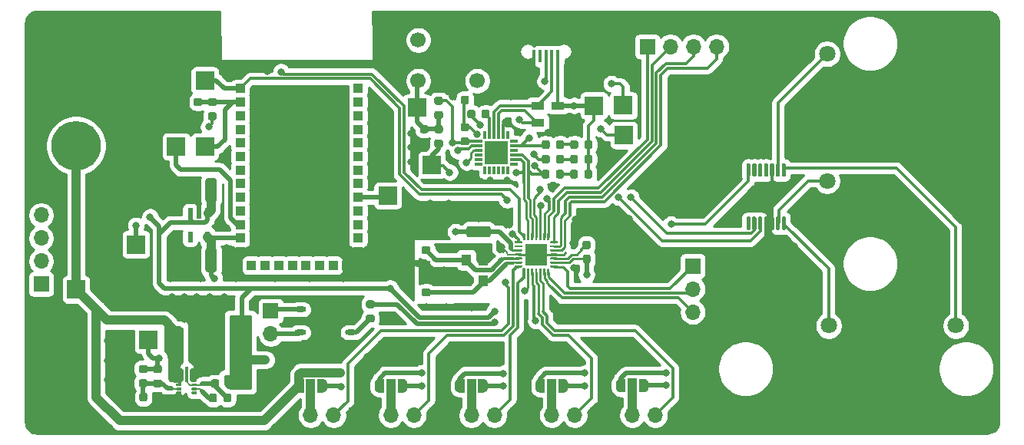
<source format=gbr>
%TF.GenerationSoftware,KiCad,Pcbnew,(5.1.6)-1*%
%TF.CreationDate,2021-08-26T22:57:43+02:00*%
%TF.ProjectId,Car LEDs,43617220-4c45-4447-932e-6b696361645f,rev?*%
%TF.SameCoordinates,Original*%
%TF.FileFunction,Copper,L1,Top*%
%TF.FilePolarity,Positive*%
%FSLAX46Y46*%
G04 Gerber Fmt 4.6, Leading zero omitted, Abs format (unit mm)*
G04 Created by KiCad (PCBNEW (5.1.6)-1) date 2021-08-26 22:57:43*
%MOMM*%
%LPD*%
G01*
G04 APERTURE LIST*
%TA.AperFunction,SMDPad,CuDef*%
%ADD10R,2.400000X2.400000*%
%TD*%
%TA.AperFunction,SMDPad,CuDef*%
%ADD11C,0.100000*%
%TD*%
%TA.AperFunction,ComponentPad*%
%ADD12C,0.800000*%
%TD*%
%TA.AperFunction,ComponentPad*%
%ADD13C,5.000000*%
%TD*%
%TA.AperFunction,SMDPad,CuDef*%
%ADD14R,2.000000X2.000000*%
%TD*%
%TA.AperFunction,SMDPad,CuDef*%
%ADD15R,1.100000X1.300000*%
%TD*%
%TA.AperFunction,ComponentPad*%
%ADD16O,1.700000X1.700000*%
%TD*%
%TA.AperFunction,ComponentPad*%
%ADD17R,1.700000X1.700000*%
%TD*%
%TA.AperFunction,ComponentPad*%
%ADD18C,1.700000*%
%TD*%
%TA.AperFunction,SMDPad,CuDef*%
%ADD19O,1.300000X0.600000*%
%TD*%
%TA.AperFunction,SMDPad,CuDef*%
%ADD20R,1.000000X1.500000*%
%TD*%
%TA.AperFunction,ComponentPad*%
%ADD21C,4.740000*%
%TD*%
%TA.AperFunction,ComponentPad*%
%ADD22C,5.460000*%
%TD*%
%TA.AperFunction,ComponentPad*%
%ADD23C,1.800000*%
%TD*%
%TA.AperFunction,ComponentPad*%
%ADD24C,3.750000*%
%TD*%
%TA.AperFunction,SMDPad,CuDef*%
%ADD25R,1.900000X1.900000*%
%TD*%
%TA.AperFunction,SMDPad,CuDef*%
%ADD26R,0.400000X1.350000*%
%TD*%
%TA.AperFunction,SMDPad,CuDef*%
%ADD27R,0.600000X1.150000*%
%TD*%
%TA.AperFunction,SMDPad,CuDef*%
%ADD28R,1.000000X1.000000*%
%TD*%
%TA.AperFunction,SMDPad,CuDef*%
%ADD29R,2.550000X2.550000*%
%TD*%
%TA.AperFunction,SMDPad,CuDef*%
%ADD30R,0.850000X0.300000*%
%TD*%
%TA.AperFunction,SMDPad,CuDef*%
%ADD31R,0.300000X0.850000*%
%TD*%
%TA.AperFunction,SMDPad,CuDef*%
%ADD32R,1.400000X0.900000*%
%TD*%
%TA.AperFunction,SMDPad,CuDef*%
%ADD33R,1.400000X1.100000*%
%TD*%
%TA.AperFunction,ViaPad*%
%ADD34C,0.800000*%
%TD*%
%TA.AperFunction,Conductor*%
%ADD35C,0.750000*%
%TD*%
%TA.AperFunction,Conductor*%
%ADD36C,0.500000*%
%TD*%
%TA.AperFunction,Conductor*%
%ADD37C,0.300000*%
%TD*%
%TA.AperFunction,Conductor*%
%ADD38C,0.250000*%
%TD*%
%TA.AperFunction,Conductor*%
%ADD39C,0.200000*%
%TD*%
%TA.AperFunction,Conductor*%
%ADD40C,1.000000*%
%TD*%
%TA.AperFunction,Conductor*%
%ADD41C,0.254000*%
%TD*%
G04 APERTURE END LIST*
D10*
%TO.P,U1,29*%
%TO.N,GND*%
X139560000Y-69160000D03*
%TA.AperFunction,SMDPad,CuDef*%
D11*
%TO.P,U1,28*%
%TO.N,Net-(R8-Pad1)*%
G36*
X138284693Y-66811201D02*
G01*
X138296418Y-66814758D01*
X138307223Y-66820533D01*
X138316694Y-66828306D01*
X138324467Y-66837777D01*
X138330242Y-66848582D01*
X138333799Y-66860307D01*
X138335000Y-66872500D01*
X138335000Y-67547500D01*
X138333799Y-67559693D01*
X138330242Y-67571418D01*
X138324467Y-67582223D01*
X138316694Y-67591694D01*
X138307223Y-67599467D01*
X138296418Y-67605242D01*
X138284693Y-67608799D01*
X138272500Y-67610000D01*
X138210888Y-67610000D01*
X138198695Y-67608799D01*
X138186970Y-67605242D01*
X138176165Y-67599467D01*
X138166694Y-67591694D01*
X138103306Y-67528306D01*
X138095533Y-67518835D01*
X138089758Y-67508030D01*
X138086201Y-67496305D01*
X138085000Y-67484112D01*
X138085000Y-66872500D01*
X138086201Y-66860307D01*
X138089758Y-66848582D01*
X138095533Y-66837777D01*
X138103306Y-66828306D01*
X138112777Y-66820533D01*
X138123582Y-66814758D01*
X138135307Y-66811201D01*
X138147500Y-66810000D01*
X138272500Y-66810000D01*
X138284693Y-66811201D01*
G37*
%TD.AperFunction*%
%TO.P,U1,27*%
%TO.N,USB_RX*%
%TA.AperFunction,SMDPad,CuDef*%
G36*
G01*
X138535000Y-67547500D02*
X138535000Y-66872500D01*
G75*
G02*
X138597500Y-66810000I62500J0D01*
G01*
X138722500Y-66810000D01*
G75*
G02*
X138785000Y-66872500I0J-62500D01*
G01*
X138785000Y-67547500D01*
G75*
G02*
X138722500Y-67610000I-62500J0D01*
G01*
X138597500Y-67610000D01*
G75*
G02*
X138535000Y-67547500I0J62500D01*
G01*
G37*
%TD.AperFunction*%
%TO.P,U1,26*%
%TO.N,USB_TX*%
%TA.AperFunction,SMDPad,CuDef*%
G36*
G01*
X138985000Y-67547500D02*
X138985000Y-66872500D01*
G75*
G02*
X139047500Y-66810000I62500J0D01*
G01*
X139172500Y-66810000D01*
G75*
G02*
X139235000Y-66872500I0J-62500D01*
G01*
X139235000Y-67547500D01*
G75*
G02*
X139172500Y-67610000I-62500J0D01*
G01*
X139047500Y-67610000D01*
G75*
G02*
X138985000Y-67547500I0J62500D01*
G01*
G37*
%TD.AperFunction*%
%TO.P,U1,25*%
%TO.N,Reset*%
%TA.AperFunction,SMDPad,CuDef*%
G36*
G01*
X139435000Y-67547500D02*
X139435000Y-66872500D01*
G75*
G02*
X139497500Y-66810000I62500J0D01*
G01*
X139622500Y-66810000D01*
G75*
G02*
X139685000Y-66872500I0J-62500D01*
G01*
X139685000Y-67547500D01*
G75*
G02*
X139622500Y-67610000I-62500J0D01*
G01*
X139497500Y-67610000D01*
G75*
G02*
X139435000Y-67547500I0J62500D01*
G01*
G37*
%TD.AperFunction*%
%TO.P,U1,24*%
%TO.N,SCL*%
%TA.AperFunction,SMDPad,CuDef*%
G36*
G01*
X139885000Y-67547500D02*
X139885000Y-66872500D01*
G75*
G02*
X139947500Y-66810000I62500J0D01*
G01*
X140072500Y-66810000D01*
G75*
G02*
X140135000Y-66872500I0J-62500D01*
G01*
X140135000Y-67547500D01*
G75*
G02*
X140072500Y-67610000I-62500J0D01*
G01*
X139947500Y-67610000D01*
G75*
G02*
X139885000Y-67547500I0J62500D01*
G01*
G37*
%TD.AperFunction*%
%TO.P,U1,23*%
%TO.N,SDA*%
%TA.AperFunction,SMDPad,CuDef*%
G36*
G01*
X140335000Y-67547500D02*
X140335000Y-66872500D01*
G75*
G02*
X140397500Y-66810000I62500J0D01*
G01*
X140522500Y-66810000D01*
G75*
G02*
X140585000Y-66872500I0J-62500D01*
G01*
X140585000Y-67547500D01*
G75*
G02*
X140522500Y-67610000I-62500J0D01*
G01*
X140397500Y-67610000D01*
G75*
G02*
X140335000Y-67547500I0J62500D01*
G01*
G37*
%TD.AperFunction*%
%TA.AperFunction,SMDPad,CuDef*%
%TO.P,U1,22*%
%TO.N,Net-(J4-Pad1)*%
G36*
X140984693Y-66811201D02*
G01*
X140996418Y-66814758D01*
X141007223Y-66820533D01*
X141016694Y-66828306D01*
X141024467Y-66837777D01*
X141030242Y-66848582D01*
X141033799Y-66860307D01*
X141035000Y-66872500D01*
X141035000Y-67484112D01*
X141033799Y-67496305D01*
X141030242Y-67508030D01*
X141024467Y-67518835D01*
X141016694Y-67528306D01*
X140953306Y-67591694D01*
X140943835Y-67599467D01*
X140933030Y-67605242D01*
X140921305Y-67608799D01*
X140909112Y-67610000D01*
X140847500Y-67610000D01*
X140835307Y-67608799D01*
X140823582Y-67605242D01*
X140812777Y-67599467D01*
X140803306Y-67591694D01*
X140795533Y-67582223D01*
X140789758Y-67571418D01*
X140786201Y-67559693D01*
X140785000Y-67547500D01*
X140785000Y-66872500D01*
X140786201Y-66860307D01*
X140789758Y-66848582D01*
X140795533Y-66837777D01*
X140803306Y-66828306D01*
X140812777Y-66820533D01*
X140823582Y-66814758D01*
X140835307Y-66811201D01*
X140847500Y-66810000D01*
X140972500Y-66810000D01*
X140984693Y-66811201D01*
G37*
%TD.AperFunction*%
%TA.AperFunction,SMDPad,CuDef*%
%TO.P,U1,21*%
%TO.N,Net-(J4-Pad2)*%
G36*
X141859693Y-67686201D02*
G01*
X141871418Y-67689758D01*
X141882223Y-67695533D01*
X141891694Y-67703306D01*
X141899467Y-67712777D01*
X141905242Y-67723582D01*
X141908799Y-67735307D01*
X141910000Y-67747500D01*
X141910000Y-67872500D01*
X141908799Y-67884693D01*
X141905242Y-67896418D01*
X141899467Y-67907223D01*
X141891694Y-67916694D01*
X141882223Y-67924467D01*
X141871418Y-67930242D01*
X141859693Y-67933799D01*
X141847500Y-67935000D01*
X141172500Y-67935000D01*
X141160307Y-67933799D01*
X141148582Y-67930242D01*
X141137777Y-67924467D01*
X141128306Y-67916694D01*
X141120533Y-67907223D01*
X141114758Y-67896418D01*
X141111201Y-67884693D01*
X141110000Y-67872500D01*
X141110000Y-67810888D01*
X141111201Y-67798695D01*
X141114758Y-67786970D01*
X141120533Y-67776165D01*
X141128306Y-67766694D01*
X141191694Y-67703306D01*
X141201165Y-67695533D01*
X141211970Y-67689758D01*
X141223695Y-67686201D01*
X141235888Y-67685000D01*
X141847500Y-67685000D01*
X141859693Y-67686201D01*
G37*
%TD.AperFunction*%
%TO.P,U1,20*%
%TO.N,Net-(J4-Pad3)*%
%TA.AperFunction,SMDPad,CuDef*%
G36*
G01*
X141110000Y-68322500D02*
X141110000Y-68197500D01*
G75*
G02*
X141172500Y-68135000I62500J0D01*
G01*
X141847500Y-68135000D01*
G75*
G02*
X141910000Y-68197500I0J-62500D01*
G01*
X141910000Y-68322500D01*
G75*
G02*
X141847500Y-68385000I-62500J0D01*
G01*
X141172500Y-68385000D01*
G75*
G02*
X141110000Y-68322500I0J62500D01*
G01*
G37*
%TD.AperFunction*%
%TO.P,U1,19*%
%TO.N,Net-(J4-Pad4)*%
%TA.AperFunction,SMDPad,CuDef*%
G36*
G01*
X141110000Y-68772500D02*
X141110000Y-68647500D01*
G75*
G02*
X141172500Y-68585000I62500J0D01*
G01*
X141847500Y-68585000D01*
G75*
G02*
X141910000Y-68647500I0J-62500D01*
G01*
X141910000Y-68772500D01*
G75*
G02*
X141847500Y-68835000I-62500J0D01*
G01*
X141172500Y-68835000D01*
G75*
G02*
X141110000Y-68772500I0J62500D01*
G01*
G37*
%TD.AperFunction*%
%TO.P,U1,18*%
%TO.N,GND*%
%TA.AperFunction,SMDPad,CuDef*%
G36*
G01*
X141110000Y-69222500D02*
X141110000Y-69097500D01*
G75*
G02*
X141172500Y-69035000I62500J0D01*
G01*
X141847500Y-69035000D01*
G75*
G02*
X141910000Y-69097500I0J-62500D01*
G01*
X141910000Y-69222500D01*
G75*
G02*
X141847500Y-69285000I-62500J0D01*
G01*
X141172500Y-69285000D01*
G75*
G02*
X141110000Y-69222500I0J62500D01*
G01*
G37*
%TD.AperFunction*%
%TO.P,U1,17*%
%TO.N,Net-(C3-Pad1)*%
%TA.AperFunction,SMDPad,CuDef*%
G36*
G01*
X141110000Y-69672500D02*
X141110000Y-69547500D01*
G75*
G02*
X141172500Y-69485000I62500J0D01*
G01*
X141847500Y-69485000D01*
G75*
G02*
X141910000Y-69547500I0J-62500D01*
G01*
X141910000Y-69672500D01*
G75*
G02*
X141847500Y-69735000I-62500J0D01*
G01*
X141172500Y-69735000D01*
G75*
G02*
X141110000Y-69672500I0J62500D01*
G01*
G37*
%TD.AperFunction*%
%TO.P,U1,16*%
%TO.N,5V*%
%TA.AperFunction,SMDPad,CuDef*%
G36*
G01*
X141110000Y-70122500D02*
X141110000Y-69997500D01*
G75*
G02*
X141172500Y-69935000I62500J0D01*
G01*
X141847500Y-69935000D01*
G75*
G02*
X141910000Y-69997500I0J-62500D01*
G01*
X141910000Y-70122500D01*
G75*
G02*
X141847500Y-70185000I-62500J0D01*
G01*
X141172500Y-70185000D01*
G75*
G02*
X141110000Y-70122500I0J62500D01*
G01*
G37*
%TD.AperFunction*%
%TA.AperFunction,SMDPad,CuDef*%
%TO.P,U1,15*%
%TO.N,Net-(J12-Pad1)*%
G36*
X141859693Y-70386201D02*
G01*
X141871418Y-70389758D01*
X141882223Y-70395533D01*
X141891694Y-70403306D01*
X141899467Y-70412777D01*
X141905242Y-70423582D01*
X141908799Y-70435307D01*
X141910000Y-70447500D01*
X141910000Y-70572500D01*
X141908799Y-70584693D01*
X141905242Y-70596418D01*
X141899467Y-70607223D01*
X141891694Y-70616694D01*
X141882223Y-70624467D01*
X141871418Y-70630242D01*
X141859693Y-70633799D01*
X141847500Y-70635000D01*
X141235888Y-70635000D01*
X141223695Y-70633799D01*
X141211970Y-70630242D01*
X141201165Y-70624467D01*
X141191694Y-70616694D01*
X141128306Y-70553306D01*
X141120533Y-70543835D01*
X141114758Y-70533030D01*
X141111201Y-70521305D01*
X141110000Y-70509112D01*
X141110000Y-70447500D01*
X141111201Y-70435307D01*
X141114758Y-70423582D01*
X141120533Y-70412777D01*
X141128306Y-70403306D01*
X141137777Y-70395533D01*
X141148582Y-70389758D01*
X141160307Y-70386201D01*
X141172500Y-70385000D01*
X141847500Y-70385000D01*
X141859693Y-70386201D01*
G37*
%TD.AperFunction*%
%TA.AperFunction,SMDPad,CuDef*%
%TO.P,U1,14*%
%TO.N,Net-(J12-Pad2)*%
G36*
X140921305Y-70711201D02*
G01*
X140933030Y-70714758D01*
X140943835Y-70720533D01*
X140953306Y-70728306D01*
X141016694Y-70791694D01*
X141024467Y-70801165D01*
X141030242Y-70811970D01*
X141033799Y-70823695D01*
X141035000Y-70835888D01*
X141035000Y-71447500D01*
X141033799Y-71459693D01*
X141030242Y-71471418D01*
X141024467Y-71482223D01*
X141016694Y-71491694D01*
X141007223Y-71499467D01*
X140996418Y-71505242D01*
X140984693Y-71508799D01*
X140972500Y-71510000D01*
X140847500Y-71510000D01*
X140835307Y-71508799D01*
X140823582Y-71505242D01*
X140812777Y-71499467D01*
X140803306Y-71491694D01*
X140795533Y-71482223D01*
X140789758Y-71471418D01*
X140786201Y-71459693D01*
X140785000Y-71447500D01*
X140785000Y-70772500D01*
X140786201Y-70760307D01*
X140789758Y-70748582D01*
X140795533Y-70737777D01*
X140803306Y-70728306D01*
X140812777Y-70720533D01*
X140823582Y-70714758D01*
X140835307Y-70711201D01*
X140847500Y-70710000D01*
X140909112Y-70710000D01*
X140921305Y-70711201D01*
G37*
%TD.AperFunction*%
%TO.P,U1,13*%
%TO.N,Net-(J12-Pad3)*%
%TA.AperFunction,SMDPad,CuDef*%
G36*
G01*
X140335000Y-71447500D02*
X140335000Y-70772500D01*
G75*
G02*
X140397500Y-70710000I62500J0D01*
G01*
X140522500Y-70710000D01*
G75*
G02*
X140585000Y-70772500I0J-62500D01*
G01*
X140585000Y-71447500D01*
G75*
G02*
X140522500Y-71510000I-62500J0D01*
G01*
X140397500Y-71510000D01*
G75*
G02*
X140335000Y-71447500I0J62500D01*
G01*
G37*
%TD.AperFunction*%
%TO.P,U1,12*%
%TO.N,Data5*%
%TA.AperFunction,SMDPad,CuDef*%
G36*
G01*
X139885000Y-71447500D02*
X139885000Y-70772500D01*
G75*
G02*
X139947500Y-70710000I62500J0D01*
G01*
X140072500Y-70710000D01*
G75*
G02*
X140135000Y-70772500I0J-62500D01*
G01*
X140135000Y-71447500D01*
G75*
G02*
X140072500Y-71510000I-62500J0D01*
G01*
X139947500Y-71510000D01*
G75*
G02*
X139885000Y-71447500I0J62500D01*
G01*
G37*
%TD.AperFunction*%
%TO.P,U1,11*%
%TO.N,Data4*%
%TA.AperFunction,SMDPad,CuDef*%
G36*
G01*
X139435000Y-71447500D02*
X139435000Y-70772500D01*
G75*
G02*
X139497500Y-70710000I62500J0D01*
G01*
X139622500Y-70710000D01*
G75*
G02*
X139685000Y-70772500I0J-62500D01*
G01*
X139685000Y-71447500D01*
G75*
G02*
X139622500Y-71510000I-62500J0D01*
G01*
X139497500Y-71510000D01*
G75*
G02*
X139435000Y-71447500I0J62500D01*
G01*
G37*
%TD.AperFunction*%
%TO.P,U1,10*%
%TO.N,RemoteON*%
%TA.AperFunction,SMDPad,CuDef*%
G36*
G01*
X138985000Y-71447500D02*
X138985000Y-70772500D01*
G75*
G02*
X139047500Y-70710000I62500J0D01*
G01*
X139172500Y-70710000D01*
G75*
G02*
X139235000Y-70772500I0J-62500D01*
G01*
X139235000Y-71447500D01*
G75*
G02*
X139172500Y-71510000I-62500J0D01*
G01*
X139047500Y-71510000D01*
G75*
G02*
X138985000Y-71447500I0J62500D01*
G01*
G37*
%TD.AperFunction*%
%TO.P,U1,9*%
%TO.N,BT_TX*%
%TA.AperFunction,SMDPad,CuDef*%
G36*
G01*
X138535000Y-71447500D02*
X138535000Y-70772500D01*
G75*
G02*
X138597500Y-70710000I62500J0D01*
G01*
X138722500Y-70710000D01*
G75*
G02*
X138785000Y-70772500I0J-62500D01*
G01*
X138785000Y-71447500D01*
G75*
G02*
X138722500Y-71510000I-62500J0D01*
G01*
X138597500Y-71510000D01*
G75*
G02*
X138535000Y-71447500I0J62500D01*
G01*
G37*
%TD.AperFunction*%
%TA.AperFunction,SMDPad,CuDef*%
%TO.P,U1,8*%
%TO.N,Data3*%
G36*
X138284693Y-70711201D02*
G01*
X138296418Y-70714758D01*
X138307223Y-70720533D01*
X138316694Y-70728306D01*
X138324467Y-70737777D01*
X138330242Y-70748582D01*
X138333799Y-70760307D01*
X138335000Y-70772500D01*
X138335000Y-71447500D01*
X138333799Y-71459693D01*
X138330242Y-71471418D01*
X138324467Y-71482223D01*
X138316694Y-71491694D01*
X138307223Y-71499467D01*
X138296418Y-71505242D01*
X138284693Y-71508799D01*
X138272500Y-71510000D01*
X138147500Y-71510000D01*
X138135307Y-71508799D01*
X138123582Y-71505242D01*
X138112777Y-71499467D01*
X138103306Y-71491694D01*
X138095533Y-71482223D01*
X138089758Y-71471418D01*
X138086201Y-71459693D01*
X138085000Y-71447500D01*
X138085000Y-70835888D01*
X138086201Y-70823695D01*
X138089758Y-70811970D01*
X138095533Y-70801165D01*
X138103306Y-70791694D01*
X138166694Y-70728306D01*
X138176165Y-70720533D01*
X138186970Y-70714758D01*
X138198695Y-70711201D01*
X138210888Y-70710000D01*
X138272500Y-70710000D01*
X138284693Y-70711201D01*
G37*
%TD.AperFunction*%
%TA.AperFunction,SMDPad,CuDef*%
%TO.P,U1,7*%
%TO.N,Data2*%
G36*
X137959693Y-70386201D02*
G01*
X137971418Y-70389758D01*
X137982223Y-70395533D01*
X137991694Y-70403306D01*
X137999467Y-70412777D01*
X138005242Y-70423582D01*
X138008799Y-70435307D01*
X138010000Y-70447500D01*
X138010000Y-70509112D01*
X138008799Y-70521305D01*
X138005242Y-70533030D01*
X137999467Y-70543835D01*
X137991694Y-70553306D01*
X137928306Y-70616694D01*
X137918835Y-70624467D01*
X137908030Y-70630242D01*
X137896305Y-70633799D01*
X137884112Y-70635000D01*
X137272500Y-70635000D01*
X137260307Y-70633799D01*
X137248582Y-70630242D01*
X137237777Y-70624467D01*
X137228306Y-70616694D01*
X137220533Y-70607223D01*
X137214758Y-70596418D01*
X137211201Y-70584693D01*
X137210000Y-70572500D01*
X137210000Y-70447500D01*
X137211201Y-70435307D01*
X137214758Y-70423582D01*
X137220533Y-70412777D01*
X137228306Y-70403306D01*
X137237777Y-70395533D01*
X137248582Y-70389758D01*
X137260307Y-70386201D01*
X137272500Y-70385000D01*
X137947500Y-70385000D01*
X137959693Y-70386201D01*
G37*
%TD.AperFunction*%
%TO.P,U1,6*%
%TO.N,Net-(C5-Pad1)*%
%TA.AperFunction,SMDPad,CuDef*%
G36*
G01*
X137210000Y-70122500D02*
X137210000Y-69997500D01*
G75*
G02*
X137272500Y-69935000I62500J0D01*
G01*
X137947500Y-69935000D01*
G75*
G02*
X138010000Y-69997500I0J-62500D01*
G01*
X138010000Y-70122500D01*
G75*
G02*
X137947500Y-70185000I-62500J0D01*
G01*
X137272500Y-70185000D01*
G75*
G02*
X137210000Y-70122500I0J62500D01*
G01*
G37*
%TD.AperFunction*%
%TO.P,U1,5*%
%TO.N,Net-(C4-Pad2)*%
%TA.AperFunction,SMDPad,CuDef*%
G36*
G01*
X137210000Y-69672500D02*
X137210000Y-69547500D01*
G75*
G02*
X137272500Y-69485000I62500J0D01*
G01*
X137947500Y-69485000D01*
G75*
G02*
X138010000Y-69547500I0J-62500D01*
G01*
X138010000Y-69672500D01*
G75*
G02*
X137947500Y-69735000I-62500J0D01*
G01*
X137272500Y-69735000D01*
G75*
G02*
X137210000Y-69672500I0J62500D01*
G01*
G37*
%TD.AperFunction*%
%TO.P,U1,4*%
%TO.N,GND*%
%TA.AperFunction,SMDPad,CuDef*%
G36*
G01*
X137210000Y-69222500D02*
X137210000Y-69097500D01*
G75*
G02*
X137272500Y-69035000I62500J0D01*
G01*
X137947500Y-69035000D01*
G75*
G02*
X138010000Y-69097500I0J-62500D01*
G01*
X138010000Y-69222500D01*
G75*
G02*
X137947500Y-69285000I-62500J0D01*
G01*
X137272500Y-69285000D01*
G75*
G02*
X137210000Y-69222500I0J62500D01*
G01*
G37*
%TD.AperFunction*%
%TO.P,U1,3*%
%TO.N,5V*%
%TA.AperFunction,SMDPad,CuDef*%
G36*
G01*
X137210000Y-68772500D02*
X137210000Y-68647500D01*
G75*
G02*
X137272500Y-68585000I62500J0D01*
G01*
X137947500Y-68585000D01*
G75*
G02*
X138010000Y-68647500I0J-62500D01*
G01*
X138010000Y-68772500D01*
G75*
G02*
X137947500Y-68835000I-62500J0D01*
G01*
X137272500Y-68835000D01*
G75*
G02*
X137210000Y-68772500I0J62500D01*
G01*
G37*
%TD.AperFunction*%
%TO.P,U1,2*%
%TO.N,N/C*%
%TA.AperFunction,SMDPad,CuDef*%
G36*
G01*
X137210000Y-68322500D02*
X137210000Y-68197500D01*
G75*
G02*
X137272500Y-68135000I62500J0D01*
G01*
X137947500Y-68135000D01*
G75*
G02*
X138010000Y-68197500I0J-62500D01*
G01*
X138010000Y-68322500D01*
G75*
G02*
X137947500Y-68385000I-62500J0D01*
G01*
X137272500Y-68385000D01*
G75*
G02*
X137210000Y-68322500I0J62500D01*
G01*
G37*
%TD.AperFunction*%
%TA.AperFunction,SMDPad,CuDef*%
%TO.P,U1,1*%
%TO.N,Data1*%
G36*
X137896305Y-67686201D02*
G01*
X137908030Y-67689758D01*
X137918835Y-67695533D01*
X137928306Y-67703306D01*
X137991694Y-67766694D01*
X137999467Y-67776165D01*
X138005242Y-67786970D01*
X138008799Y-67798695D01*
X138010000Y-67810888D01*
X138010000Y-67872500D01*
X138008799Y-67884693D01*
X138005242Y-67896418D01*
X137999467Y-67907223D01*
X137991694Y-67916694D01*
X137982223Y-67924467D01*
X137971418Y-67930242D01*
X137959693Y-67933799D01*
X137947500Y-67935000D01*
X137272500Y-67935000D01*
X137260307Y-67933799D01*
X137248582Y-67930242D01*
X137237777Y-67924467D01*
X137228306Y-67916694D01*
X137220533Y-67907223D01*
X137214758Y-67896418D01*
X137211201Y-67884693D01*
X137210000Y-67872500D01*
X137210000Y-67747500D01*
X137211201Y-67735307D01*
X137214758Y-67723582D01*
X137220533Y-67712777D01*
X137228306Y-67703306D01*
X137237777Y-67695533D01*
X137248582Y-67689758D01*
X137260307Y-67686201D01*
X137272500Y-67685000D01*
X137884112Y-67685000D01*
X137896305Y-67686201D01*
G37*
%TD.AperFunction*%
%TD*%
%TO.P,IC4,9*%
%TO.N,Net-(C9-Pad2)*%
%TA.AperFunction,SMDPad,CuDef*%
G36*
G01*
X100830000Y-83145000D02*
X100830000Y-81615000D01*
G75*
G02*
X100930000Y-81515000I100000J0D01*
G01*
X101130000Y-81515000D01*
G75*
G02*
X101230000Y-81615000I0J-100000D01*
G01*
X101230000Y-83145000D01*
G75*
G02*
X101130000Y-83245000I-100000J0D01*
G01*
X100930000Y-83245000D01*
G75*
G02*
X100830000Y-83145000I0J100000D01*
G01*
G37*
%TD.AperFunction*%
%TO.P,IC4,8*%
%TO.N,GND*%
%TA.AperFunction,SMDPad,CuDef*%
G36*
G01*
X101380000Y-83045000D02*
X101380000Y-81945000D01*
G75*
G02*
X101580000Y-81745000I200000J0D01*
G01*
X101980000Y-81745000D01*
G75*
G02*
X102180000Y-81945000I0J-200000D01*
G01*
X102180000Y-83045000D01*
G75*
G02*
X101980000Y-83245000I-200000J0D01*
G01*
X101580000Y-83245000D01*
G75*
G02*
X101380000Y-83045000I0J200000D01*
G01*
G37*
%TD.AperFunction*%
%TO.P,IC4,9*%
%TO.N,Net-(C9-Pad2)*%
%TA.AperFunction,SMDPad,CuDef*%
G36*
G01*
X102105000Y-83695000D02*
X101655000Y-83695000D01*
G75*
G02*
X101580000Y-83620000I0J75000D01*
G01*
X101580000Y-83470000D01*
G75*
G02*
X101655000Y-83395000I75000J0D01*
G01*
X102105000Y-83395000D01*
G75*
G02*
X102180000Y-83470000I0J-75000D01*
G01*
X102180000Y-83620000D01*
G75*
G02*
X102105000Y-83695000I-75000J0D01*
G01*
G37*
%TD.AperFunction*%
%TO.P,IC4,6*%
%TO.N,Net-(C9-Pad1)*%
%TA.AperFunction,SMDPad,CuDef*%
G36*
G01*
X102105000Y-84145000D02*
X101655000Y-84145000D01*
G75*
G02*
X101580000Y-84070000I0J75000D01*
G01*
X101580000Y-83920000D01*
G75*
G02*
X101655000Y-83845000I75000J0D01*
G01*
X102105000Y-83845000D01*
G75*
G02*
X102180000Y-83920000I0J-75000D01*
G01*
X102180000Y-84070000D01*
G75*
G02*
X102105000Y-84145000I-75000J0D01*
G01*
G37*
%TD.AperFunction*%
%TO.P,IC4,5*%
%TO.N,N/C*%
%TA.AperFunction,SMDPad,CuDef*%
G36*
G01*
X102105000Y-84595000D02*
X101655000Y-84595000D01*
G75*
G02*
X101580000Y-84520000I0J75000D01*
G01*
X101580000Y-84370000D01*
G75*
G02*
X101655000Y-84295000I75000J0D01*
G01*
X102105000Y-84295000D01*
G75*
G02*
X102180000Y-84370000I0J-75000D01*
G01*
X102180000Y-84520000D01*
G75*
G02*
X102105000Y-84595000I-75000J0D01*
G01*
G37*
%TD.AperFunction*%
%TO.P,IC4,4*%
%TO.N,GND*%
%TA.AperFunction,SMDPad,CuDef*%
G36*
G01*
X100405000Y-84595000D02*
X99955000Y-84595000D01*
G75*
G02*
X99880000Y-84520000I0J75000D01*
G01*
X99880000Y-84370000D01*
G75*
G02*
X99955000Y-84295000I75000J0D01*
G01*
X100405000Y-84295000D01*
G75*
G02*
X100480000Y-84370000I0J-75000D01*
G01*
X100480000Y-84520000D01*
G75*
G02*
X100405000Y-84595000I-75000J0D01*
G01*
G37*
%TD.AperFunction*%
%TO.P,IC4,3*%
%TO.N,Net-(C10-Pad2)*%
%TA.AperFunction,SMDPad,CuDef*%
G36*
G01*
X100405000Y-84145000D02*
X99955000Y-84145000D01*
G75*
G02*
X99880000Y-84070000I0J75000D01*
G01*
X99880000Y-83920000D01*
G75*
G02*
X99955000Y-83845000I75000J0D01*
G01*
X100405000Y-83845000D01*
G75*
G02*
X100480000Y-83920000I0J-75000D01*
G01*
X100480000Y-84070000D01*
G75*
G02*
X100405000Y-84145000I-75000J0D01*
G01*
G37*
%TD.AperFunction*%
%TO.P,IC4,2*%
%TO.N,CAR_Power*%
%TA.AperFunction,SMDPad,CuDef*%
G36*
G01*
X100405000Y-83695000D02*
X99955000Y-83695000D01*
G75*
G02*
X99880000Y-83620000I0J75000D01*
G01*
X99880000Y-83470000D01*
G75*
G02*
X99955000Y-83395000I75000J0D01*
G01*
X100405000Y-83395000D01*
G75*
G02*
X100480000Y-83470000I0J-75000D01*
G01*
X100480000Y-83620000D01*
G75*
G02*
X100405000Y-83695000I-75000J0D01*
G01*
G37*
%TD.AperFunction*%
%TO.P,IC4,1*%
%TA.AperFunction,SMDPad,CuDef*%
G36*
G01*
X99880000Y-83045000D02*
X99880000Y-81945000D01*
G75*
G02*
X100080000Y-81745000I200000J0D01*
G01*
X100480000Y-81745000D01*
G75*
G02*
X100680000Y-81945000I0J-200000D01*
G01*
X100680000Y-83045000D01*
G75*
G02*
X100480000Y-83245000I-200000J0D01*
G01*
X100080000Y-83245000D01*
G75*
G02*
X99880000Y-83045000I0J200000D01*
G01*
G37*
%TD.AperFunction*%
%TD*%
D12*
%TO.P,H2,1*%
%TO.N,GND*%
X166635825Y-44304175D03*
X165310000Y-43755000D03*
X163984175Y-44304175D03*
X163435000Y-45630000D03*
X163984175Y-46955825D03*
X165310000Y-47505000D03*
X166635825Y-46955825D03*
X167185000Y-45630000D03*
D13*
X165310000Y-45630000D03*
%TD*%
D12*
%TO.P,H1,1*%
%TO.N,GND*%
X100950000Y-44240000D03*
X99624175Y-43690825D03*
X98298350Y-44240000D03*
X97749175Y-45565825D03*
X98298350Y-46891650D03*
X99624175Y-47440825D03*
X100950000Y-46891650D03*
X101499175Y-45565825D03*
D13*
X99624175Y-45565825D03*
%TD*%
%TO.P,IC2,14*%
%TO.N,5V*%
%TA.AperFunction,SMDPad,CuDef*%
G36*
G01*
X163175000Y-59227000D02*
X163175000Y-60477000D01*
G75*
G02*
X163062500Y-60589500I-112500J0D01*
G01*
X162837500Y-60589500D01*
G75*
G02*
X162725000Y-60477000I0J112500D01*
G01*
X162725000Y-59227000D01*
G75*
G02*
X162837500Y-59114500I112500J0D01*
G01*
X163062500Y-59114500D01*
G75*
G02*
X163175000Y-59227000I0J-112500D01*
G01*
G37*
%TD.AperFunction*%
%TO.P,IC2,13*%
%TO.N,N/C*%
%TA.AperFunction,SMDPad,CuDef*%
G36*
G01*
X163825000Y-59227000D02*
X163825000Y-60477000D01*
G75*
G02*
X163712500Y-60589500I-112500J0D01*
G01*
X163487500Y-60589500D01*
G75*
G02*
X163375000Y-60477000I0J112500D01*
G01*
X163375000Y-59227000D01*
G75*
G02*
X163487500Y-59114500I112500J0D01*
G01*
X163712500Y-59114500D01*
G75*
G02*
X163825000Y-59227000I0J-112500D01*
G01*
G37*
%TD.AperFunction*%
%TO.P,IC2,12*%
%TA.AperFunction,SMDPad,CuDef*%
G36*
G01*
X164475000Y-59227000D02*
X164475000Y-60477000D01*
G75*
G02*
X164362500Y-60589500I-112500J0D01*
G01*
X164137500Y-60589500D01*
G75*
G02*
X164025000Y-60477000I0J112500D01*
G01*
X164025000Y-59227000D01*
G75*
G02*
X164137500Y-59114500I112500J0D01*
G01*
X164362500Y-59114500D01*
G75*
G02*
X164475000Y-59227000I0J-112500D01*
G01*
G37*
%TD.AperFunction*%
%TO.P,IC2,11*%
%TA.AperFunction,SMDPad,CuDef*%
G36*
G01*
X165125000Y-59227000D02*
X165125000Y-60477000D01*
G75*
G02*
X165012500Y-60589500I-112500J0D01*
G01*
X164787500Y-60589500D01*
G75*
G02*
X164675000Y-60477000I0J112500D01*
G01*
X164675000Y-59227000D01*
G75*
G02*
X164787500Y-59114500I112500J0D01*
G01*
X165012500Y-59114500D01*
G75*
G02*
X165125000Y-59227000I0J-112500D01*
G01*
G37*
%TD.AperFunction*%
%TO.P,IC2,10*%
%TO.N,GND*%
%TA.AperFunction,SMDPad,CuDef*%
G36*
G01*
X165775000Y-59227000D02*
X165775000Y-60477000D01*
G75*
G02*
X165662500Y-60589500I-112500J0D01*
G01*
X165437500Y-60589500D01*
G75*
G02*
X165325000Y-60477000I0J112500D01*
G01*
X165325000Y-59227000D01*
G75*
G02*
X165437500Y-59114500I112500J0D01*
G01*
X165662500Y-59114500D01*
G75*
G02*
X165775000Y-59227000I0J-112500D01*
G01*
G37*
%TD.AperFunction*%
%TO.P,IC2,9*%
%TO.N,L_OUT*%
%TA.AperFunction,SMDPad,CuDef*%
G36*
G01*
X166425000Y-59227000D02*
X166425000Y-60477000D01*
G75*
G02*
X166312500Y-60589500I-112500J0D01*
G01*
X166087500Y-60589500D01*
G75*
G02*
X165975000Y-60477000I0J112500D01*
G01*
X165975000Y-59227000D01*
G75*
G02*
X166087500Y-59114500I112500J0D01*
G01*
X166312500Y-59114500D01*
G75*
G02*
X166425000Y-59227000I0J-112500D01*
G01*
G37*
%TD.AperFunction*%
%TO.P,IC2,8*%
%TO.N,L_IN*%
%TA.AperFunction,SMDPad,CuDef*%
G36*
G01*
X167075000Y-59227000D02*
X167075000Y-60477000D01*
G75*
G02*
X166962500Y-60589500I-112500J0D01*
G01*
X166737500Y-60589500D01*
G75*
G02*
X166625000Y-60477000I0J112500D01*
G01*
X166625000Y-59227000D01*
G75*
G02*
X166737500Y-59114500I112500J0D01*
G01*
X166962500Y-59114500D01*
G75*
G02*
X167075000Y-59227000I0J-112500D01*
G01*
G37*
%TD.AperFunction*%
%TO.P,IC2,7*%
%TO.N,R_IN*%
%TA.AperFunction,SMDPad,CuDef*%
G36*
G01*
X167075000Y-65103000D02*
X167075000Y-66353000D01*
G75*
G02*
X166962500Y-66465500I-112500J0D01*
G01*
X166737500Y-66465500D01*
G75*
G02*
X166625000Y-66353000I0J112500D01*
G01*
X166625000Y-65103000D01*
G75*
G02*
X166737500Y-64990500I112500J0D01*
G01*
X166962500Y-64990500D01*
G75*
G02*
X167075000Y-65103000I0J-112500D01*
G01*
G37*
%TD.AperFunction*%
%TO.P,IC2,6*%
%TO.N,R_OUT*%
%TA.AperFunction,SMDPad,CuDef*%
G36*
G01*
X166425000Y-65103000D02*
X166425000Y-66353000D01*
G75*
G02*
X166312500Y-66465500I-112500J0D01*
G01*
X166087500Y-66465500D01*
G75*
G02*
X165975000Y-66353000I0J112500D01*
G01*
X165975000Y-65103000D01*
G75*
G02*
X166087500Y-64990500I112500J0D01*
G01*
X166312500Y-64990500D01*
G75*
G02*
X166425000Y-65103000I0J-112500D01*
G01*
G37*
%TD.AperFunction*%
%TO.P,IC2,5*%
%TO.N,GND*%
%TA.AperFunction,SMDPad,CuDef*%
G36*
G01*
X165775000Y-65103000D02*
X165775000Y-66353000D01*
G75*
G02*
X165662500Y-66465500I-112500J0D01*
G01*
X165437500Y-66465500D01*
G75*
G02*
X165325000Y-66353000I0J112500D01*
G01*
X165325000Y-65103000D01*
G75*
G02*
X165437500Y-64990500I112500J0D01*
G01*
X165662500Y-64990500D01*
G75*
G02*
X165775000Y-65103000I0J-112500D01*
G01*
G37*
%TD.AperFunction*%
%TO.P,IC2,4*%
%TA.AperFunction,SMDPad,CuDef*%
G36*
G01*
X165125000Y-65103000D02*
X165125000Y-66353000D01*
G75*
G02*
X165012500Y-66465500I-112500J0D01*
G01*
X164787500Y-66465500D01*
G75*
G02*
X164675000Y-66353000I0J112500D01*
G01*
X164675000Y-65103000D01*
G75*
G02*
X164787500Y-64990500I112500J0D01*
G01*
X165012500Y-64990500D01*
G75*
G02*
X165125000Y-65103000I0J-112500D01*
G01*
G37*
%TD.AperFunction*%
%TO.P,IC2,3*%
%TO.N,SDA*%
%TA.AperFunction,SMDPad,CuDef*%
G36*
G01*
X164475000Y-65103000D02*
X164475000Y-66353000D01*
G75*
G02*
X164362500Y-66465500I-112500J0D01*
G01*
X164137500Y-66465500D01*
G75*
G02*
X164025000Y-66353000I0J112500D01*
G01*
X164025000Y-65103000D01*
G75*
G02*
X164137500Y-64990500I112500J0D01*
G01*
X164362500Y-64990500D01*
G75*
G02*
X164475000Y-65103000I0J-112500D01*
G01*
G37*
%TD.AperFunction*%
%TO.P,IC2,2*%
%TO.N,SCL*%
%TA.AperFunction,SMDPad,CuDef*%
G36*
G01*
X163825000Y-65103000D02*
X163825000Y-66353000D01*
G75*
G02*
X163712500Y-66465500I-112500J0D01*
G01*
X163487500Y-66465500D01*
G75*
G02*
X163375000Y-66353000I0J112500D01*
G01*
X163375000Y-65103000D01*
G75*
G02*
X163487500Y-64990500I112500J0D01*
G01*
X163712500Y-64990500D01*
G75*
G02*
X163825000Y-65103000I0J-112500D01*
G01*
G37*
%TD.AperFunction*%
%TO.P,IC2,1*%
%TO.N,N/C*%
%TA.AperFunction,SMDPad,CuDef*%
G36*
G01*
X163175000Y-65103000D02*
X163175000Y-66353000D01*
G75*
G02*
X163062500Y-66465500I-112500J0D01*
G01*
X162837500Y-66465500D01*
G75*
G02*
X162725000Y-66353000I0J112500D01*
G01*
X162725000Y-65103000D01*
G75*
G02*
X162837500Y-64990500I112500J0D01*
G01*
X163062500Y-64990500D01*
G75*
G02*
X163175000Y-65103000I0J-112500D01*
G01*
G37*
%TD.AperFunction*%
%TD*%
D14*
%TO.P,TP13,1*%
%TO.N,BT_RX*%
X103044200Y-57267400D03*
%TD*%
%TO.P,TP12,1*%
%TO.N,BT_TX*%
X103044200Y-49952200D03*
%TD*%
D15*
%TO.P,Y1,4*%
%TO.N,GND*%
X133755000Y-69770000D03*
%TO.P,Y1,3*%
%TO.N,Net-(C5-Pad1)*%
X133755000Y-72070000D03*
%TO.P,Y1,2*%
%TO.N,GND*%
X131855000Y-72070000D03*
%TO.P,Y1,1*%
%TO.N,Net-(C4-Pad2)*%
X131855000Y-69770000D03*
%TD*%
D16*
%TO.P,J11,3*%
%TO.N,Net-(J11-Pad3)*%
X150140000Y-86910000D03*
%TO.P,J11,2*%
%TO.N,Data5*%
X152680000Y-86910000D03*
D17*
%TO.P,J11,1*%
%TO.N,GND*%
X155220000Y-86910000D03*
%TD*%
D16*
%TO.P,J10,3*%
%TO.N,Net-(J10-Pad3)*%
X141280000Y-86910000D03*
%TO.P,J10,2*%
%TO.N,Data4*%
X143820000Y-86910000D03*
D17*
%TO.P,J10,1*%
%TO.N,GND*%
X146360000Y-86910000D03*
%TD*%
D16*
%TO.P,J9,3*%
%TO.N,Net-(J9-Pad3)*%
X132410000Y-86920000D03*
%TO.P,J9,2*%
%TO.N,Data3*%
X134950000Y-86920000D03*
D17*
%TO.P,J9,1*%
%TO.N,GND*%
X137490000Y-86920000D03*
%TD*%
D16*
%TO.P,J8,3*%
%TO.N,Net-(J8-Pad3)*%
X123540000Y-86910000D03*
%TO.P,J8,2*%
%TO.N,Data2*%
X126080000Y-86910000D03*
D17*
%TO.P,J8,1*%
%TO.N,GND*%
X128620000Y-86910000D03*
%TD*%
D16*
%TO.P,J7,3*%
%TO.N,Net-(J7-Pad3)*%
X114700000Y-86910000D03*
%TO.P,J7,2*%
%TO.N,Data1*%
X117240000Y-86910000D03*
D17*
%TO.P,J7,1*%
%TO.N,GND*%
X119780000Y-86910000D03*
%TD*%
D14*
%TO.P,TP11,1*%
%TO.N,3V3*%
X95440000Y-68050000D03*
%TD*%
%TO.P,TP10,1*%
%TO.N,5V*%
X96827200Y-78588000D03*
%TD*%
%TO.P,TP9,1*%
%TO.N,Net-(IC3-Pad11)*%
X99885000Y-57255000D03*
%TD*%
%TO.P,TP8,1*%
%TO.N,Net-(IC3-Pad26)*%
X123200000Y-62660000D03*
%TD*%
%TO.P,TP7,1*%
%TO.N,Reset*%
X126406000Y-52962000D03*
%TD*%
%TO.P,TP6,1*%
%TO.N,CAR_Power*%
X88840000Y-73030000D03*
%TD*%
%TO.P,TP5,1*%
%TO.N,DTR*%
X128056000Y-59272000D03*
%TD*%
%TO.P,TP4,1*%
%TO.N,USB_VCC*%
X145935000Y-52730000D03*
%TD*%
%TO.P,TP3,1*%
%TO.N,USB_TX*%
X149210000Y-56000000D03*
%TD*%
%TO.P,TP2,1*%
%TO.N,USB_RX*%
X149170000Y-52720000D03*
%TD*%
D18*
%TO.P,SW1,3*%
%TO.N,N/C*%
X126556000Y-45500000D03*
%TO.P,SW1,4*%
X133056000Y-50000000D03*
%TO.P,SW1,2*%
%TO.N,GND*%
X133056000Y-45500000D03*
%TO.P,SW1,1*%
%TO.N,Reset*%
X126556000Y-50000000D03*
%TD*%
%TO.P,R12,2*%
%TO.N,GND*%
%TA.AperFunction,SMDPad,CuDef*%
G36*
G01*
X97402500Y-85156250D02*
X97402500Y-84643750D01*
G75*
G02*
X97621250Y-84425000I218750J0D01*
G01*
X98058750Y-84425000D01*
G75*
G02*
X98277500Y-84643750I0J-218750D01*
G01*
X98277500Y-85156250D01*
G75*
G02*
X98058750Y-85375000I-218750J0D01*
G01*
X97621250Y-85375000D01*
G75*
G02*
X97402500Y-85156250I0J218750D01*
G01*
G37*
%TD.AperFunction*%
%TO.P,R12,1*%
%TO.N,Net-(C10-Pad2)*%
%TA.AperFunction,SMDPad,CuDef*%
G36*
G01*
X95827500Y-85156250D02*
X95827500Y-84643750D01*
G75*
G02*
X96046250Y-84425000I218750J0D01*
G01*
X96483750Y-84425000D01*
G75*
G02*
X96702500Y-84643750I0J-218750D01*
G01*
X96702500Y-85156250D01*
G75*
G02*
X96483750Y-85375000I-218750J0D01*
G01*
X96046250Y-85375000D01*
G75*
G02*
X95827500Y-85156250I0J218750D01*
G01*
G37*
%TD.AperFunction*%
%TD*%
%TO.P,R11,2*%
%TO.N,Net-(C10-Pad2)*%
%TA.AperFunction,SMDPad,CuDef*%
G36*
G01*
X97583750Y-82950000D02*
X98096250Y-82950000D01*
G75*
G02*
X98315000Y-83168750I0J-218750D01*
G01*
X98315000Y-83606250D01*
G75*
G02*
X98096250Y-83825000I-218750J0D01*
G01*
X97583750Y-83825000D01*
G75*
G02*
X97365000Y-83606250I0J218750D01*
G01*
X97365000Y-83168750D01*
G75*
G02*
X97583750Y-82950000I218750J0D01*
G01*
G37*
%TD.AperFunction*%
%TO.P,R11,1*%
%TO.N,5V*%
%TA.AperFunction,SMDPad,CuDef*%
G36*
G01*
X97583750Y-81375000D02*
X98096250Y-81375000D01*
G75*
G02*
X98315000Y-81593750I0J-218750D01*
G01*
X98315000Y-82031250D01*
G75*
G02*
X98096250Y-82250000I-218750J0D01*
G01*
X97583750Y-82250000D01*
G75*
G02*
X97365000Y-82031250I0J218750D01*
G01*
X97365000Y-81593750D01*
G75*
G02*
X97583750Y-81375000I218750J0D01*
G01*
G37*
%TD.AperFunction*%
%TD*%
%TO.P,R10,2*%
%TO.N,Reset*%
%TA.AperFunction,SMDPad,CuDef*%
G36*
G01*
X128549750Y-53339500D02*
X129062250Y-53339500D01*
G75*
G02*
X129281000Y-53558250I0J-218750D01*
G01*
X129281000Y-53995750D01*
G75*
G02*
X129062250Y-54214500I-218750J0D01*
G01*
X128549750Y-54214500D01*
G75*
G02*
X128331000Y-53995750I0J218750D01*
G01*
X128331000Y-53558250D01*
G75*
G02*
X128549750Y-53339500I218750J0D01*
G01*
G37*
%TD.AperFunction*%
%TO.P,R10,1*%
%TO.N,USB_VCC*%
%TA.AperFunction,SMDPad,CuDef*%
G36*
G01*
X128549750Y-51764500D02*
X129062250Y-51764500D01*
G75*
G02*
X129281000Y-51983250I0J-218750D01*
G01*
X129281000Y-52420750D01*
G75*
G02*
X129062250Y-52639500I-218750J0D01*
G01*
X128549750Y-52639500D01*
G75*
G02*
X128331000Y-52420750I0J218750D01*
G01*
X128331000Y-51983250D01*
G75*
G02*
X128549750Y-51764500I218750J0D01*
G01*
G37*
%TD.AperFunction*%
%TD*%
%TO.P,R9,2*%
%TO.N,GND*%
%TA.AperFunction,SMDPad,CuDef*%
G36*
G01*
X102025950Y-53477300D02*
X102538450Y-53477300D01*
G75*
G02*
X102757200Y-53696050I0J-218750D01*
G01*
X102757200Y-54133550D01*
G75*
G02*
X102538450Y-54352300I-218750J0D01*
G01*
X102025950Y-54352300D01*
G75*
G02*
X101807200Y-54133550I0J218750D01*
G01*
X101807200Y-53696050D01*
G75*
G02*
X102025950Y-53477300I218750J0D01*
G01*
G37*
%TD.AperFunction*%
%TO.P,R9,1*%
%TO.N,BT_RX*%
%TA.AperFunction,SMDPad,CuDef*%
G36*
G01*
X102025950Y-51902300D02*
X102538450Y-51902300D01*
G75*
G02*
X102757200Y-52121050I0J-218750D01*
G01*
X102757200Y-52558550D01*
G75*
G02*
X102538450Y-52777300I-218750J0D01*
G01*
X102025950Y-52777300D01*
G75*
G02*
X101807200Y-52558550I0J218750D01*
G01*
X101807200Y-52121050D01*
G75*
G02*
X102025950Y-51902300I218750J0D01*
G01*
G37*
%TD.AperFunction*%
%TD*%
%TO.P,R8,2*%
%TO.N,BT_RX*%
%TA.AperFunction,SMDPad,CuDef*%
G36*
G01*
X104113250Y-52777100D02*
X103600750Y-52777100D01*
G75*
G02*
X103382000Y-52558350I0J218750D01*
G01*
X103382000Y-52120850D01*
G75*
G02*
X103600750Y-51902100I218750J0D01*
G01*
X104113250Y-51902100D01*
G75*
G02*
X104332000Y-52120850I0J-218750D01*
G01*
X104332000Y-52558350D01*
G75*
G02*
X104113250Y-52777100I-218750J0D01*
G01*
G37*
%TD.AperFunction*%
%TO.P,R8,1*%
%TO.N,Net-(R8-Pad1)*%
%TA.AperFunction,SMDPad,CuDef*%
G36*
G01*
X104113250Y-54352100D02*
X103600750Y-54352100D01*
G75*
G02*
X103382000Y-54133350I0J218750D01*
G01*
X103382000Y-53695850D01*
G75*
G02*
X103600750Y-53477100I218750J0D01*
G01*
X104113250Y-53477100D01*
G75*
G02*
X104332000Y-53695850I0J-218750D01*
G01*
X104332000Y-54133350D01*
G75*
G02*
X104113250Y-54352100I-218750J0D01*
G01*
G37*
%TD.AperFunction*%
%TD*%
%TO.P,R7,2*%
%TO.N,Net-(D4-Pad1)*%
%TA.AperFunction,SMDPad,CuDef*%
G36*
G01*
X141747500Y-58906250D02*
X141747500Y-58393750D01*
G75*
G02*
X141966250Y-58175000I218750J0D01*
G01*
X142403750Y-58175000D01*
G75*
G02*
X142622500Y-58393750I0J-218750D01*
G01*
X142622500Y-58906250D01*
G75*
G02*
X142403750Y-59125000I-218750J0D01*
G01*
X141966250Y-59125000D01*
G75*
G02*
X141747500Y-58906250I0J218750D01*
G01*
G37*
%TD.AperFunction*%
%TO.P,R7,1*%
%TO.N,USB_RX*%
%TA.AperFunction,SMDPad,CuDef*%
G36*
G01*
X140172500Y-58906250D02*
X140172500Y-58393750D01*
G75*
G02*
X140391250Y-58175000I218750J0D01*
G01*
X140828750Y-58175000D01*
G75*
G02*
X141047500Y-58393750I0J-218750D01*
G01*
X141047500Y-58906250D01*
G75*
G02*
X140828750Y-59125000I-218750J0D01*
G01*
X140391250Y-59125000D01*
G75*
G02*
X140172500Y-58906250I0J218750D01*
G01*
G37*
%TD.AperFunction*%
%TD*%
%TO.P,R6,2*%
%TO.N,Net-(D3-Pad1)*%
%TA.AperFunction,SMDPad,CuDef*%
G36*
G01*
X141732500Y-60556250D02*
X141732500Y-60043750D01*
G75*
G02*
X141951250Y-59825000I218750J0D01*
G01*
X142388750Y-59825000D01*
G75*
G02*
X142607500Y-60043750I0J-218750D01*
G01*
X142607500Y-60556250D01*
G75*
G02*
X142388750Y-60775000I-218750J0D01*
G01*
X141951250Y-60775000D01*
G75*
G02*
X141732500Y-60556250I0J218750D01*
G01*
G37*
%TD.AperFunction*%
%TO.P,R6,1*%
%TO.N,USB_TX*%
%TA.AperFunction,SMDPad,CuDef*%
G36*
G01*
X140157500Y-60556250D02*
X140157500Y-60043750D01*
G75*
G02*
X140376250Y-59825000I218750J0D01*
G01*
X140813750Y-59825000D01*
G75*
G02*
X141032500Y-60043750I0J-218750D01*
G01*
X141032500Y-60556250D01*
G75*
G02*
X140813750Y-60775000I-218750J0D01*
G01*
X140376250Y-60775000D01*
G75*
G02*
X140157500Y-60556250I0J218750D01*
G01*
G37*
%TD.AperFunction*%
%TD*%
%TO.P,R5,2*%
%TO.N,GND*%
%TA.AperFunction,SMDPad,CuDef*%
G36*
G01*
X132832500Y-52366250D02*
X132832500Y-51853750D01*
G75*
G02*
X133051250Y-51635000I218750J0D01*
G01*
X133488750Y-51635000D01*
G75*
G02*
X133707500Y-51853750I0J-218750D01*
G01*
X133707500Y-52366250D01*
G75*
G02*
X133488750Y-52585000I-218750J0D01*
G01*
X133051250Y-52585000D01*
G75*
G02*
X132832500Y-52366250I0J218750D01*
G01*
G37*
%TD.AperFunction*%
%TO.P,R5,1*%
%TO.N,Net-(IC1-Pad8)*%
%TA.AperFunction,SMDPad,CuDef*%
G36*
G01*
X131257500Y-52366250D02*
X131257500Y-51853750D01*
G75*
G02*
X131476250Y-51635000I218750J0D01*
G01*
X131913750Y-51635000D01*
G75*
G02*
X132132500Y-51853750I0J-218750D01*
G01*
X132132500Y-52366250D01*
G75*
G02*
X131913750Y-52585000I-218750J0D01*
G01*
X131476250Y-52585000D01*
G75*
G02*
X131257500Y-52366250I0J218750D01*
G01*
G37*
%TD.AperFunction*%
%TD*%
%TO.P,R4,2*%
%TO.N,Net-(IC1-Pad8)*%
%TA.AperFunction,SMDPad,CuDef*%
G36*
G01*
X131961250Y-55550000D02*
X131448750Y-55550000D01*
G75*
G02*
X131230000Y-55331250I0J218750D01*
G01*
X131230000Y-54893750D01*
G75*
G02*
X131448750Y-54675000I218750J0D01*
G01*
X131961250Y-54675000D01*
G75*
G02*
X132180000Y-54893750I0J-218750D01*
G01*
X132180000Y-55331250D01*
G75*
G02*
X131961250Y-55550000I-218750J0D01*
G01*
G37*
%TD.AperFunction*%
%TO.P,R4,1*%
%TO.N,USB_VCC*%
%TA.AperFunction,SMDPad,CuDef*%
G36*
G01*
X131961250Y-57125000D02*
X131448750Y-57125000D01*
G75*
G02*
X131230000Y-56906250I0J218750D01*
G01*
X131230000Y-56468750D01*
G75*
G02*
X131448750Y-56250000I218750J0D01*
G01*
X131961250Y-56250000D01*
G75*
G02*
X132180000Y-56468750I0J-218750D01*
G01*
X132180000Y-56906250D01*
G75*
G02*
X131961250Y-57125000I-218750J0D01*
G01*
G37*
%TD.AperFunction*%
%TD*%
%TO.P,R3,2*%
%TO.N,DTR*%
%TA.AperFunction,SMDPad,CuDef*%
G36*
G01*
X141060000Y-56783750D02*
X141060000Y-57296250D01*
G75*
G02*
X140841250Y-57515000I-218750J0D01*
G01*
X140403750Y-57515000D01*
G75*
G02*
X140185000Y-57296250I0J218750D01*
G01*
X140185000Y-56783750D01*
G75*
G02*
X140403750Y-56565000I218750J0D01*
G01*
X140841250Y-56565000D01*
G75*
G02*
X141060000Y-56783750I0J-218750D01*
G01*
G37*
%TD.AperFunction*%
%TO.P,R3,1*%
%TO.N,Net-(D2-Pad1)*%
%TA.AperFunction,SMDPad,CuDef*%
G36*
G01*
X142635000Y-56783750D02*
X142635000Y-57296250D01*
G75*
G02*
X142416250Y-57515000I-218750J0D01*
G01*
X141978750Y-57515000D01*
G75*
G02*
X141760000Y-57296250I0J218750D01*
G01*
X141760000Y-56783750D01*
G75*
G02*
X141978750Y-56565000I218750J0D01*
G01*
X142416250Y-56565000D01*
G75*
G02*
X142635000Y-56783750I0J-218750D01*
G01*
G37*
%TD.AperFunction*%
%TD*%
%TO.P,R2,2*%
%TO.N,Net-(IC1-Pad9)*%
%TA.AperFunction,SMDPad,CuDef*%
G36*
G01*
X132852500Y-53403750D02*
X132852500Y-53916250D01*
G75*
G02*
X132633750Y-54135000I-218750J0D01*
G01*
X132196250Y-54135000D01*
G75*
G02*
X131977500Y-53916250I0J218750D01*
G01*
X131977500Y-53403750D01*
G75*
G02*
X132196250Y-53185000I218750J0D01*
G01*
X132633750Y-53185000D01*
G75*
G02*
X132852500Y-53403750I0J-218750D01*
G01*
G37*
%TD.AperFunction*%
%TO.P,R2,1*%
%TO.N,Net-(IC1-Pad5)*%
%TA.AperFunction,SMDPad,CuDef*%
G36*
G01*
X134427500Y-53403750D02*
X134427500Y-53916250D01*
G75*
G02*
X134208750Y-54135000I-218750J0D01*
G01*
X133771250Y-54135000D01*
G75*
G02*
X133552500Y-53916250I0J218750D01*
G01*
X133552500Y-53403750D01*
G75*
G02*
X133771250Y-53185000I218750J0D01*
G01*
X134208750Y-53185000D01*
G75*
G02*
X134427500Y-53403750I0J-218750D01*
G01*
G37*
%TD.AperFunction*%
%TD*%
%TO.P,R1,2*%
%TO.N,RemoteON*%
%TA.AperFunction,SMDPad,CuDef*%
G36*
G01*
X121536250Y-75090000D02*
X121023750Y-75090000D01*
G75*
G02*
X120805000Y-74871250I0J218750D01*
G01*
X120805000Y-74433750D01*
G75*
G02*
X121023750Y-74215000I218750J0D01*
G01*
X121536250Y-74215000D01*
G75*
G02*
X121755000Y-74433750I0J-218750D01*
G01*
X121755000Y-74871250D01*
G75*
G02*
X121536250Y-75090000I-218750J0D01*
G01*
G37*
%TD.AperFunction*%
%TO.P,R1,1*%
%TO.N,Net-(K1-Pad1)*%
%TA.AperFunction,SMDPad,CuDef*%
G36*
G01*
X121536250Y-76665000D02*
X121023750Y-76665000D01*
G75*
G02*
X120805000Y-76446250I0J218750D01*
G01*
X120805000Y-76008750D01*
G75*
G02*
X121023750Y-75790000I218750J0D01*
G01*
X121536250Y-75790000D01*
G75*
G02*
X121755000Y-76008750I0J-218750D01*
G01*
X121755000Y-76446250D01*
G75*
G02*
X121536250Y-76665000I-218750J0D01*
G01*
G37*
%TD.AperFunction*%
%TD*%
%TO.P,L1,2*%
%TO.N,5V*%
%TA.AperFunction,SMDPad,CuDef*%
G36*
G01*
X105302500Y-83656250D02*
X105302500Y-83143750D01*
G75*
G02*
X105521250Y-82925000I218750J0D01*
G01*
X105958750Y-82925000D01*
G75*
G02*
X106177500Y-83143750I0J-218750D01*
G01*
X106177500Y-83656250D01*
G75*
G02*
X105958750Y-83875000I-218750J0D01*
G01*
X105521250Y-83875000D01*
G75*
G02*
X105302500Y-83656250I0J218750D01*
G01*
G37*
%TD.AperFunction*%
%TO.P,L1,1*%
%TO.N,Net-(C9-Pad2)*%
%TA.AperFunction,SMDPad,CuDef*%
G36*
G01*
X103727500Y-83656250D02*
X103727500Y-83143750D01*
G75*
G02*
X103946250Y-82925000I218750J0D01*
G01*
X104383750Y-82925000D01*
G75*
G02*
X104602500Y-83143750I0J-218750D01*
G01*
X104602500Y-83656250D01*
G75*
G02*
X104383750Y-83875000I-218750J0D01*
G01*
X103946250Y-83875000D01*
G75*
G02*
X103727500Y-83656250I0J218750D01*
G01*
G37*
%TD.AperFunction*%
%TD*%
D19*
%TO.P,K1,4*%
%TO.N,Net-(J2-Pad2)*%
X113540000Y-77770000D03*
%TO.P,K1,3*%
%TO.N,Net-(J2-Pad1)*%
X113540000Y-75230000D03*
%TO.P,K1,2*%
%TO.N,GND*%
X119140000Y-75230000D03*
%TO.P,K1,1*%
%TO.N,Net-(K1-Pad1)*%
X119140000Y-77770000D03*
%TD*%
D20*
%TO.P,JP5,2*%
%TO.N,Net-(J11-Pad3)*%
X150150000Y-83620000D03*
%TA.AperFunction,SMDPad,CuDef*%
D11*
%TO.P,JP5,3*%
%TO.N,CAR_Power*%
G36*
X148850000Y-84369398D02*
G01*
X148825466Y-84369398D01*
X148776635Y-84364588D01*
X148728510Y-84355016D01*
X148681555Y-84340772D01*
X148636222Y-84321995D01*
X148592949Y-84298864D01*
X148552150Y-84271604D01*
X148514221Y-84240476D01*
X148479524Y-84205779D01*
X148448396Y-84167850D01*
X148421136Y-84127051D01*
X148398005Y-84083778D01*
X148379228Y-84038445D01*
X148364984Y-83991490D01*
X148355412Y-83943365D01*
X148350602Y-83894534D01*
X148350602Y-83870000D01*
X148350000Y-83870000D01*
X148350000Y-83370000D01*
X148350602Y-83370000D01*
X148350602Y-83345466D01*
X148355412Y-83296635D01*
X148364984Y-83248510D01*
X148379228Y-83201555D01*
X148398005Y-83156222D01*
X148421136Y-83112949D01*
X148448396Y-83072150D01*
X148479524Y-83034221D01*
X148514221Y-82999524D01*
X148552150Y-82968396D01*
X148592949Y-82941136D01*
X148636222Y-82918005D01*
X148681555Y-82899228D01*
X148728510Y-82884984D01*
X148776635Y-82875412D01*
X148825466Y-82870602D01*
X148850000Y-82870602D01*
X148850000Y-82870000D01*
X149400000Y-82870000D01*
X149400000Y-84370000D01*
X148850000Y-84370000D01*
X148850000Y-84369398D01*
G37*
%TD.AperFunction*%
%TA.AperFunction,SMDPad,CuDef*%
%TO.P,JP5,1*%
%TO.N,5V*%
G36*
X150900000Y-82870000D02*
G01*
X151450000Y-82870000D01*
X151450000Y-82870602D01*
X151474534Y-82870602D01*
X151523365Y-82875412D01*
X151571490Y-82884984D01*
X151618445Y-82899228D01*
X151663778Y-82918005D01*
X151707051Y-82941136D01*
X151747850Y-82968396D01*
X151785779Y-82999524D01*
X151820476Y-83034221D01*
X151851604Y-83072150D01*
X151878864Y-83112949D01*
X151901995Y-83156222D01*
X151920772Y-83201555D01*
X151935016Y-83248510D01*
X151944588Y-83296635D01*
X151949398Y-83345466D01*
X151949398Y-83370000D01*
X151950000Y-83370000D01*
X151950000Y-83870000D01*
X151949398Y-83870000D01*
X151949398Y-83894534D01*
X151944588Y-83943365D01*
X151935016Y-83991490D01*
X151920772Y-84038445D01*
X151901995Y-84083778D01*
X151878864Y-84127051D01*
X151851604Y-84167850D01*
X151820476Y-84205779D01*
X151785779Y-84240476D01*
X151747850Y-84271604D01*
X151707051Y-84298864D01*
X151663778Y-84321995D01*
X151618445Y-84340772D01*
X151571490Y-84355016D01*
X151523365Y-84364588D01*
X151474534Y-84369398D01*
X151450000Y-84369398D01*
X151450000Y-84370000D01*
X150900000Y-84370000D01*
X150900000Y-82870000D01*
G37*
%TD.AperFunction*%
%TD*%
D20*
%TO.P,JP4,2*%
%TO.N,Net-(J10-Pad3)*%
X141280000Y-83640000D03*
%TA.AperFunction,SMDPad,CuDef*%
D11*
%TO.P,JP4,3*%
%TO.N,CAR_Power*%
G36*
X139980000Y-84389398D02*
G01*
X139955466Y-84389398D01*
X139906635Y-84384588D01*
X139858510Y-84375016D01*
X139811555Y-84360772D01*
X139766222Y-84341995D01*
X139722949Y-84318864D01*
X139682150Y-84291604D01*
X139644221Y-84260476D01*
X139609524Y-84225779D01*
X139578396Y-84187850D01*
X139551136Y-84147051D01*
X139528005Y-84103778D01*
X139509228Y-84058445D01*
X139494984Y-84011490D01*
X139485412Y-83963365D01*
X139480602Y-83914534D01*
X139480602Y-83890000D01*
X139480000Y-83890000D01*
X139480000Y-83390000D01*
X139480602Y-83390000D01*
X139480602Y-83365466D01*
X139485412Y-83316635D01*
X139494984Y-83268510D01*
X139509228Y-83221555D01*
X139528005Y-83176222D01*
X139551136Y-83132949D01*
X139578396Y-83092150D01*
X139609524Y-83054221D01*
X139644221Y-83019524D01*
X139682150Y-82988396D01*
X139722949Y-82961136D01*
X139766222Y-82938005D01*
X139811555Y-82919228D01*
X139858510Y-82904984D01*
X139906635Y-82895412D01*
X139955466Y-82890602D01*
X139980000Y-82890602D01*
X139980000Y-82890000D01*
X140530000Y-82890000D01*
X140530000Y-84390000D01*
X139980000Y-84390000D01*
X139980000Y-84389398D01*
G37*
%TD.AperFunction*%
%TA.AperFunction,SMDPad,CuDef*%
%TO.P,JP4,1*%
%TO.N,5V*%
G36*
X142030000Y-82890000D02*
G01*
X142580000Y-82890000D01*
X142580000Y-82890602D01*
X142604534Y-82890602D01*
X142653365Y-82895412D01*
X142701490Y-82904984D01*
X142748445Y-82919228D01*
X142793778Y-82938005D01*
X142837051Y-82961136D01*
X142877850Y-82988396D01*
X142915779Y-83019524D01*
X142950476Y-83054221D01*
X142981604Y-83092150D01*
X143008864Y-83132949D01*
X143031995Y-83176222D01*
X143050772Y-83221555D01*
X143065016Y-83268510D01*
X143074588Y-83316635D01*
X143079398Y-83365466D01*
X143079398Y-83390000D01*
X143080000Y-83390000D01*
X143080000Y-83890000D01*
X143079398Y-83890000D01*
X143079398Y-83914534D01*
X143074588Y-83963365D01*
X143065016Y-84011490D01*
X143050772Y-84058445D01*
X143031995Y-84103778D01*
X143008864Y-84147051D01*
X142981604Y-84187850D01*
X142950476Y-84225779D01*
X142915779Y-84260476D01*
X142877850Y-84291604D01*
X142837051Y-84318864D01*
X142793778Y-84341995D01*
X142748445Y-84360772D01*
X142701490Y-84375016D01*
X142653365Y-84384588D01*
X142604534Y-84389398D01*
X142580000Y-84389398D01*
X142580000Y-84390000D01*
X142030000Y-84390000D01*
X142030000Y-82890000D01*
G37*
%TD.AperFunction*%
%TD*%
D20*
%TO.P,JP3,2*%
%TO.N,Net-(J9-Pad3)*%
X132410000Y-83650000D03*
%TA.AperFunction,SMDPad,CuDef*%
D11*
%TO.P,JP3,3*%
%TO.N,CAR_Power*%
G36*
X131110000Y-84399398D02*
G01*
X131085466Y-84399398D01*
X131036635Y-84394588D01*
X130988510Y-84385016D01*
X130941555Y-84370772D01*
X130896222Y-84351995D01*
X130852949Y-84328864D01*
X130812150Y-84301604D01*
X130774221Y-84270476D01*
X130739524Y-84235779D01*
X130708396Y-84197850D01*
X130681136Y-84157051D01*
X130658005Y-84113778D01*
X130639228Y-84068445D01*
X130624984Y-84021490D01*
X130615412Y-83973365D01*
X130610602Y-83924534D01*
X130610602Y-83900000D01*
X130610000Y-83900000D01*
X130610000Y-83400000D01*
X130610602Y-83400000D01*
X130610602Y-83375466D01*
X130615412Y-83326635D01*
X130624984Y-83278510D01*
X130639228Y-83231555D01*
X130658005Y-83186222D01*
X130681136Y-83142949D01*
X130708396Y-83102150D01*
X130739524Y-83064221D01*
X130774221Y-83029524D01*
X130812150Y-82998396D01*
X130852949Y-82971136D01*
X130896222Y-82948005D01*
X130941555Y-82929228D01*
X130988510Y-82914984D01*
X131036635Y-82905412D01*
X131085466Y-82900602D01*
X131110000Y-82900602D01*
X131110000Y-82900000D01*
X131660000Y-82900000D01*
X131660000Y-84400000D01*
X131110000Y-84400000D01*
X131110000Y-84399398D01*
G37*
%TD.AperFunction*%
%TA.AperFunction,SMDPad,CuDef*%
%TO.P,JP3,1*%
%TO.N,5V*%
G36*
X133160000Y-82900000D02*
G01*
X133710000Y-82900000D01*
X133710000Y-82900602D01*
X133734534Y-82900602D01*
X133783365Y-82905412D01*
X133831490Y-82914984D01*
X133878445Y-82929228D01*
X133923778Y-82948005D01*
X133967051Y-82971136D01*
X134007850Y-82998396D01*
X134045779Y-83029524D01*
X134080476Y-83064221D01*
X134111604Y-83102150D01*
X134138864Y-83142949D01*
X134161995Y-83186222D01*
X134180772Y-83231555D01*
X134195016Y-83278510D01*
X134204588Y-83326635D01*
X134209398Y-83375466D01*
X134209398Y-83400000D01*
X134210000Y-83400000D01*
X134210000Y-83900000D01*
X134209398Y-83900000D01*
X134209398Y-83924534D01*
X134204588Y-83973365D01*
X134195016Y-84021490D01*
X134180772Y-84068445D01*
X134161995Y-84113778D01*
X134138864Y-84157051D01*
X134111604Y-84197850D01*
X134080476Y-84235779D01*
X134045779Y-84270476D01*
X134007850Y-84301604D01*
X133967051Y-84328864D01*
X133923778Y-84351995D01*
X133878445Y-84370772D01*
X133831490Y-84385016D01*
X133783365Y-84394588D01*
X133734534Y-84399398D01*
X133710000Y-84399398D01*
X133710000Y-84400000D01*
X133160000Y-84400000D01*
X133160000Y-82900000D01*
G37*
%TD.AperFunction*%
%TD*%
D20*
%TO.P,JP2,2*%
%TO.N,Net-(J8-Pad3)*%
X123560000Y-83650000D03*
%TA.AperFunction,SMDPad,CuDef*%
D11*
%TO.P,JP2,3*%
%TO.N,CAR_Power*%
G36*
X122260000Y-84399398D02*
G01*
X122235466Y-84399398D01*
X122186635Y-84394588D01*
X122138510Y-84385016D01*
X122091555Y-84370772D01*
X122046222Y-84351995D01*
X122002949Y-84328864D01*
X121962150Y-84301604D01*
X121924221Y-84270476D01*
X121889524Y-84235779D01*
X121858396Y-84197850D01*
X121831136Y-84157051D01*
X121808005Y-84113778D01*
X121789228Y-84068445D01*
X121774984Y-84021490D01*
X121765412Y-83973365D01*
X121760602Y-83924534D01*
X121760602Y-83900000D01*
X121760000Y-83900000D01*
X121760000Y-83400000D01*
X121760602Y-83400000D01*
X121760602Y-83375466D01*
X121765412Y-83326635D01*
X121774984Y-83278510D01*
X121789228Y-83231555D01*
X121808005Y-83186222D01*
X121831136Y-83142949D01*
X121858396Y-83102150D01*
X121889524Y-83064221D01*
X121924221Y-83029524D01*
X121962150Y-82998396D01*
X122002949Y-82971136D01*
X122046222Y-82948005D01*
X122091555Y-82929228D01*
X122138510Y-82914984D01*
X122186635Y-82905412D01*
X122235466Y-82900602D01*
X122260000Y-82900602D01*
X122260000Y-82900000D01*
X122810000Y-82900000D01*
X122810000Y-84400000D01*
X122260000Y-84400000D01*
X122260000Y-84399398D01*
G37*
%TD.AperFunction*%
%TA.AperFunction,SMDPad,CuDef*%
%TO.P,JP2,1*%
%TO.N,5V*%
G36*
X124310000Y-82900000D02*
G01*
X124860000Y-82900000D01*
X124860000Y-82900602D01*
X124884534Y-82900602D01*
X124933365Y-82905412D01*
X124981490Y-82914984D01*
X125028445Y-82929228D01*
X125073778Y-82948005D01*
X125117051Y-82971136D01*
X125157850Y-82998396D01*
X125195779Y-83029524D01*
X125230476Y-83064221D01*
X125261604Y-83102150D01*
X125288864Y-83142949D01*
X125311995Y-83186222D01*
X125330772Y-83231555D01*
X125345016Y-83278510D01*
X125354588Y-83326635D01*
X125359398Y-83375466D01*
X125359398Y-83400000D01*
X125360000Y-83400000D01*
X125360000Y-83900000D01*
X125359398Y-83900000D01*
X125359398Y-83924534D01*
X125354588Y-83973365D01*
X125345016Y-84021490D01*
X125330772Y-84068445D01*
X125311995Y-84113778D01*
X125288864Y-84157051D01*
X125261604Y-84197850D01*
X125230476Y-84235779D01*
X125195779Y-84270476D01*
X125157850Y-84301604D01*
X125117051Y-84328864D01*
X125073778Y-84351995D01*
X125028445Y-84370772D01*
X124981490Y-84385016D01*
X124933365Y-84394588D01*
X124884534Y-84399398D01*
X124860000Y-84399398D01*
X124860000Y-84400000D01*
X124310000Y-84400000D01*
X124310000Y-82900000D01*
G37*
%TD.AperFunction*%
%TD*%
D20*
%TO.P,JP1,2*%
%TO.N,Net-(J7-Pad3)*%
X114710000Y-83650000D03*
%TA.AperFunction,SMDPad,CuDef*%
D11*
%TO.P,JP1,3*%
%TO.N,CAR_Power*%
G36*
X113410000Y-84399398D02*
G01*
X113385466Y-84399398D01*
X113336635Y-84394588D01*
X113288510Y-84385016D01*
X113241555Y-84370772D01*
X113196222Y-84351995D01*
X113152949Y-84328864D01*
X113112150Y-84301604D01*
X113074221Y-84270476D01*
X113039524Y-84235779D01*
X113008396Y-84197850D01*
X112981136Y-84157051D01*
X112958005Y-84113778D01*
X112939228Y-84068445D01*
X112924984Y-84021490D01*
X112915412Y-83973365D01*
X112910602Y-83924534D01*
X112910602Y-83900000D01*
X112910000Y-83900000D01*
X112910000Y-83400000D01*
X112910602Y-83400000D01*
X112910602Y-83375466D01*
X112915412Y-83326635D01*
X112924984Y-83278510D01*
X112939228Y-83231555D01*
X112958005Y-83186222D01*
X112981136Y-83142949D01*
X113008396Y-83102150D01*
X113039524Y-83064221D01*
X113074221Y-83029524D01*
X113112150Y-82998396D01*
X113152949Y-82971136D01*
X113196222Y-82948005D01*
X113241555Y-82929228D01*
X113288510Y-82914984D01*
X113336635Y-82905412D01*
X113385466Y-82900602D01*
X113410000Y-82900602D01*
X113410000Y-82900000D01*
X113960000Y-82900000D01*
X113960000Y-84400000D01*
X113410000Y-84400000D01*
X113410000Y-84399398D01*
G37*
%TD.AperFunction*%
%TA.AperFunction,SMDPad,CuDef*%
%TO.P,JP1,1*%
%TO.N,5V*%
G36*
X115460000Y-82900000D02*
G01*
X116010000Y-82900000D01*
X116010000Y-82900602D01*
X116034534Y-82900602D01*
X116083365Y-82905412D01*
X116131490Y-82914984D01*
X116178445Y-82929228D01*
X116223778Y-82948005D01*
X116267051Y-82971136D01*
X116307850Y-82998396D01*
X116345779Y-83029524D01*
X116380476Y-83064221D01*
X116411604Y-83102150D01*
X116438864Y-83142949D01*
X116461995Y-83186222D01*
X116480772Y-83231555D01*
X116495016Y-83278510D01*
X116504588Y-83326635D01*
X116509398Y-83375466D01*
X116509398Y-83400000D01*
X116510000Y-83400000D01*
X116510000Y-83900000D01*
X116509398Y-83900000D01*
X116509398Y-83924534D01*
X116504588Y-83973365D01*
X116495016Y-84021490D01*
X116480772Y-84068445D01*
X116461995Y-84113778D01*
X116438864Y-84157051D01*
X116411604Y-84197850D01*
X116380476Y-84235779D01*
X116345779Y-84270476D01*
X116307850Y-84301604D01*
X116267051Y-84328864D01*
X116223778Y-84351995D01*
X116178445Y-84370772D01*
X116131490Y-84385016D01*
X116083365Y-84394588D01*
X116034534Y-84399398D01*
X116010000Y-84399398D01*
X116010000Y-84400000D01*
X115460000Y-84400000D01*
X115460000Y-82900000D01*
G37*
%TD.AperFunction*%
%TD*%
D16*
%TO.P,J14,4*%
%TO.N,GND*%
X84990000Y-76760000D03*
%TO.P,J14,3*%
X84990000Y-79300000D03*
%TO.P,J14,2*%
X84990000Y-81840000D03*
D17*
%TO.P,J14,1*%
X84990000Y-84380000D03*
%TD*%
D16*
%TO.P,J13,4*%
%TO.N,5V*%
X85000000Y-64820000D03*
%TO.P,J13,3*%
X85000000Y-67360000D03*
%TO.P,J13,2*%
%TO.N,3V3*%
X85000000Y-69900000D03*
D17*
%TO.P,J13,1*%
X85000000Y-72440000D03*
%TD*%
D16*
%TO.P,J12,3*%
%TO.N,Net-(J12-Pad3)*%
X156820000Y-75510000D03*
%TO.P,J12,2*%
%TO.N,Net-(J12-Pad2)*%
X156820000Y-72970000D03*
D17*
%TO.P,J12,1*%
%TO.N,Net-(J12-Pad1)*%
X156820000Y-70430000D03*
%TD*%
D21*
%TO.P,J6,2*%
%TO.N,GND*%
X88850000Y-51160000D03*
D22*
%TO.P,J6,1*%
%TO.N,CAR_Power*%
X88850000Y-57160000D03*
%TD*%
D23*
%TO.P,J5,4*%
%TO.N,L_OUT*%
X171620000Y-47030000D03*
D24*
%TO.P,J5,3*%
%TO.N,GND*%
X176370000Y-51030000D03*
D23*
%TO.P,J5,2*%
%TO.N,R_OUT*%
X171620000Y-61030000D03*
D24*
%TO.P,J5,1*%
%TO.N,GND*%
X176370000Y-65030000D03*
%TD*%
D16*
%TO.P,J4,4*%
%TO.N,Net-(J4-Pad4)*%
X159430000Y-46215000D03*
%TO.P,J4,3*%
%TO.N,Net-(J4-Pad3)*%
X156890000Y-46215000D03*
%TO.P,J4,2*%
%TO.N,Net-(J4-Pad2)*%
X154350000Y-46215000D03*
D17*
%TO.P,J4,1*%
%TO.N,Net-(J4-Pad1)*%
X151810000Y-46215000D03*
%TD*%
D23*
%TO.P,J3,4*%
%TO.N,L_IN*%
X185800000Y-77020000D03*
D24*
%TO.P,J3,3*%
%TO.N,GND*%
X181800000Y-81770000D03*
D23*
%TO.P,J3,2*%
%TO.N,R_IN*%
X171800000Y-77020000D03*
D24*
%TO.P,J3,1*%
%TO.N,GND*%
X167800000Y-81770000D03*
%TD*%
D16*
%TO.P,J2,2*%
%TO.N,Net-(J2-Pad2)*%
X110300000Y-77940000D03*
D17*
%TO.P,J2,1*%
%TO.N,Net-(J2-Pad1)*%
X110300000Y-75400000D03*
%TD*%
D25*
%TO.P,J1,6*%
%TO.N,GND*%
X136670000Y-44605000D03*
X139420000Y-44605000D03*
X141820000Y-44605000D03*
X144570000Y-44605000D03*
D26*
%TO.P,J1,4*%
%TO.N,N/C*%
X139970000Y-47280000D03*
%TO.P,J1,3*%
%TO.N,D+*%
X140620000Y-47280000D03*
%TO.P,J1,2*%
%TO.N,D-*%
X141270000Y-47280000D03*
%TO.P,J1,5*%
%TO.N,GND*%
X139320000Y-47280000D03*
%TO.P,J1,1*%
%TO.N,USB_VCC*%
X141920000Y-47280000D03*
%TD*%
D27*
%TO.P,IC5,5*%
%TO.N,3V3*%
X103323600Y-67221200D03*
%TO.P,IC5,4*%
%TO.N,N/C*%
X101423600Y-67221200D03*
%TO.P,IC5,3*%
%TO.N,5V*%
X101423600Y-64621200D03*
%TO.P,IC5,2*%
%TO.N,GND*%
X102373600Y-64621200D03*
%TO.P,IC5,1*%
%TO.N,5V*%
X103323600Y-64621200D03*
%TD*%
D28*
%TO.P,IC3,34*%
%TO.N,N/C*%
X119935000Y-50855000D03*
%TO.P,IC3,33*%
X119935000Y-52355000D03*
%TO.P,IC3,32*%
X119935000Y-53855000D03*
%TO.P,IC3,31*%
X119935000Y-55355000D03*
%TO.P,IC3,30*%
X119935000Y-56855000D03*
%TO.P,IC3,29*%
X119935000Y-58355000D03*
%TO.P,IC3,28*%
X119935000Y-59855000D03*
%TO.P,IC3,27*%
X119935000Y-61355000D03*
%TO.P,IC3,26*%
%TO.N,Net-(IC3-Pad26)*%
X119935000Y-62855000D03*
%TO.P,IC3,25*%
%TO.N,N/C*%
X119935000Y-64355000D03*
%TO.P,IC3,24*%
X119935000Y-65855000D03*
%TO.P,IC3,23*%
X119935000Y-67355000D03*
%TO.P,IC3,22*%
%TO.N,GND*%
X119935000Y-68855000D03*
%TO.P,IC3,21*%
X118685000Y-70355000D03*
%TO.P,IC3,20*%
%TO.N,N/C*%
X117185000Y-70355000D03*
%TO.P,IC3,19*%
X115685000Y-70355000D03*
%TO.P,IC3,18*%
X114185000Y-70355000D03*
%TO.P,IC3,17*%
X112685000Y-70355000D03*
%TO.P,IC3,16*%
X111185000Y-70355000D03*
%TO.P,IC3,15*%
X109685000Y-70355000D03*
%TO.P,IC3,14*%
X108185000Y-70355000D03*
%TO.P,IC3,13*%
%TO.N,GND*%
X106935000Y-68855000D03*
%TO.P,IC3,12*%
%TO.N,3V3*%
X106935000Y-67355000D03*
%TO.P,IC3,11*%
%TO.N,Net-(IC3-Pad11)*%
X106935000Y-65855000D03*
%TO.P,IC3,10*%
%TO.N,N/C*%
X106935000Y-64355000D03*
%TO.P,IC3,9*%
X106935000Y-62855000D03*
%TO.P,IC3,8*%
X106935000Y-61355000D03*
%TO.P,IC3,7*%
X106935000Y-59855000D03*
%TO.P,IC3,6*%
X106935000Y-58355000D03*
%TO.P,IC3,5*%
X106935000Y-56855000D03*
%TO.P,IC3,4*%
X106935000Y-55355000D03*
%TO.P,IC3,3*%
X106935000Y-53855000D03*
%TO.P,IC3,2*%
%TO.N,BT_RX*%
X106935000Y-52355000D03*
%TO.P,IC3,1*%
%TO.N,BT_TX*%
X106935000Y-50855000D03*
%TD*%
D29*
%TO.P,IC1,25*%
%TO.N,N/C*%
X135180400Y-57942980D03*
D30*
%TO.P,IC1,24*%
X137130400Y-56692980D03*
%TO.P,IC1,23*%
%TO.N,DTR*%
X137130400Y-57192980D03*
%TO.P,IC1,22*%
%TO.N,N/C*%
X137130400Y-57692980D03*
%TO.P,IC1,21*%
%TO.N,USB_TX*%
X137130400Y-58192980D03*
%TO.P,IC1,20*%
%TO.N,USB_RX*%
X137130400Y-58692980D03*
%TO.P,IC1,19*%
%TO.N,N/C*%
X137130400Y-59192980D03*
D31*
%TO.P,IC1,18*%
X136430400Y-59892980D03*
%TO.P,IC1,17*%
X135930400Y-59892980D03*
%TO.P,IC1,16*%
X135430400Y-59892980D03*
%TO.P,IC1,15*%
X134930400Y-59892980D03*
%TO.P,IC1,14*%
X134430400Y-59892980D03*
%TO.P,IC1,13*%
X133930400Y-59892980D03*
D30*
%TO.P,IC1,12*%
X133230400Y-59192980D03*
%TO.P,IC1,11*%
X133230400Y-58692980D03*
%TO.P,IC1,10*%
X133230400Y-58192980D03*
%TO.P,IC1,9*%
%TO.N,Net-(IC1-Pad9)*%
X133230400Y-57692980D03*
%TO.P,IC1,8*%
%TO.N,Net-(IC1-Pad8)*%
X133230400Y-57192980D03*
%TO.P,IC1,7*%
%TO.N,USB_VCC*%
X133230400Y-56692980D03*
D31*
%TO.P,IC1,6*%
%TO.N,N/C*%
X133930400Y-55992980D03*
%TO.P,IC1,5*%
%TO.N,Net-(IC1-Pad5)*%
X134430400Y-55992980D03*
%TO.P,IC1,4*%
%TO.N,D-*%
X134930400Y-55992980D03*
%TO.P,IC1,3*%
%TO.N,D+*%
X135430400Y-55992980D03*
%TO.P,IC1,2*%
%TO.N,GND*%
X135930400Y-55992980D03*
%TO.P,IC1,1*%
%TO.N,N/C*%
X136430400Y-55992980D03*
%TD*%
%TO.P,RX,2*%
%TO.N,USB_VCC*%
%TA.AperFunction,SMDPad,CuDef*%
G36*
G01*
X144872500Y-58906250D02*
X144872500Y-58393750D01*
G75*
G02*
X145091250Y-58175000I218750J0D01*
G01*
X145528750Y-58175000D01*
G75*
G02*
X145747500Y-58393750I0J-218750D01*
G01*
X145747500Y-58906250D01*
G75*
G02*
X145528750Y-59125000I-218750J0D01*
G01*
X145091250Y-59125000D01*
G75*
G02*
X144872500Y-58906250I0J218750D01*
G01*
G37*
%TD.AperFunction*%
%TO.P,RX,1*%
%TO.N,Net-(D4-Pad1)*%
%TA.AperFunction,SMDPad,CuDef*%
G36*
G01*
X143297500Y-58906250D02*
X143297500Y-58393750D01*
G75*
G02*
X143516250Y-58175000I218750J0D01*
G01*
X143953750Y-58175000D01*
G75*
G02*
X144172500Y-58393750I0J-218750D01*
G01*
X144172500Y-58906250D01*
G75*
G02*
X143953750Y-59125000I-218750J0D01*
G01*
X143516250Y-59125000D01*
G75*
G02*
X143297500Y-58906250I0J218750D01*
G01*
G37*
%TD.AperFunction*%
%TD*%
%TO.P,TX,2*%
%TO.N,USB_VCC*%
%TA.AperFunction,SMDPad,CuDef*%
G36*
G01*
X144857500Y-60556250D02*
X144857500Y-60043750D01*
G75*
G02*
X145076250Y-59825000I218750J0D01*
G01*
X145513750Y-59825000D01*
G75*
G02*
X145732500Y-60043750I0J-218750D01*
G01*
X145732500Y-60556250D01*
G75*
G02*
X145513750Y-60775000I-218750J0D01*
G01*
X145076250Y-60775000D01*
G75*
G02*
X144857500Y-60556250I0J218750D01*
G01*
G37*
%TD.AperFunction*%
%TO.P,TX,1*%
%TO.N,Net-(D3-Pad1)*%
%TA.AperFunction,SMDPad,CuDef*%
G36*
G01*
X143282500Y-60556250D02*
X143282500Y-60043750D01*
G75*
G02*
X143501250Y-59825000I218750J0D01*
G01*
X143938750Y-59825000D01*
G75*
G02*
X144157500Y-60043750I0J-218750D01*
G01*
X144157500Y-60556250D01*
G75*
G02*
X143938750Y-60775000I-218750J0D01*
G01*
X143501250Y-60775000D01*
G75*
G02*
X143282500Y-60556250I0J218750D01*
G01*
G37*
%TD.AperFunction*%
%TD*%
%TO.P,DTR,2*%
%TO.N,USB_VCC*%
%TA.AperFunction,SMDPad,CuDef*%
G36*
G01*
X144877500Y-57296250D02*
X144877500Y-56783750D01*
G75*
G02*
X145096250Y-56565000I218750J0D01*
G01*
X145533750Y-56565000D01*
G75*
G02*
X145752500Y-56783750I0J-218750D01*
G01*
X145752500Y-57296250D01*
G75*
G02*
X145533750Y-57515000I-218750J0D01*
G01*
X145096250Y-57515000D01*
G75*
G02*
X144877500Y-57296250I0J218750D01*
G01*
G37*
%TD.AperFunction*%
%TO.P,DTR,1*%
%TO.N,Net-(D2-Pad1)*%
%TA.AperFunction,SMDPad,CuDef*%
G36*
G01*
X143302500Y-57296250D02*
X143302500Y-56783750D01*
G75*
G02*
X143521250Y-56565000I218750J0D01*
G01*
X143958750Y-56565000D01*
G75*
G02*
X144177500Y-56783750I0J-218750D01*
G01*
X144177500Y-57296250D01*
G75*
G02*
X143958750Y-57515000I-218750J0D01*
G01*
X143521250Y-57515000D01*
G75*
G02*
X143302500Y-57296250I0J218750D01*
G01*
G37*
%TD.AperFunction*%
%TD*%
D32*
%TO.P,D1,4*%
%TO.N,D+*%
X139735000Y-54630000D03*
%TO.P,D1,3*%
%TO.N,D-*%
X139735000Y-52730000D03*
%TO.P,D1,2*%
%TO.N,USB_VCC*%
X141935000Y-52730000D03*
D33*
%TO.P,D1,1*%
%TO.N,GND*%
X141935000Y-54530000D03*
%TD*%
%TO.P,C14,2*%
%TO.N,GND*%
%TA.AperFunction,SMDPad,CuDef*%
G36*
G01*
X101554600Y-68721400D02*
X101554600Y-70871400D01*
G75*
G02*
X101304600Y-71121400I-250000J0D01*
G01*
X100554600Y-71121400D01*
G75*
G02*
X100304600Y-70871400I0J250000D01*
G01*
X100304600Y-68721400D01*
G75*
G02*
X100554600Y-68471400I250000J0D01*
G01*
X101304600Y-68471400D01*
G75*
G02*
X101554600Y-68721400I0J-250000D01*
G01*
G37*
%TD.AperFunction*%
%TO.P,C14,1*%
%TO.N,3V3*%
%TA.AperFunction,SMDPad,CuDef*%
G36*
G01*
X104354600Y-68721400D02*
X104354600Y-70871400D01*
G75*
G02*
X104104600Y-71121400I-250000J0D01*
G01*
X103354600Y-71121400D01*
G75*
G02*
X103104600Y-70871400I0J250000D01*
G01*
X103104600Y-68721400D01*
G75*
G02*
X103354600Y-68471400I250000J0D01*
G01*
X104104600Y-68471400D01*
G75*
G02*
X104354600Y-68721400I0J-250000D01*
G01*
G37*
%TD.AperFunction*%
%TD*%
%TO.P,C13,2*%
%TO.N,GND*%
%TA.AperFunction,SMDPad,CuDef*%
G36*
G01*
X101554600Y-60999800D02*
X101554600Y-63149800D01*
G75*
G02*
X101304600Y-63399800I-250000J0D01*
G01*
X100554600Y-63399800D01*
G75*
G02*
X100304600Y-63149800I0J250000D01*
G01*
X100304600Y-60999800D01*
G75*
G02*
X100554600Y-60749800I250000J0D01*
G01*
X101304600Y-60749800D01*
G75*
G02*
X101554600Y-60999800I0J-250000D01*
G01*
G37*
%TD.AperFunction*%
%TO.P,C13,1*%
%TO.N,5V*%
%TA.AperFunction,SMDPad,CuDef*%
G36*
G01*
X104354600Y-60999800D02*
X104354600Y-63149800D01*
G75*
G02*
X104104600Y-63399800I-250000J0D01*
G01*
X103354600Y-63399800D01*
G75*
G02*
X103104600Y-63149800I0J250000D01*
G01*
X103104600Y-60999800D01*
G75*
G02*
X103354600Y-60749800I250000J0D01*
G01*
X104104600Y-60749800D01*
G75*
G02*
X104354600Y-60999800I0J-250000D01*
G01*
G37*
%TD.AperFunction*%
%TD*%
%TO.P,C12,2*%
%TO.N,GND*%
%TA.AperFunction,SMDPad,CuDef*%
G36*
G01*
X104965000Y-79725000D02*
X104965000Y-81875000D01*
G75*
G02*
X104715000Y-82125000I-250000J0D01*
G01*
X103965000Y-82125000D01*
G75*
G02*
X103715000Y-81875000I0J250000D01*
G01*
X103715000Y-79725000D01*
G75*
G02*
X103965000Y-79475000I250000J0D01*
G01*
X104715000Y-79475000D01*
G75*
G02*
X104965000Y-79725000I0J-250000D01*
G01*
G37*
%TD.AperFunction*%
%TO.P,C12,1*%
%TO.N,5V*%
%TA.AperFunction,SMDPad,CuDef*%
G36*
G01*
X107765000Y-79725000D02*
X107765000Y-81875000D01*
G75*
G02*
X107515000Y-82125000I-250000J0D01*
G01*
X106765000Y-82125000D01*
G75*
G02*
X106515000Y-81875000I0J250000D01*
G01*
X106515000Y-79725000D01*
G75*
G02*
X106765000Y-79475000I250000J0D01*
G01*
X107515000Y-79475000D01*
G75*
G02*
X107765000Y-79725000I0J-250000D01*
G01*
G37*
%TD.AperFunction*%
%TD*%
%TO.P,C11,2*%
%TO.N,GND*%
%TA.AperFunction,SMDPad,CuDef*%
G36*
G01*
X104965000Y-76425000D02*
X104965000Y-78575000D01*
G75*
G02*
X104715000Y-78825000I-250000J0D01*
G01*
X103965000Y-78825000D01*
G75*
G02*
X103715000Y-78575000I0J250000D01*
G01*
X103715000Y-76425000D01*
G75*
G02*
X103965000Y-76175000I250000J0D01*
G01*
X104715000Y-76175000D01*
G75*
G02*
X104965000Y-76425000I0J-250000D01*
G01*
G37*
%TD.AperFunction*%
%TO.P,C11,1*%
%TO.N,5V*%
%TA.AperFunction,SMDPad,CuDef*%
G36*
G01*
X107765000Y-76425000D02*
X107765000Y-78575000D01*
G75*
G02*
X107515000Y-78825000I-250000J0D01*
G01*
X106765000Y-78825000D01*
G75*
G02*
X106515000Y-78575000I0J250000D01*
G01*
X106515000Y-76425000D01*
G75*
G02*
X106765000Y-76175000I250000J0D01*
G01*
X107515000Y-76175000D01*
G75*
G02*
X107765000Y-76425000I0J-250000D01*
G01*
G37*
%TD.AperFunction*%
%TD*%
%TO.P,C10,2*%
%TO.N,Net-(C10-Pad2)*%
%TA.AperFunction,SMDPad,CuDef*%
G36*
G01*
X95983750Y-82937500D02*
X96496250Y-82937500D01*
G75*
G02*
X96715000Y-83156250I0J-218750D01*
G01*
X96715000Y-83593750D01*
G75*
G02*
X96496250Y-83812500I-218750J0D01*
G01*
X95983750Y-83812500D01*
G75*
G02*
X95765000Y-83593750I0J218750D01*
G01*
X95765000Y-83156250D01*
G75*
G02*
X95983750Y-82937500I218750J0D01*
G01*
G37*
%TD.AperFunction*%
%TO.P,C10,1*%
%TO.N,5V*%
%TA.AperFunction,SMDPad,CuDef*%
G36*
G01*
X95983750Y-81362500D02*
X96496250Y-81362500D01*
G75*
G02*
X96715000Y-81581250I0J-218750D01*
G01*
X96715000Y-82018750D01*
G75*
G02*
X96496250Y-82237500I-218750J0D01*
G01*
X95983750Y-82237500D01*
G75*
G02*
X95765000Y-82018750I0J218750D01*
G01*
X95765000Y-81581250D01*
G75*
G02*
X95983750Y-81362500I218750J0D01*
G01*
G37*
%TD.AperFunction*%
%TD*%
%TO.P,C9,2*%
%TO.N,Net-(C9-Pad2)*%
%TA.AperFunction,SMDPad,CuDef*%
G36*
G01*
X105076700Y-85245050D02*
X105076700Y-84732550D01*
G75*
G02*
X105295450Y-84513800I218750J0D01*
G01*
X105732950Y-84513800D01*
G75*
G02*
X105951700Y-84732550I0J-218750D01*
G01*
X105951700Y-85245050D01*
G75*
G02*
X105732950Y-85463800I-218750J0D01*
G01*
X105295450Y-85463800D01*
G75*
G02*
X105076700Y-85245050I0J218750D01*
G01*
G37*
%TD.AperFunction*%
%TO.P,C9,1*%
%TO.N,Net-(C9-Pad1)*%
%TA.AperFunction,SMDPad,CuDef*%
G36*
G01*
X103501700Y-85245050D02*
X103501700Y-84732550D01*
G75*
G02*
X103720450Y-84513800I218750J0D01*
G01*
X104157950Y-84513800D01*
G75*
G02*
X104376700Y-84732550I0J-218750D01*
G01*
X104376700Y-85245050D01*
G75*
G02*
X104157950Y-85463800I-218750J0D01*
G01*
X103720450Y-85463800D01*
G75*
G02*
X103501700Y-85245050I0J218750D01*
G01*
G37*
%TD.AperFunction*%
%TD*%
%TO.P,C8,2*%
%TO.N,GND*%
%TA.AperFunction,SMDPad,CuDef*%
G36*
G01*
X101715000Y-79775000D02*
X101715000Y-77625000D01*
G75*
G02*
X101965000Y-77375000I250000J0D01*
G01*
X102715000Y-77375000D01*
G75*
G02*
X102965000Y-77625000I0J-250000D01*
G01*
X102965000Y-79775000D01*
G75*
G02*
X102715000Y-80025000I-250000J0D01*
G01*
X101965000Y-80025000D01*
G75*
G02*
X101715000Y-79775000I0J250000D01*
G01*
G37*
%TD.AperFunction*%
%TO.P,C8,1*%
%TO.N,CAR_Power*%
%TA.AperFunction,SMDPad,CuDef*%
G36*
G01*
X98915000Y-79775000D02*
X98915000Y-77625000D01*
G75*
G02*
X99165000Y-77375000I250000J0D01*
G01*
X99915000Y-77375000D01*
G75*
G02*
X100165000Y-77625000I0J-250000D01*
G01*
X100165000Y-79775000D01*
G75*
G02*
X99915000Y-80025000I-250000J0D01*
G01*
X99165000Y-80025000D01*
G75*
G02*
X98915000Y-79775000I0J250000D01*
G01*
G37*
%TD.AperFunction*%
%TD*%
%TO.P,C7,2*%
%TO.N,GND*%
%TA.AperFunction,SMDPad,CuDef*%
G36*
G01*
X126969750Y-56472000D02*
X127482250Y-56472000D01*
G75*
G02*
X127701000Y-56690750I0J-218750D01*
G01*
X127701000Y-57128250D01*
G75*
G02*
X127482250Y-57347000I-218750J0D01*
G01*
X126969750Y-57347000D01*
G75*
G02*
X126751000Y-57128250I0J218750D01*
G01*
X126751000Y-56690750D01*
G75*
G02*
X126969750Y-56472000I218750J0D01*
G01*
G37*
%TD.AperFunction*%
%TO.P,C7,1*%
%TO.N,Reset*%
%TA.AperFunction,SMDPad,CuDef*%
G36*
G01*
X126969750Y-54897000D02*
X127482250Y-54897000D01*
G75*
G02*
X127701000Y-55115750I0J-218750D01*
G01*
X127701000Y-55553250D01*
G75*
G02*
X127482250Y-55772000I-218750J0D01*
G01*
X126969750Y-55772000D01*
G75*
G02*
X126751000Y-55553250I0J218750D01*
G01*
X126751000Y-55115750D01*
G75*
G02*
X126969750Y-54897000I218750J0D01*
G01*
G37*
%TD.AperFunction*%
%TD*%
%TO.P,C6,2*%
%TO.N,DTR*%
%TA.AperFunction,SMDPad,CuDef*%
G36*
G01*
X128549750Y-56479500D02*
X129062250Y-56479500D01*
G75*
G02*
X129281000Y-56698250I0J-218750D01*
G01*
X129281000Y-57135750D01*
G75*
G02*
X129062250Y-57354500I-218750J0D01*
G01*
X128549750Y-57354500D01*
G75*
G02*
X128331000Y-57135750I0J218750D01*
G01*
X128331000Y-56698250D01*
G75*
G02*
X128549750Y-56479500I218750J0D01*
G01*
G37*
%TD.AperFunction*%
%TO.P,C6,1*%
%TO.N,Reset*%
%TA.AperFunction,SMDPad,CuDef*%
G36*
G01*
X128549750Y-54904500D02*
X129062250Y-54904500D01*
G75*
G02*
X129281000Y-55123250I0J-218750D01*
G01*
X129281000Y-55560750D01*
G75*
G02*
X129062250Y-55779500I-218750J0D01*
G01*
X128549750Y-55779500D01*
G75*
G02*
X128331000Y-55560750I0J218750D01*
G01*
X128331000Y-55123250D01*
G75*
G02*
X128549750Y-54904500I218750J0D01*
G01*
G37*
%TD.AperFunction*%
%TD*%
%TO.P,C5,2*%
%TO.N,GND*%
%TA.AperFunction,SMDPad,CuDef*%
G36*
G01*
X127681250Y-72217500D02*
X127168750Y-72217500D01*
G75*
G02*
X126950000Y-71998750I0J218750D01*
G01*
X126950000Y-71561250D01*
G75*
G02*
X127168750Y-71342500I218750J0D01*
G01*
X127681250Y-71342500D01*
G75*
G02*
X127900000Y-71561250I0J-218750D01*
G01*
X127900000Y-71998750D01*
G75*
G02*
X127681250Y-72217500I-218750J0D01*
G01*
G37*
%TD.AperFunction*%
%TO.P,C5,1*%
%TO.N,Net-(C5-Pad1)*%
%TA.AperFunction,SMDPad,CuDef*%
G36*
G01*
X127681250Y-73792500D02*
X127168750Y-73792500D01*
G75*
G02*
X126950000Y-73573750I0J218750D01*
G01*
X126950000Y-73136250D01*
G75*
G02*
X127168750Y-72917500I218750J0D01*
G01*
X127681250Y-72917500D01*
G75*
G02*
X127900000Y-73136250I0J-218750D01*
G01*
X127900000Y-73573750D01*
G75*
G02*
X127681250Y-73792500I-218750J0D01*
G01*
G37*
%TD.AperFunction*%
%TD*%
%TO.P,C4,2*%
%TO.N,Net-(C4-Pad2)*%
%TA.AperFunction,SMDPad,CuDef*%
G36*
G01*
X127681250Y-69130000D02*
X127168750Y-69130000D01*
G75*
G02*
X126950000Y-68911250I0J218750D01*
G01*
X126950000Y-68473750D01*
G75*
G02*
X127168750Y-68255000I218750J0D01*
G01*
X127681250Y-68255000D01*
G75*
G02*
X127900000Y-68473750I0J-218750D01*
G01*
X127900000Y-68911250D01*
G75*
G02*
X127681250Y-69130000I-218750J0D01*
G01*
G37*
%TD.AperFunction*%
%TO.P,C4,1*%
%TO.N,GND*%
%TA.AperFunction,SMDPad,CuDef*%
G36*
G01*
X127681250Y-70705000D02*
X127168750Y-70705000D01*
G75*
G02*
X126950000Y-70486250I0J218750D01*
G01*
X126950000Y-70048750D01*
G75*
G02*
X127168750Y-69830000I218750J0D01*
G01*
X127681250Y-69830000D01*
G75*
G02*
X127900000Y-70048750I0J-218750D01*
G01*
X127900000Y-70486250D01*
G75*
G02*
X127681250Y-70705000I-218750J0D01*
G01*
G37*
%TD.AperFunction*%
%TD*%
%TO.P,C3,2*%
%TO.N,GND*%
%TA.AperFunction,SMDPad,CuDef*%
G36*
G01*
X146247500Y-68361250D02*
X146247500Y-67848750D01*
G75*
G02*
X146466250Y-67630000I218750J0D01*
G01*
X146903750Y-67630000D01*
G75*
G02*
X147122500Y-67848750I0J-218750D01*
G01*
X147122500Y-68361250D01*
G75*
G02*
X146903750Y-68580000I-218750J0D01*
G01*
X146466250Y-68580000D01*
G75*
G02*
X146247500Y-68361250I0J218750D01*
G01*
G37*
%TD.AperFunction*%
%TO.P,C3,1*%
%TO.N,Net-(C3-Pad1)*%
%TA.AperFunction,SMDPad,CuDef*%
G36*
G01*
X144672500Y-68361250D02*
X144672500Y-67848750D01*
G75*
G02*
X144891250Y-67630000I218750J0D01*
G01*
X145328750Y-67630000D01*
G75*
G02*
X145547500Y-67848750I0J-218750D01*
G01*
X145547500Y-68361250D01*
G75*
G02*
X145328750Y-68580000I-218750J0D01*
G01*
X144891250Y-68580000D01*
G75*
G02*
X144672500Y-68361250I0J218750D01*
G01*
G37*
%TD.AperFunction*%
%TD*%
%TO.P,C2,2*%
%TO.N,GND*%
%TA.AperFunction,SMDPad,CuDef*%
G36*
G01*
X146260000Y-69911250D02*
X146260000Y-69398750D01*
G75*
G02*
X146478750Y-69180000I218750J0D01*
G01*
X146916250Y-69180000D01*
G75*
G02*
X147135000Y-69398750I0J-218750D01*
G01*
X147135000Y-69911250D01*
G75*
G02*
X146916250Y-70130000I-218750J0D01*
G01*
X146478750Y-70130000D01*
G75*
G02*
X146260000Y-69911250I0J218750D01*
G01*
G37*
%TD.AperFunction*%
%TO.P,C2,1*%
%TO.N,5V*%
%TA.AperFunction,SMDPad,CuDef*%
G36*
G01*
X144685000Y-69911250D02*
X144685000Y-69398750D01*
G75*
G02*
X144903750Y-69180000I218750J0D01*
G01*
X145341250Y-69180000D01*
G75*
G02*
X145560000Y-69398750I0J-218750D01*
G01*
X145560000Y-69911250D01*
G75*
G02*
X145341250Y-70130000I-218750J0D01*
G01*
X144903750Y-70130000D01*
G75*
G02*
X144685000Y-69911250I0J218750D01*
G01*
G37*
%TD.AperFunction*%
%TD*%
%TO.P,C1,2*%
%TO.N,GND*%
%TA.AperFunction,SMDPad,CuDef*%
G36*
G01*
X134280000Y-64475000D02*
X132130000Y-64475000D01*
G75*
G02*
X131880000Y-64225000I0J250000D01*
G01*
X131880000Y-63475000D01*
G75*
G02*
X132130000Y-63225000I250000J0D01*
G01*
X134280000Y-63225000D01*
G75*
G02*
X134530000Y-63475000I0J-250000D01*
G01*
X134530000Y-64225000D01*
G75*
G02*
X134280000Y-64475000I-250000J0D01*
G01*
G37*
%TD.AperFunction*%
%TO.P,C1,1*%
%TO.N,5V*%
%TA.AperFunction,SMDPad,CuDef*%
G36*
G01*
X134280000Y-67275000D02*
X132130000Y-67275000D01*
G75*
G02*
X131880000Y-67025000I0J250000D01*
G01*
X131880000Y-66275000D01*
G75*
G02*
X132130000Y-66025000I250000J0D01*
G01*
X134280000Y-66025000D01*
G75*
G02*
X134530000Y-66275000I0J-250000D01*
G01*
X134530000Y-67025000D01*
G75*
G02*
X134280000Y-67275000I-250000J0D01*
G01*
G37*
%TD.AperFunction*%
%TD*%
D34*
%TO.N,GND*%
X140220000Y-68580000D03*
X105460000Y-58355000D03*
X105485000Y-48955000D03*
X105460000Y-66205000D03*
X136180400Y-54540000D03*
X143540000Y-54570000D03*
X143520000Y-55690000D03*
X140830000Y-55760000D03*
X109890000Y-66250000D03*
X116880000Y-66270000D03*
X109890000Y-58290000D03*
X116880000Y-58290000D03*
X109890000Y-48950000D03*
X129425000Y-70890000D03*
X129425000Y-72200000D03*
X125760000Y-57330000D03*
X125735000Y-55830000D03*
X130360000Y-51730000D03*
X136735000Y-51780000D03*
X136685000Y-49930000D03*
X145110000Y-49930000D03*
X125760000Y-58930000D03*
X122835000Y-53055000D03*
X122835000Y-55530000D03*
X122835000Y-57680000D03*
X122835000Y-60030000D03*
X134510000Y-60980000D03*
X136385000Y-61005000D03*
X147885000Y-47530000D03*
X149260000Y-47530000D03*
X147885000Y-45830000D03*
X149235000Y-45780000D03*
X125985000Y-63505000D03*
X127885000Y-63505000D03*
X129910000Y-63505000D03*
X123210000Y-67380000D03*
X135660000Y-64730000D03*
X143735000Y-70630000D03*
X136570000Y-65870000D03*
X121870000Y-68780000D03*
X125850000Y-65070000D03*
X127880000Y-65070000D03*
X129920000Y-65050000D03*
X125220000Y-69050000D03*
X125240000Y-70850000D03*
X125220000Y-72540000D03*
X129430000Y-68520000D03*
X121860000Y-71760000D03*
X118340000Y-71790000D03*
X114600000Y-71810000D03*
X110760000Y-71820000D03*
X106470000Y-71810000D03*
X102600000Y-71820000D03*
X99240000Y-71830000D03*
X99230000Y-70220000D03*
X99230000Y-68880000D03*
X99240000Y-67380000D03*
X124420000Y-66270000D03*
X121830000Y-70260000D03*
X121740000Y-67040000D03*
X123070000Y-65690000D03*
X124380000Y-64560000D03*
X133190000Y-65250000D03*
X148330000Y-68110000D03*
X148330000Y-69610000D03*
X146730000Y-71290000D03*
X148330000Y-71270000D03*
X148340000Y-66660000D03*
X146790000Y-66650000D03*
X99380000Y-75010000D03*
X100800000Y-75010000D03*
X102190000Y-75010000D03*
X103590000Y-75010000D03*
X105170000Y-75020000D03*
X100790000Y-76300000D03*
X102190000Y-76300000D03*
X105180000Y-73870000D03*
X103580000Y-73880000D03*
X102180000Y-73880000D03*
X100820000Y-73880000D03*
X99390000Y-73880000D03*
X105470000Y-70100000D03*
X105470000Y-68430000D03*
X93000000Y-51250000D03*
X88790000Y-47040000D03*
X84560000Y-51270000D03*
X84540000Y-47070000D03*
X93020000Y-46990000D03*
X90900000Y-47020000D03*
X86640000Y-47070000D03*
X84540000Y-49300000D03*
X93020000Y-49270000D03*
X91870000Y-48270000D03*
X85720000Y-48250000D03*
X85660000Y-45600000D03*
X87760000Y-45620000D03*
X89910000Y-45600000D03*
X91890000Y-45600000D03*
X84550000Y-53260000D03*
X93010000Y-53310000D03*
X91810000Y-54360000D03*
X85710000Y-54340000D03*
X97770000Y-75020000D03*
X97760000Y-73830000D03*
X94270000Y-84900000D03*
X101040000Y-85570000D03*
X102410000Y-85600000D03*
X107390000Y-85610000D03*
X94260000Y-83080000D03*
X94250000Y-80880000D03*
X94230000Y-78700000D03*
X92330000Y-78700000D03*
X92320000Y-80850000D03*
X92300000Y-83030000D03*
X120900000Y-80470000D03*
X122430000Y-80440000D03*
X124020000Y-80430000D03*
X125610000Y-80430000D03*
X125610000Y-79050000D03*
X124050000Y-79020000D03*
X122430000Y-79000000D03*
X129650000Y-80400000D03*
X131170000Y-80400000D03*
X132840000Y-80410000D03*
X134530000Y-80380000D03*
X134560000Y-79260000D03*
X132840000Y-79260000D03*
X131150000Y-79250000D03*
X138190000Y-79220000D03*
X139640000Y-79220000D03*
X141180000Y-79220000D03*
X138160000Y-80520000D03*
X139670000Y-80550000D03*
X141180000Y-80600000D03*
X142870000Y-80630000D03*
X147430000Y-80640000D03*
X148860000Y-80610000D03*
X150220000Y-80610000D03*
X151600000Y-80600000D03*
X146610000Y-79190000D03*
X148130000Y-79190000D03*
X149530000Y-79170000D03*
X145310000Y-66650000D03*
X143880000Y-66650000D03*
X145310000Y-65270000D03*
X146790000Y-65260000D03*
X148310000Y-65270000D03*
X115300000Y-74990000D03*
X117540000Y-75010000D03*
X117540000Y-77970000D03*
X115290000Y-77970000D03*
X122720000Y-76100000D03*
X124060000Y-76090000D03*
X164790000Y-68240000D03*
X166460000Y-68270000D03*
X168010000Y-68300000D03*
X164800000Y-70260000D03*
X166440000Y-70330000D03*
X168040000Y-70310000D03*
X154450000Y-63810000D03*
X156540000Y-63810000D03*
X158660000Y-63810000D03*
X151150000Y-71330000D03*
X153390000Y-71360000D03*
X153350000Y-69590000D03*
X149840000Y-68090000D03*
X149860000Y-66660000D03*
X149840000Y-65220000D03*
X143730000Y-75750000D03*
X146700000Y-75790000D03*
X148360000Y-75850000D03*
X151130000Y-75870000D03*
X153410000Y-75890000D03*
X156520000Y-61580000D03*
X154450000Y-61580000D03*
X152370000Y-61550000D03*
X154430000Y-58990000D03*
X156550000Y-58990000D03*
X162940000Y-70260000D03*
X161070000Y-70240000D03*
X155800000Y-78460000D03*
X157790000Y-78460000D03*
X157770000Y-80580000D03*
X157770000Y-82900000D03*
X155780000Y-82850000D03*
X155800000Y-80560000D03*
X89140000Y-78690000D03*
X89160000Y-80830000D03*
X89200000Y-82990000D03*
X89160000Y-84890000D03*
X87580000Y-84890000D03*
X87520000Y-82970000D03*
X87520000Y-80830000D03*
X87560000Y-78670000D03*
X87560000Y-76480000D03*
X89180000Y-76440000D03*
X96060000Y-74970000D03*
X94210000Y-74970000D03*
X96060000Y-73810000D03*
X94230000Y-73790000D03*
X92460000Y-73810000D03*
X92440000Y-71690000D03*
X92460000Y-69510000D03*
X92480000Y-67500000D03*
X90600000Y-67500000D03*
X90580000Y-69490000D03*
X90600000Y-63170000D03*
X92480000Y-63150000D03*
X94230000Y-63150000D03*
X96090000Y-63130000D03*
X97830000Y-63100000D03*
X90580000Y-61490000D03*
X92460000Y-61470000D03*
X94210000Y-61440000D03*
X96090000Y-61440000D03*
X97830000Y-61440000D03*
X96090000Y-59650000D03*
X96110000Y-57680000D03*
X96110000Y-55670000D03*
X96090000Y-53640000D03*
X96060000Y-51240000D03*
X96060000Y-49230000D03*
X98270000Y-51220000D03*
X98290000Y-53620000D03*
X122820000Y-48970000D03*
X122840000Y-46590000D03*
X122840000Y-44470000D03*
X122840000Y-42870000D03*
X126580000Y-42870000D03*
X133030000Y-42850000D03*
X129710000Y-42870000D03*
X129680000Y-74970000D03*
X132440000Y-74990000D03*
X127450000Y-74970000D03*
X148520000Y-58200000D03*
X141500000Y-61570000D03*
X96060000Y-47000000D03*
X103380000Y-47000000D03*
X103380000Y-45590000D03*
X103400000Y-44240000D03*
X96060000Y-44270000D03*
X124520000Y-46570000D03*
X124570000Y-48990000D03*
X124550000Y-44480000D03*
X124550000Y-42890000D03*
X131370000Y-42890000D03*
X128160000Y-42860000D03*
X147890000Y-43850000D03*
X149270000Y-43830000D03*
X156540000Y-56360000D03*
X156540000Y-53970000D03*
X156510000Y-50980000D03*
X159510000Y-51000000D03*
X159510000Y-54000000D03*
X159480000Y-56390000D03*
X159460000Y-59010000D03*
X162350000Y-51000000D03*
X162350000Y-54000000D03*
X162380000Y-56440000D03*
X165240000Y-50980000D03*
X143620000Y-67950000D03*
X143880000Y-65270000D03*
X135750000Y-68320000D03*
X140210000Y-69750000D03*
%TO.N,5V*%
X97995600Y-80620000D03*
X107190400Y-83210800D03*
X126980000Y-83650000D03*
X135960000Y-83640000D03*
X144900000Y-83630000D03*
X118067067Y-83725242D03*
X134985000Y-75455000D03*
X145110000Y-71380000D03*
X123460000Y-72880000D03*
X130690000Y-66650000D03*
X97000000Y-65010000D03*
X109700000Y-80790000D03*
X153850000Y-83580000D03*
X154430000Y-65820000D03*
%TO.N,DTR*%
X138800000Y-56300000D03*
X130033762Y-60094423D03*
%TO.N,Reset*%
X139960000Y-62005000D03*
%TO.N,CAR_Power*%
X126970000Y-82240000D03*
X135950000Y-82290000D03*
X144920000Y-82270000D03*
X153860000Y-82270000D03*
X118020007Y-82260007D03*
%TO.N,3V3*%
X104090000Y-71830000D03*
X95430000Y-65960000D03*
%TO.N,D+*%
X140535000Y-50049998D03*
X137690000Y-54250000D03*
%TO.N,USB_VCC*%
X143750000Y-52730000D03*
X130310000Y-56800000D03*
%TO.N,USB_TX*%
X139420000Y-59410000D03*
X146675338Y-55295338D03*
%TO.N,USB_RX*%
X139280000Y-58120000D03*
X137350000Y-60120000D03*
X147850000Y-50320000D03*
%TO.N,Net-(IC1-Pad9)*%
X131890000Y-59000000D03*
X133390000Y-54880000D03*
%TO.N,Net-(IC1-Pad8)*%
X130903661Y-57716487D03*
X133059970Y-55890030D03*
%TO.N,SDA*%
X140720525Y-62989181D03*
X148644662Y-62834662D03*
%TO.N,SCL*%
X140060000Y-63740000D03*
X149980000Y-62860000D03*
%TO.N,BT_TX*%
X136360000Y-63155000D03*
X138330000Y-73160000D03*
%TO.N,Data1*%
X136185000Y-72280000D03*
X136951048Y-66868952D03*
%TO.N,RemoteON*%
X139509998Y-76490002D03*
X134999745Y-76642348D03*
%TO.N,Net-(R8-Pad1)*%
X103460000Y-55080000D03*
X111435000Y-49005010D03*
%TD*%
D35*
%TO.N,GND*%
X99965001Y-84900000D02*
X100140000Y-84725001D01*
X97840000Y-84900000D02*
X99965001Y-84900000D01*
D36*
X102373600Y-63518800D02*
X100929600Y-62074800D01*
X102373600Y-64621200D02*
X102373600Y-63518800D01*
X127425000Y-71780000D02*
X127425000Y-70267500D01*
X139427220Y-68368480D02*
X139427220Y-68277780D01*
X139427220Y-68368480D02*
X139443480Y-68368480D01*
D37*
X139427220Y-68368480D02*
X139177220Y-68618480D01*
D38*
X139677220Y-68118480D02*
X139427220Y-68368480D01*
D37*
X135930400Y-54790000D02*
X135930400Y-55992980D01*
X136180400Y-54540000D02*
X135930400Y-54790000D01*
X165550000Y-65630000D02*
X165550000Y-59852000D01*
X165550000Y-65728000D02*
X165550000Y-65630000D01*
X164900000Y-65728000D02*
X165550000Y-65728000D01*
X164900000Y-68130000D02*
X164900000Y-65728000D01*
X164790000Y-68240000D02*
X164900000Y-68130000D01*
X139320000Y-47280000D02*
X139320000Y-48460000D01*
D38*
X137610000Y-69160000D02*
X139560000Y-69160000D01*
X141510000Y-69160000D02*
X139560000Y-69160000D01*
X141510000Y-69160000D02*
X142600000Y-69160000D01*
X142600000Y-69160000D02*
X142790000Y-68970000D01*
D39*
X137610000Y-69160000D02*
X136460000Y-69160000D01*
X136460000Y-69160000D02*
X136350000Y-69050000D01*
X136350000Y-68920000D02*
X135750000Y-68320000D01*
X136350000Y-69050000D02*
X136350000Y-68920000D01*
D36*
%TO.N,5V*%
X97827500Y-81800000D02*
X97840000Y-81812500D01*
X96240000Y-81800000D02*
X97827500Y-81800000D01*
X97840000Y-81812500D02*
X97840000Y-80775600D01*
X97840000Y-80775600D02*
X97995600Y-80620000D01*
D40*
X103729600Y-64265201D02*
X103373601Y-64621200D01*
X103729600Y-62074800D02*
X103729600Y-64265201D01*
D36*
X101713599Y-65646201D02*
X101423600Y-65356202D01*
X103033601Y-65646201D02*
X101713599Y-65646201D01*
X101423600Y-65356202D02*
X101423600Y-64621200D01*
X103323600Y-65356202D02*
X103033601Y-65646201D01*
X103323600Y-64621200D02*
X103323600Y-65356202D01*
X97995600Y-80620000D02*
X97335200Y-80620000D01*
X96827200Y-80112000D02*
X96827200Y-78588000D01*
X97335200Y-80620000D02*
X96827200Y-80112000D01*
X116010000Y-83650000D02*
X118090000Y-83650000D01*
X124860000Y-83650000D02*
X126980000Y-83650000D01*
X133710000Y-83650000D02*
X135950000Y-83650000D01*
D37*
X135950000Y-83650000D02*
X135960000Y-83640000D01*
D36*
X142580000Y-83640000D02*
X144890000Y-83640000D01*
D37*
X144890000Y-83640000D02*
X144900000Y-83630000D01*
X153810000Y-83620000D02*
X153850000Y-83580000D01*
X118090000Y-83650000D02*
X118067067Y-83672933D01*
X118067067Y-83672933D02*
X118067067Y-83725242D01*
X145015000Y-69727500D02*
X144905980Y-69618480D01*
D36*
X98560000Y-72880000D02*
X98010000Y-72330000D01*
X98010000Y-72330000D02*
X98010000Y-66880000D01*
X99243799Y-65646201D02*
X101713599Y-65646201D01*
X98010000Y-66880000D02*
X99243799Y-65646201D01*
X123460000Y-72880000D02*
X123460000Y-72880000D01*
X145110000Y-69675000D02*
X145155000Y-69630000D01*
X145110000Y-71380000D02*
X145110000Y-69675000D01*
X130690000Y-66650000D02*
X133205000Y-66650000D01*
X123460000Y-72880000D02*
X110970000Y-72880000D01*
X110220000Y-72880000D02*
X98560000Y-72880000D01*
X110970000Y-72880000D02*
X110220000Y-72880000D01*
X98010000Y-66880000D02*
X98010000Y-66020000D01*
X98010000Y-66020000D02*
X97000000Y-65010000D01*
D40*
X107150000Y-80790000D02*
X107140000Y-80800000D01*
X109700000Y-80790000D02*
X107150000Y-80790000D01*
D36*
X151450000Y-83620000D02*
X153810000Y-83620000D01*
X107130000Y-73920000D02*
X107130000Y-75670000D01*
X107130000Y-75670000D02*
X107140000Y-75680000D01*
X110220000Y-72880000D02*
X108170000Y-72880000D01*
X107140000Y-75680000D02*
X107140000Y-77500000D01*
X108170000Y-72880000D02*
X107130000Y-73920000D01*
D37*
X162950000Y-59852000D02*
X162950000Y-61090000D01*
X162950000Y-61090000D02*
X158220000Y-65820000D01*
X158220000Y-65820000D02*
X154430000Y-65820000D01*
D36*
X126700000Y-76120000D02*
X134320000Y-76120000D01*
X123460000Y-72880000D02*
X126700000Y-76120000D01*
X134320000Y-76120000D02*
X134985000Y-75455000D01*
D38*
X136961998Y-68710000D02*
X136759990Y-68507992D01*
X137610000Y-68710000D02*
X136961998Y-68710000D01*
X143231998Y-70060000D02*
X143636998Y-69655000D01*
X143636998Y-69655000D02*
X145122500Y-69655000D01*
X141510000Y-70060000D02*
X143231998Y-70060000D01*
D36*
X136759990Y-67919990D02*
X136759990Y-68507992D01*
X133205000Y-66650000D02*
X135490000Y-66650000D01*
X135490000Y-66650000D02*
X136759990Y-67919990D01*
D37*
%TO.N,Net-(C3-Pad1)*%
X144596520Y-68618480D02*
X145110000Y-68105000D01*
D38*
X143045588Y-69610000D02*
X143450598Y-69204990D01*
X141510000Y-69610000D02*
X143045588Y-69610000D01*
X144010010Y-69204990D02*
X144596520Y-68618480D01*
X143450598Y-69204990D02*
X144010010Y-69204990D01*
D36*
%TO.N,Net-(C4-Pad2)*%
X127425000Y-68692500D02*
X128502500Y-69770000D01*
X131855000Y-69770000D02*
X128502500Y-69770000D01*
D37*
X131855000Y-69770000D02*
X132855001Y-70770001D01*
X132855001Y-70770001D02*
X134494999Y-70770001D01*
D36*
X135779958Y-69693500D02*
X135779957Y-69693499D01*
X131855000Y-69770000D02*
X131855000Y-69880002D01*
X131855000Y-69880002D02*
X132844999Y-70870001D01*
X132844999Y-70870001D02*
X134611959Y-70870001D01*
X134611959Y-70870001D02*
X135788460Y-69693500D01*
X135788460Y-69693500D02*
X135779958Y-69693500D01*
D37*
X135788460Y-69693500D02*
X135929880Y-69693500D01*
X135929880Y-69693500D02*
X136004900Y-69618480D01*
D38*
X136770000Y-69610000D02*
X136761520Y-69618480D01*
X137610000Y-69610000D02*
X136770000Y-69610000D01*
D37*
X136004900Y-69618480D02*
X136761520Y-69618480D01*
X136761520Y-69618480D02*
X136989720Y-69618480D01*
D36*
%TO.N,Net-(C5-Pad1)*%
X133755000Y-72070000D02*
X134401922Y-72070000D01*
X134401922Y-72070000D02*
X136236922Y-70235000D01*
X136236922Y-70235000D02*
X136300000Y-70235000D01*
D37*
X136416520Y-70118480D02*
X136300000Y-70235000D01*
D36*
X132630000Y-73355000D02*
X127425000Y-73355000D01*
X133755000Y-72070000D02*
X133755000Y-72230000D01*
X133755000Y-72230000D02*
X132630000Y-73355000D01*
D39*
X136741510Y-70068490D02*
X136691520Y-70118480D01*
X137610000Y-70060000D02*
X137601510Y-70068490D01*
D37*
X136989720Y-70118480D02*
X136691520Y-70118480D01*
D39*
X137601510Y-70068490D02*
X136741510Y-70068490D01*
D37*
X136691520Y-70118480D02*
X136416520Y-70118480D01*
%TO.N,DTR*%
X140469520Y-57192980D02*
X140622500Y-57040000D01*
X138072980Y-57192980D02*
X138322980Y-57192980D01*
X138072980Y-57192980D02*
X140469520Y-57192980D01*
X137732980Y-57192980D02*
X138072980Y-57192980D01*
X137907020Y-57192980D02*
X138800000Y-56300000D01*
X137732980Y-57192980D02*
X137907020Y-57192980D01*
X137130400Y-57192980D02*
X137732980Y-57192980D01*
D36*
X128806000Y-56917000D02*
X128806000Y-57522000D01*
X128056000Y-58272000D02*
X128056000Y-59272000D01*
X128806000Y-57522000D02*
X128056000Y-58272000D01*
D37*
X130033762Y-60094423D02*
X129294339Y-59355000D01*
X128139000Y-59355000D02*
X128056000Y-59272000D01*
X129294339Y-59355000D02*
X128139000Y-59355000D01*
D36*
%TO.N,Reset*%
X128806000Y-53777000D02*
X128806000Y-55342000D01*
X127233500Y-55342000D02*
X127226000Y-55334500D01*
X128806000Y-55342000D02*
X127233500Y-55342000D01*
X126406000Y-54514500D02*
X127226000Y-55334500D01*
X126406000Y-52962000D02*
X126406000Y-54514500D01*
X126406000Y-50150000D02*
X126556000Y-50000000D01*
X126406000Y-52962000D02*
X126406000Y-50150000D01*
D37*
X139960000Y-62005000D02*
X139960000Y-62370000D01*
D38*
X139334999Y-62995001D02*
X139540000Y-62790000D01*
X139334999Y-64820697D02*
X139334999Y-62995001D01*
X139560000Y-65045698D02*
X139334999Y-64820697D01*
X139560000Y-67210000D02*
X139560000Y-65045698D01*
D37*
X139960000Y-62370000D02*
X139540000Y-62790000D01*
D36*
%TO.N,CAR_Power*%
X122909998Y-82240000D02*
X126970000Y-82240000D01*
X122260000Y-83650000D02*
X122260000Y-82889998D01*
X122260000Y-82889998D02*
X122909998Y-82240000D01*
X131709998Y-82290000D02*
X135950000Y-82290000D01*
X131110000Y-83650000D02*
X131110000Y-82889998D01*
X131110000Y-82889998D02*
X131709998Y-82290000D01*
X139980000Y-83640000D02*
X139980000Y-82879998D01*
X140589998Y-82270000D02*
X144920000Y-82270000D01*
X139980000Y-82879998D02*
X140589998Y-82270000D01*
X149439998Y-82270000D02*
X153860000Y-82270000D01*
X148850000Y-83620000D02*
X148850000Y-82859998D01*
X148850000Y-82859998D02*
X149439998Y-82270000D01*
D40*
X98575000Y-76410000D02*
X99540000Y-77375000D01*
X92240000Y-76410000D02*
X98575000Y-76410000D01*
X99540000Y-77375000D02*
X99540000Y-78700000D01*
X88850000Y-57160000D02*
X88850000Y-69850000D01*
X92240000Y-76410000D02*
X92240000Y-76380000D01*
X88850000Y-72990000D02*
X88850000Y-69850000D01*
X117959990Y-82199990D02*
X117967058Y-82207058D01*
X113650008Y-82199990D02*
X117959990Y-82199990D01*
X113410000Y-83650000D02*
X113410000Y-82439998D01*
X117967058Y-82207058D02*
X117967058Y-82260007D01*
X113410000Y-82439998D02*
X113650008Y-82199990D01*
X90220000Y-74360000D02*
X88850000Y-72990000D01*
X92240000Y-76380000D02*
X90220000Y-74360000D01*
X91050000Y-84930000D02*
X91050000Y-75190000D01*
X93630000Y-87510000D02*
X91050000Y-84930000D01*
X91050000Y-75190000D02*
X90220000Y-74360000D01*
X113410000Y-83650000D02*
X109550000Y-87510000D01*
X109550000Y-87510000D02*
X93630000Y-87510000D01*
D37*
X100280000Y-83394990D02*
X100180000Y-83494990D01*
X100280000Y-82495000D02*
X100280000Y-83394990D01*
D36*
%TO.N,Net-(C9-Pad2)*%
X104165000Y-83400000D02*
X103768000Y-83400000D01*
X105514200Y-84988800D02*
X105514200Y-84749200D01*
X105514200Y-84988800D02*
X105514000Y-84988800D01*
X104165000Y-83639800D02*
X104165000Y-83400000D01*
X105514000Y-84988800D02*
X104165000Y-83639800D01*
D39*
X101499654Y-83545000D02*
X101880000Y-83545000D01*
X101499644Y-83545010D02*
X101499654Y-83545000D01*
X101372888Y-83545010D02*
X101499644Y-83545010D01*
X101030000Y-83202122D02*
X101372888Y-83545010D01*
X101030000Y-82380000D02*
X101030000Y-83202122D01*
X101880000Y-83545000D02*
X102039993Y-83545000D01*
X102039993Y-83545000D02*
X102039993Y-83544990D01*
X103150000Y-83400000D02*
X104165000Y-83400000D01*
X103010000Y-83540000D02*
X103150000Y-83400000D01*
D36*
X104165000Y-83400000D02*
X102719990Y-83400000D01*
D39*
X102574990Y-83545000D02*
X102719990Y-83400000D01*
X101880000Y-83545000D02*
X102574990Y-83545000D01*
D36*
%TO.N,Net-(C9-Pad1)*%
X103501700Y-84988800D02*
X102762910Y-84250010D01*
X103939200Y-84988800D02*
X103501700Y-84988800D01*
D39*
X102507900Y-83995000D02*
X102762910Y-84250010D01*
X101880000Y-83995000D02*
X102507900Y-83995000D01*
%TO.N,Net-(C10-Pad2)*%
X98172300Y-83387500D02*
X97840000Y-83387500D01*
X98784800Y-84000000D02*
X98172300Y-83387500D01*
D36*
X96252500Y-83387500D02*
X96240000Y-83375000D01*
X97840000Y-83387500D02*
X96252500Y-83387500D01*
X96240000Y-84875000D02*
X96265000Y-84900000D01*
X96240000Y-83375000D02*
X96240000Y-84875000D01*
D39*
X99469989Y-83995000D02*
X99389999Y-84074990D01*
X100180000Y-83995000D02*
X99469989Y-83995000D01*
D36*
X98896610Y-83960000D02*
X99350000Y-83960000D01*
X97840000Y-83387500D02*
X98324110Y-83387500D01*
X98324110Y-83387500D02*
X98896610Y-83960000D01*
D40*
%TO.N,3V3*%
X103729600Y-67627200D02*
X103323600Y-67221200D01*
X103729600Y-69796400D02*
X103729600Y-67627200D01*
D36*
X104001800Y-67355000D02*
X103729600Y-67627200D01*
X106935000Y-67355000D02*
X104001800Y-67355000D01*
X103729600Y-69796400D02*
X103729600Y-71469600D01*
X103729600Y-71469600D02*
X104090000Y-71830000D01*
X95440000Y-65970000D02*
X95430000Y-65960000D01*
X95440000Y-68050000D02*
X95440000Y-65970000D01*
D37*
%TO.N,D+*%
X135430400Y-55992980D02*
X135430400Y-55316070D01*
X135430400Y-55316070D02*
X135430400Y-53607520D01*
X139735000Y-54630000D02*
X139610000Y-54630000D01*
X135737920Y-53300000D02*
X135430400Y-53607520D01*
X138280000Y-53300000D02*
X135737920Y-53300000D01*
X139610000Y-54630000D02*
X138280000Y-53300000D01*
X139735000Y-54630000D02*
X138070000Y-54630000D01*
X138070000Y-54630000D02*
X137690000Y-54250000D01*
X140635000Y-47295000D02*
X140620000Y-47280000D01*
X140635000Y-50049998D02*
X140635000Y-47295000D01*
%TO.N,D-*%
X134930400Y-55992980D02*
X134930400Y-53400400D01*
X135600800Y-52730000D02*
X134930400Y-53400400D01*
X139735000Y-52730000D02*
X135600800Y-52730000D01*
X141285000Y-47295000D02*
X141270000Y-47280000D01*
X139735000Y-52730000D02*
X141285000Y-51180000D01*
X141285000Y-51180000D02*
X141285000Y-47295000D01*
D36*
%TO.N,USB_VCC*%
X145935000Y-52730000D02*
X143750000Y-52730000D01*
D37*
X131705000Y-56687500D02*
X131710480Y-56692980D01*
X131710480Y-56692980D02*
X133230400Y-56692980D01*
D36*
X143750000Y-52730000D02*
X141935000Y-52730000D01*
D37*
X131592500Y-56800000D02*
X131705000Y-56687500D01*
X130310000Y-56800000D02*
X131592500Y-56800000D01*
X145315000Y-57040000D02*
X145315000Y-54975000D01*
X145935000Y-54355000D02*
X145935000Y-52730000D01*
X145315000Y-54975000D02*
X145935000Y-54355000D01*
X145295000Y-57060000D02*
X145315000Y-57040000D01*
X145295000Y-60300000D02*
X145295000Y-57060000D01*
X130310000Y-56800000D02*
X130310000Y-52826000D01*
X129686000Y-52202000D02*
X128806000Y-52202000D01*
X130310000Y-52826000D02*
X129686000Y-52202000D01*
X141935000Y-47295000D02*
X141920000Y-47280000D01*
X141935000Y-52730000D02*
X141935000Y-47295000D01*
%TO.N,Net-(D2-Pad1)*%
X142197500Y-57040000D02*
X143740000Y-57040000D01*
%TO.N,Net-(D3-Pad1)*%
X142170000Y-60300000D02*
X143720000Y-60300000D01*
%TO.N,Net-(D4-Pad1)*%
X142185000Y-58650000D02*
X143735000Y-58650000D01*
%TO.N,USB_TX*%
X138690010Y-59900010D02*
X139090000Y-60300000D01*
X138690010Y-58820470D02*
X138690010Y-59900010D01*
X137130400Y-58192980D02*
X138062520Y-58192980D01*
X139090000Y-60300000D02*
X140595000Y-60300000D01*
X138062520Y-58192980D02*
X138690010Y-58820470D01*
X140595000Y-60300000D02*
X140310000Y-60300000D01*
X140310000Y-60300000D02*
X139420000Y-59410000D01*
X147380000Y-56000000D02*
X146675338Y-55295338D01*
X149210000Y-56000000D02*
X147380000Y-56000000D01*
X138690010Y-62932868D02*
X138690010Y-59900010D01*
D38*
X139110000Y-65232108D02*
X138884989Y-65007097D01*
X139110000Y-67210000D02*
X139110000Y-65232108D01*
X138884989Y-63153427D02*
X138677220Y-62945658D01*
X138884989Y-65007097D02*
X138884989Y-63153427D01*
D37*
%TO.N,USB_RX*%
X137855400Y-58692980D02*
X138190000Y-59027580D01*
X137130400Y-58692980D02*
X137855400Y-58692980D01*
X138190000Y-59027580D02*
X138190000Y-59880000D01*
X140610000Y-58650000D02*
X139810000Y-58650000D01*
X139810000Y-58650000D02*
X139280000Y-58120000D01*
X137950000Y-60120000D02*
X138190000Y-59880000D01*
X137350000Y-60120000D02*
X137950000Y-60120000D01*
X147850000Y-50320000D02*
X148820000Y-50320000D01*
X149170000Y-50670000D02*
X149170000Y-52720000D01*
X148820000Y-50320000D02*
X149170000Y-50670000D01*
X138190000Y-59880000D02*
X138190000Y-61210000D01*
X138177220Y-61222780D02*
X138190000Y-61210000D01*
D38*
X138177220Y-63091843D02*
X138177220Y-61222780D01*
X138434979Y-63349602D02*
X138177220Y-63091843D01*
X138434979Y-65193497D02*
X138434979Y-63349602D01*
X138660000Y-65418518D02*
X138434979Y-65193497D01*
X138660000Y-67210000D02*
X138660000Y-65418518D01*
%TO.N,Net-(IC1-Pad9)*%
X132355001Y-58534999D02*
X131890000Y-59000000D01*
X132355001Y-57988613D02*
X132355001Y-58534999D01*
X132650634Y-57692980D02*
X132355001Y-57988613D01*
X133230400Y-57692980D02*
X132650634Y-57692980D01*
D37*
X132415000Y-53905000D02*
X133390000Y-54880000D01*
X132415000Y-53660000D02*
X132415000Y-53905000D01*
%TO.N,Net-(IC1-Pad8)*%
X131627490Y-55034990D02*
X131705000Y-55112500D01*
X131627490Y-52137510D02*
X131627490Y-55034990D01*
X131695000Y-52070000D02*
X131627490Y-52137510D01*
X133230400Y-57192980D02*
X132478870Y-57192980D01*
X131096621Y-57523527D02*
X130903661Y-57716487D01*
X132148323Y-57523527D02*
X131096621Y-57523527D01*
X132478870Y-57192980D02*
X132148323Y-57523527D01*
X132282440Y-55112500D02*
X133059970Y-55890030D01*
X131705000Y-55112500D02*
X132282440Y-55112500D01*
%TO.N,Net-(IC1-Pad5)*%
X134430400Y-54100400D02*
X133990000Y-53660000D01*
X134430400Y-55992980D02*
X134430400Y-54100400D01*
%TO.N,L_OUT*%
X166200000Y-52450000D02*
X171620000Y-47030000D01*
X166200000Y-59852000D02*
X166200000Y-52450000D01*
%TO.N,L_IN*%
X185800000Y-66180000D02*
X185800000Y-77020000D01*
X179247000Y-59627000D02*
X185800000Y-66180000D01*
X166850000Y-59852000D02*
X167075000Y-59627000D01*
X167075000Y-59627000D02*
X179247000Y-59627000D01*
%TO.N,R_IN*%
X166850000Y-65770000D02*
X171800000Y-70720000D01*
X171800000Y-70720000D02*
X171800000Y-77020000D01*
X166850000Y-65728000D02*
X166850000Y-65770000D01*
%TO.N,R_OUT*%
X166274990Y-65655010D02*
X166274990Y-64285010D01*
X166200000Y-65728000D02*
X166202000Y-65728000D01*
X166202000Y-65728000D02*
X166274990Y-65655010D01*
X169530000Y-61030000D02*
X171620000Y-61030000D01*
X166274990Y-64285010D02*
X169530000Y-61030000D01*
%TO.N,SDA*%
X141034999Y-64097879D02*
X141034999Y-63303655D01*
X141034999Y-63303655D02*
X140720525Y-62989181D01*
X153450000Y-67640000D02*
X148644662Y-62834662D01*
X164250000Y-66580000D02*
X163190000Y-67640000D01*
X164250000Y-65728000D02*
X164250000Y-66580000D01*
X163190000Y-67640000D02*
X153450000Y-67640000D01*
D38*
X140460000Y-64672878D02*
X141034999Y-64097879D01*
X140460000Y-67210000D02*
X140460000Y-64672878D01*
D37*
%TO.N,SCL*%
X163600000Y-66469590D02*
X163254080Y-66815510D01*
X163600000Y-65728000D02*
X163600000Y-66469590D01*
X153935510Y-66815510D02*
X149980000Y-62860000D01*
X163254080Y-66815510D02*
X153935510Y-66815510D01*
D38*
X140009991Y-63790009D02*
X140060000Y-63740000D01*
X140009991Y-64859279D02*
X140009991Y-63790009D01*
X140010000Y-64859288D02*
X140009991Y-64859279D01*
X140010000Y-67210000D02*
X140010000Y-64859288D01*
D36*
%TO.N,Net-(IC3-Pad26)*%
X123211400Y-62855000D02*
X123211800Y-62855400D01*
X119935000Y-62855000D02*
X123211400Y-62855000D01*
%TO.N,Net-(IC3-Pad11)*%
X106932600Y-65852600D02*
X106935000Y-65855000D01*
X99885000Y-59280000D02*
X99885000Y-57255000D01*
X100385000Y-59780000D02*
X99885000Y-59280000D01*
X106624998Y-65855000D02*
X105885000Y-65115002D01*
X106935000Y-65855000D02*
X106624998Y-65855000D01*
X105885000Y-61005000D02*
X104660000Y-59780000D01*
X104660000Y-59780000D02*
X100385000Y-59780000D01*
X105885000Y-65115002D02*
X105885000Y-61005000D01*
%TO.N,BT_RX*%
X103872400Y-52355000D02*
X103857000Y-52339600D01*
X106935000Y-52355000D02*
X103872400Y-52355000D01*
X102282400Y-52339600D02*
X102282200Y-52339800D01*
X103857000Y-52339600D02*
X102282400Y-52339600D01*
X106935000Y-52355000D02*
X106077000Y-52355000D01*
X104466600Y-57267400D02*
X103044200Y-57267400D01*
X105279400Y-56454600D02*
X104466600Y-57267400D01*
X105279400Y-53152600D02*
X105279400Y-56454600D01*
X106077000Y-52355000D02*
X105279400Y-53152600D01*
%TO.N,BT_TX*%
X106935000Y-50855000D02*
X105166200Y-50855000D01*
X104263400Y-49952200D02*
X103044200Y-49952200D01*
X105166200Y-50855000D02*
X104263400Y-49952200D01*
D37*
X136360000Y-63155000D02*
X135735010Y-62530010D01*
X131735010Y-62530010D02*
X131460000Y-62530010D01*
X135735010Y-62530010D02*
X131735010Y-62530010D01*
X108034990Y-49755010D02*
X106935000Y-50855000D01*
X126702890Y-62530010D02*
X124484989Y-60312109D01*
X124484989Y-60312109D02*
X124484989Y-53004989D01*
X131735010Y-62530010D02*
X126702890Y-62530010D01*
X124484989Y-53004989D02*
X121235010Y-49755010D01*
X121235010Y-49755010D02*
X108034990Y-49755010D01*
D38*
X138660000Y-72830000D02*
X138660000Y-71110000D01*
X138330000Y-73160000D02*
X138660000Y-72830000D01*
D36*
%TO.N,Net-(J2-Pad2)*%
X113370000Y-77940000D02*
X113540000Y-77770000D01*
X110300000Y-77940000D02*
X113370000Y-77940000D01*
%TO.N,Net-(J2-Pad1)*%
X110470000Y-75230000D02*
X110300000Y-75400000D01*
X113540000Y-75230000D02*
X110470000Y-75230000D01*
D37*
%TO.N,Net-(J4-Pad4)*%
X158434990Y-48580010D02*
X154067110Y-48580010D01*
X159430000Y-46215000D02*
X159430000Y-47585000D01*
X154067110Y-48580010D02*
X153310030Y-49337090D01*
X147081330Y-63330030D02*
X143434970Y-63330030D01*
X153310030Y-57101330D02*
X147081330Y-63330030D01*
X159430000Y-47585000D02*
X158434990Y-48580010D01*
X143434970Y-63330030D02*
X143260010Y-63504990D01*
X143260010Y-63504990D02*
X143260010Y-64837110D01*
X153310030Y-49337090D02*
X153310030Y-57101330D01*
D38*
X142316410Y-68710000D02*
X142685020Y-68341390D01*
X141510000Y-68710000D02*
X142316410Y-68710000D01*
X142685020Y-65412100D02*
X143260010Y-64837110D01*
X142685020Y-68341390D02*
X142685020Y-65412100D01*
D37*
%TO.N,Net-(J4-Pad3)*%
X156890000Y-47300000D02*
X156890000Y-46215000D01*
X142760000Y-64630000D02*
X142760000Y-63230000D01*
X142760000Y-63230000D02*
X143159980Y-62830020D01*
X156110000Y-48080000D02*
X156890000Y-47300000D01*
X146874220Y-62830020D02*
X152810020Y-56894220D01*
X143159980Y-62830020D02*
X146874220Y-62830020D01*
X152810020Y-56894220D02*
X152810020Y-49129980D01*
X152810020Y-49129980D02*
X153860000Y-48080000D01*
X153860000Y-48080000D02*
X156110000Y-48080000D01*
D38*
X141510000Y-68260000D02*
X142130000Y-68260000D01*
X142235010Y-68154990D02*
X142235010Y-65154990D01*
X142130000Y-68260000D02*
X142235010Y-68154990D01*
X142235010Y-65154990D02*
X142415000Y-64975000D01*
D37*
X142415000Y-64975000D02*
X142760000Y-64630000D01*
%TO.N,Net-(J4-Pad2)*%
X154350000Y-46215000D02*
X152310010Y-48254990D01*
X152310010Y-56687110D02*
X146667110Y-62330010D01*
X152310010Y-48254990D02*
X152310010Y-56687110D01*
X146667110Y-62330010D02*
X142942110Y-62330010D01*
X142942110Y-62330010D02*
X142035010Y-63237110D01*
X142035010Y-63237110D02*
X142035010Y-64512110D01*
D38*
X141510000Y-65037120D02*
X142035010Y-64512110D01*
X141510000Y-67810000D02*
X141510000Y-65037120D01*
D37*
%TO.N,Net-(J4-Pad1)*%
X146460000Y-61830000D02*
X151810000Y-56480000D01*
X151810000Y-56480000D02*
X151810000Y-46215000D01*
X142735000Y-61830000D02*
X146460000Y-61830000D01*
X141535000Y-64305000D02*
X141535000Y-63030000D01*
X141535000Y-63030000D02*
X142735000Y-61830000D01*
D38*
X140910000Y-64930000D02*
X141535000Y-64305000D01*
X140910000Y-67210000D02*
X140910000Y-64930000D01*
D40*
%TO.N,Net-(J7-Pad3)*%
X114700000Y-83660000D02*
X114710000Y-83650000D01*
X114700000Y-86910000D02*
X114700000Y-83660000D01*
D37*
%TO.N,Data1*%
X136185000Y-72475000D02*
X136185000Y-72280000D01*
X136530000Y-73140000D02*
X136530000Y-72820000D01*
X136534990Y-73144990D02*
X136530000Y-73140000D01*
X118817068Y-85332932D02*
X118817068Y-81232932D01*
X136530000Y-72820000D02*
X136185000Y-72475000D01*
X136534990Y-76835010D02*
X136534990Y-73144990D01*
X117240000Y-86910000D02*
X118817068Y-85332932D01*
X122460010Y-77589990D02*
X135780010Y-77589990D01*
X135780010Y-77589990D02*
X136534990Y-76835010D01*
X118817068Y-81232932D02*
X122460010Y-77589990D01*
X137610000Y-67784990D02*
X137610000Y-67527904D01*
X137610000Y-67527904D02*
X136951048Y-66868952D01*
D40*
%TO.N,Net-(J8-Pad3)*%
X123540000Y-83670000D02*
X123560000Y-83650000D01*
X123540000Y-86910000D02*
X123540000Y-83670000D01*
D37*
%TO.N,Data2*%
X137424980Y-70535010D02*
X137610000Y-70535010D01*
X137035000Y-70924990D02*
X137424980Y-70535010D01*
X126080000Y-86910000D02*
X127730001Y-85259999D01*
X127730001Y-85259999D02*
X127730001Y-80089999D01*
X137035000Y-77047880D02*
X137035000Y-70924990D01*
X127730001Y-80089999D02*
X129730000Y-78090000D01*
X129730000Y-78090000D02*
X135992880Y-78090000D01*
X135992880Y-78090000D02*
X137035000Y-77047880D01*
D40*
%TO.N,Net-(J9-Pad3)*%
X132410000Y-86920000D02*
X132410000Y-83650000D01*
D37*
%TO.N,Data3*%
X137774998Y-72105000D02*
X138177220Y-71702778D01*
X137742120Y-72105000D02*
X137774998Y-72105000D01*
X136710001Y-85159999D02*
X136710001Y-78079999D01*
X136710001Y-78079999D02*
X137535010Y-77254990D01*
X134950000Y-86920000D02*
X136710001Y-85159999D01*
X137535010Y-72312110D02*
X137742120Y-72105000D01*
X138177220Y-71702778D02*
X138177220Y-70805980D01*
X137535010Y-77254990D02*
X137535010Y-72312110D01*
D40*
%TO.N,Net-(J10-Pad3)*%
X141280000Y-86910000D02*
X141280000Y-83640000D01*
D37*
%TO.N,Data4*%
X140260000Y-76130002D02*
X139800000Y-75670002D01*
X140260000Y-76927110D02*
X140260000Y-76130002D01*
X145670001Y-85059999D02*
X145670001Y-80640001D01*
X145670001Y-80640001D02*
X143080000Y-78050000D01*
X141382890Y-78050000D02*
X140260000Y-76927110D01*
X143820000Y-86910000D02*
X145670001Y-85059999D01*
X143080000Y-78050000D02*
X141382890Y-78050000D01*
D38*
X139800000Y-72463231D02*
X139800000Y-75670002D01*
X139560000Y-72223231D02*
X139800000Y-72463231D01*
X139560000Y-71110000D02*
X139560000Y-72223231D01*
D40*
%TO.N,Net-(J11-Pad3)*%
X150140000Y-83630000D02*
X150150000Y-83620000D01*
X150140000Y-86910000D02*
X150140000Y-83630000D01*
D37*
%TO.N,Data5*%
X140300000Y-75462882D02*
X140760010Y-75922892D01*
X154610001Y-81700001D02*
X154610001Y-84979999D01*
X140760010Y-76720010D02*
X141589990Y-77549990D01*
X154610001Y-84979999D02*
X152680000Y-86910000D01*
X141589990Y-77549990D02*
X150459990Y-77549990D01*
X150459990Y-77549990D02*
X154610001Y-81700001D01*
X140760010Y-75922892D02*
X140760010Y-76720010D01*
D38*
X140300000Y-72326821D02*
X140300000Y-75462882D01*
X140010000Y-72036821D02*
X140300000Y-72326821D01*
X140010000Y-71110000D02*
X140010000Y-72036821D01*
D37*
%TO.N,Net-(J12-Pad3)*%
X155240020Y-73930020D02*
X156820000Y-75510000D01*
X142402938Y-73930020D02*
X155240020Y-73930020D01*
X141010028Y-72537110D02*
X142402938Y-73930020D01*
D38*
X140460000Y-71790000D02*
X140460000Y-71110000D01*
X140750010Y-72080010D02*
X140460000Y-71790000D01*
X140750010Y-72280010D02*
X140750010Y-72080010D01*
X141007110Y-72537110D02*
X140750010Y-72280010D01*
X141010028Y-72537110D02*
X141007110Y-72537110D01*
D37*
%TO.N,Net-(J12-Pad2)*%
X156359990Y-73430010D02*
X156820000Y-72970000D01*
X142720010Y-73430010D02*
X156359990Y-73430010D01*
X141620000Y-72330000D02*
X142720010Y-73430010D01*
D38*
X140910000Y-71110000D02*
X140910000Y-71603590D01*
X140910000Y-71603590D02*
X141510038Y-72203628D01*
X141510038Y-72220038D02*
X141620000Y-72330000D01*
X141510038Y-72203628D02*
X141510038Y-72220038D01*
D37*
%TO.N,Net-(J12-Pad1)*%
X143020000Y-71025002D02*
X143020000Y-72380000D01*
X142984999Y-70990001D02*
X143020000Y-71025002D01*
X143020000Y-72380000D02*
X143020000Y-72680000D01*
X143020000Y-72680000D02*
X143270000Y-72930000D01*
X154320000Y-72930000D02*
X156820000Y-70430000D01*
X143270000Y-72930000D02*
X154320000Y-72930000D01*
D38*
X142970001Y-70990001D02*
X142490010Y-70510010D01*
X142984999Y-70990001D02*
X142970001Y-70990001D01*
X141510010Y-70510010D02*
X141510000Y-70510000D01*
X142490010Y-70510010D02*
X141510010Y-70510010D01*
D36*
%TO.N,Net-(K1-Pad1)*%
X119737500Y-77770000D02*
X121280000Y-76227500D01*
X119140000Y-77770000D02*
X119737500Y-77770000D01*
%TO.N,RemoteON*%
X126410046Y-76820011D02*
X134822082Y-76820011D01*
X121280000Y-74652500D02*
X124242535Y-74652500D01*
X134822082Y-76820011D02*
X134999745Y-76642348D01*
X124242535Y-74652500D02*
X126410046Y-76820011D01*
D37*
X139290000Y-76270004D02*
X139509998Y-76490002D01*
X139290000Y-72624996D02*
X139290000Y-76270004D01*
D38*
X139110000Y-72444996D02*
X139290000Y-72624996D01*
X139110000Y-71110000D02*
X139110000Y-72444996D01*
D37*
%TO.N,Net-(R8-Pad1)*%
X131685000Y-62030000D02*
X131335000Y-62030000D01*
X131685000Y-62030000D02*
X127210000Y-62030000D01*
X127210000Y-62030000D02*
X126910000Y-62030000D01*
X124984999Y-60104999D02*
X124984999Y-55329999D01*
X126910000Y-62030000D02*
X124984999Y-60104999D01*
X103857000Y-53914600D02*
X103857000Y-54683000D01*
X103857000Y-54683000D02*
X103460000Y-55080000D01*
X124984999Y-55329999D02*
X124984999Y-52779999D01*
X124984999Y-52779999D02*
X121460000Y-49255000D01*
X121460000Y-49255000D02*
X118685000Y-49255000D01*
X118685000Y-49255000D02*
X111684990Y-49255000D01*
X111684990Y-49255000D02*
X111435000Y-49005010D01*
X137677220Y-66677220D02*
X138184990Y-67184990D01*
X137677220Y-63047220D02*
X137677220Y-66677220D01*
X136660000Y-62030000D02*
X137677220Y-63047220D01*
X138184990Y-67184990D02*
X138184990Y-67210000D01*
X131685000Y-62030000D02*
X136660000Y-62030000D01*
%TD*%
D41*
%TO.N,GND*%
G36*
X104673623Y-42351901D02*
G01*
X104738009Y-47631549D01*
X104740440Y-47654776D01*
X104747667Y-47678601D01*
X104759403Y-47700557D01*
X104775197Y-47719803D01*
X104794443Y-47735597D01*
X104816399Y-47747333D01*
X104840224Y-47754560D01*
X104865000Y-47757000D01*
X121495000Y-47757000D01*
X121521294Y-47754248D01*
X121545028Y-47746731D01*
X121566840Y-47734728D01*
X121585891Y-47718701D01*
X121601449Y-47699265D01*
X121612917Y-47677166D01*
X121619853Y-47653256D01*
X121621991Y-47628451D01*
X121594251Y-45353740D01*
X125071000Y-45353740D01*
X125071000Y-45646260D01*
X125128068Y-45933158D01*
X125240010Y-46203411D01*
X125402525Y-46446632D01*
X125609368Y-46653475D01*
X125852589Y-46815990D01*
X126122842Y-46927932D01*
X126409740Y-46985000D01*
X126702260Y-46985000D01*
X126989158Y-46927932D01*
X127259411Y-46815990D01*
X127502632Y-46653475D01*
X127709475Y-46446632D01*
X127871990Y-46203411D01*
X127983932Y-45933158D01*
X128041000Y-45646260D01*
X128041000Y-45353740D01*
X127983932Y-45066842D01*
X127871990Y-44796589D01*
X127709475Y-44553368D01*
X127502632Y-44346525D01*
X127259411Y-44184010D01*
X126989158Y-44072068D01*
X126702260Y-44015000D01*
X126409740Y-44015000D01*
X126122842Y-44072068D01*
X125852589Y-44184010D01*
X125609368Y-44346525D01*
X125402525Y-44553368D01*
X125240010Y-44796589D01*
X125128068Y-45066842D01*
X125071000Y-45353740D01*
X121594251Y-45353740D01*
X121557663Y-42353517D01*
X189267690Y-42359997D01*
X189542182Y-42386911D01*
X189775143Y-42457246D01*
X189990003Y-42571489D01*
X190178579Y-42725287D01*
X190333695Y-42912791D01*
X190449435Y-43126846D01*
X190521393Y-43359306D01*
X190550027Y-43631742D01*
X190550000Y-87607722D01*
X190523089Y-87882182D01*
X190452754Y-88115142D01*
X190338510Y-88330004D01*
X190184713Y-88518578D01*
X189997206Y-88673697D01*
X189783154Y-88789435D01*
X189550690Y-88861394D01*
X189278259Y-88890027D01*
X84562278Y-88890000D01*
X84287818Y-88863089D01*
X84054858Y-88792754D01*
X83839996Y-88678510D01*
X83651422Y-88524713D01*
X83496303Y-88337206D01*
X83380565Y-88123154D01*
X83308606Y-87890690D01*
X83279973Y-87618259D01*
X83279982Y-71590000D01*
X83511928Y-71590000D01*
X83511928Y-73290000D01*
X83524188Y-73414482D01*
X83560498Y-73534180D01*
X83619463Y-73644494D01*
X83698815Y-73741185D01*
X83795506Y-73820537D01*
X83905820Y-73879502D01*
X84025518Y-73915812D01*
X84150000Y-73928072D01*
X85850000Y-73928072D01*
X85974482Y-73915812D01*
X86094180Y-73879502D01*
X86204494Y-73820537D01*
X86301185Y-73741185D01*
X86380537Y-73644494D01*
X86439502Y-73534180D01*
X86475812Y-73414482D01*
X86488072Y-73290000D01*
X86488072Y-71590000D01*
X86475812Y-71465518D01*
X86439502Y-71345820D01*
X86380537Y-71235506D01*
X86301185Y-71138815D01*
X86204494Y-71059463D01*
X86094180Y-71000498D01*
X86021620Y-70978487D01*
X86153475Y-70846632D01*
X86315990Y-70603411D01*
X86427932Y-70333158D01*
X86485000Y-70046260D01*
X86485000Y-69753740D01*
X86427932Y-69466842D01*
X86315990Y-69196589D01*
X86153475Y-68953368D01*
X85946632Y-68746525D01*
X85772240Y-68630000D01*
X85946632Y-68513475D01*
X86153475Y-68306632D01*
X86315990Y-68063411D01*
X86427932Y-67793158D01*
X86485000Y-67506260D01*
X86485000Y-67213740D01*
X86427932Y-66926842D01*
X86315990Y-66656589D01*
X86153475Y-66413368D01*
X85946632Y-66206525D01*
X85772240Y-66090000D01*
X85946632Y-65973475D01*
X86153475Y-65766632D01*
X86315990Y-65523411D01*
X86427932Y-65253158D01*
X86485000Y-64966260D01*
X86485000Y-64673740D01*
X86427932Y-64386842D01*
X86315990Y-64116589D01*
X86153475Y-63873368D01*
X85946632Y-63666525D01*
X85703411Y-63504010D01*
X85433158Y-63392068D01*
X85146260Y-63335000D01*
X84853740Y-63335000D01*
X84566842Y-63392068D01*
X84296589Y-63504010D01*
X84053368Y-63666525D01*
X83846525Y-63873368D01*
X83684010Y-64116589D01*
X83572068Y-64386842D01*
X83515000Y-64673740D01*
X83515000Y-64966260D01*
X83572068Y-65253158D01*
X83684010Y-65523411D01*
X83846525Y-65766632D01*
X84053368Y-65973475D01*
X84227760Y-66090000D01*
X84053368Y-66206525D01*
X83846525Y-66413368D01*
X83684010Y-66656589D01*
X83572068Y-66926842D01*
X83515000Y-67213740D01*
X83515000Y-67506260D01*
X83572068Y-67793158D01*
X83684010Y-68063411D01*
X83846525Y-68306632D01*
X84053368Y-68513475D01*
X84227760Y-68630000D01*
X84053368Y-68746525D01*
X83846525Y-68953368D01*
X83684010Y-69196589D01*
X83572068Y-69466842D01*
X83515000Y-69753740D01*
X83515000Y-70046260D01*
X83572068Y-70333158D01*
X83684010Y-70603411D01*
X83846525Y-70846632D01*
X83978380Y-70978487D01*
X83905820Y-71000498D01*
X83795506Y-71059463D01*
X83698815Y-71138815D01*
X83619463Y-71235506D01*
X83560498Y-71345820D01*
X83524188Y-71465518D01*
X83511928Y-71590000D01*
X83279982Y-71590000D01*
X83279991Y-56828576D01*
X85485000Y-56828576D01*
X85485000Y-57491424D01*
X85614315Y-58141534D01*
X85867976Y-58753925D01*
X86236234Y-59305063D01*
X86704937Y-59773766D01*
X87256075Y-60142024D01*
X87715000Y-60332117D01*
X87715001Y-69794248D01*
X87715001Y-71404345D01*
X87595820Y-71440498D01*
X87485506Y-71499463D01*
X87388815Y-71578815D01*
X87309463Y-71675506D01*
X87250498Y-71785820D01*
X87214188Y-71905518D01*
X87201928Y-72030000D01*
X87201928Y-74030000D01*
X87214188Y-74154482D01*
X87250498Y-74274180D01*
X87309463Y-74384494D01*
X87388815Y-74481185D01*
X87485506Y-74560537D01*
X87595820Y-74619502D01*
X87715518Y-74655812D01*
X87840000Y-74668072D01*
X88922940Y-74668072D01*
X89456856Y-75201989D01*
X89456867Y-75201998D01*
X89915001Y-75660133D01*
X89915000Y-84874248D01*
X89909509Y-84930000D01*
X89915000Y-84985751D01*
X89931423Y-85152498D01*
X89996324Y-85366446D01*
X90101716Y-85563623D01*
X90243551Y-85736449D01*
X90286865Y-85771996D01*
X92788009Y-88273141D01*
X92823551Y-88316449D01*
X92996377Y-88458284D01*
X93193553Y-88563676D01*
X93407501Y-88628577D01*
X93565517Y-88644140D01*
X93630000Y-88650491D01*
X93685751Y-88645000D01*
X109494249Y-88645000D01*
X109550000Y-88650491D01*
X109605751Y-88645000D01*
X109605752Y-88645000D01*
X109772499Y-88628577D01*
X109986447Y-88563676D01*
X110183623Y-88458284D01*
X110356449Y-88316449D01*
X110391996Y-88273135D01*
X113565001Y-85100131D01*
X113565000Y-85944893D01*
X113546525Y-85963368D01*
X113384010Y-86206589D01*
X113272068Y-86476842D01*
X113215000Y-86763740D01*
X113215000Y-87056260D01*
X113272068Y-87343158D01*
X113384010Y-87613411D01*
X113546525Y-87856632D01*
X113753368Y-88063475D01*
X113996589Y-88225990D01*
X114266842Y-88337932D01*
X114553740Y-88395000D01*
X114846260Y-88395000D01*
X115133158Y-88337932D01*
X115403411Y-88225990D01*
X115646632Y-88063475D01*
X115853475Y-87856632D01*
X115970000Y-87682240D01*
X116086525Y-87856632D01*
X116293368Y-88063475D01*
X116536589Y-88225990D01*
X116806842Y-88337932D01*
X117093740Y-88395000D01*
X117386260Y-88395000D01*
X117673158Y-88337932D01*
X117943411Y-88225990D01*
X118186632Y-88063475D01*
X118393475Y-87856632D01*
X118555990Y-87613411D01*
X118667932Y-87343158D01*
X118725000Y-87056260D01*
X118725000Y-86763740D01*
X118687075Y-86573082D01*
X119344885Y-85915273D01*
X119374832Y-85890696D01*
X119472930Y-85771165D01*
X119545822Y-85634792D01*
X119551032Y-85617617D01*
X119590710Y-85486819D01*
X119599845Y-85394058D01*
X119602068Y-85371493D01*
X119602068Y-85371488D01*
X119605865Y-85332932D01*
X119602068Y-85294377D01*
X119602068Y-81558089D01*
X122785168Y-78374990D01*
X128334853Y-78374990D01*
X127202186Y-79507657D01*
X127172238Y-79532235D01*
X127147660Y-79562183D01*
X127147656Y-79562187D01*
X127128934Y-79585000D01*
X127074140Y-79651766D01*
X127046865Y-79702795D01*
X127001247Y-79788140D01*
X126956360Y-79936113D01*
X126941204Y-80089999D01*
X126945002Y-80128562D01*
X126945002Y-81205000D01*
X126868061Y-81205000D01*
X126668102Y-81244774D01*
X126479744Y-81322795D01*
X126431546Y-81355000D01*
X122953467Y-81355000D01*
X122909998Y-81350719D01*
X122866529Y-81355000D01*
X122866521Y-81355000D01*
X122751304Y-81366348D01*
X122736507Y-81367805D01*
X122720058Y-81372795D01*
X122569685Y-81418411D01*
X122415939Y-81500589D01*
X122415937Y-81500590D01*
X122415938Y-81500590D01*
X122314951Y-81583468D01*
X122314949Y-81583470D01*
X122281181Y-81611183D01*
X122253468Y-81644951D01*
X121664951Y-82233469D01*
X121631184Y-82261181D01*
X121603471Y-82294949D01*
X121603468Y-82294952D01*
X121540286Y-82371939D01*
X121520590Y-82395939D01*
X121438412Y-82549685D01*
X121408424Y-82648538D01*
X121342958Y-82728309D01*
X121288502Y-82809808D01*
X121229536Y-82920125D01*
X121192027Y-83010681D01*
X121155718Y-83130377D01*
X121136596Y-83226510D01*
X121124336Y-83350991D01*
X121124336Y-83375550D01*
X121121928Y-83400000D01*
X121121928Y-83900000D01*
X121124336Y-83924450D01*
X121124336Y-83949009D01*
X121136596Y-84073490D01*
X121155718Y-84169623D01*
X121192027Y-84289319D01*
X121229536Y-84379875D01*
X121288502Y-84490192D01*
X121342958Y-84571691D01*
X121422310Y-84668382D01*
X121491618Y-84737690D01*
X121588309Y-84817042D01*
X121669808Y-84871498D01*
X121780125Y-84930464D01*
X121870681Y-84967973D01*
X121990377Y-85004282D01*
X122086510Y-85023404D01*
X122210991Y-85035664D01*
X122235550Y-85035664D01*
X122260000Y-85038072D01*
X122405001Y-85038072D01*
X122405000Y-85944893D01*
X122386525Y-85963368D01*
X122224010Y-86206589D01*
X122112068Y-86476842D01*
X122055000Y-86763740D01*
X122055000Y-87056260D01*
X122112068Y-87343158D01*
X122224010Y-87613411D01*
X122386525Y-87856632D01*
X122593368Y-88063475D01*
X122836589Y-88225990D01*
X123106842Y-88337932D01*
X123393740Y-88395000D01*
X123686260Y-88395000D01*
X123973158Y-88337932D01*
X124243411Y-88225990D01*
X124486632Y-88063475D01*
X124693475Y-87856632D01*
X124810000Y-87682240D01*
X124926525Y-87856632D01*
X125133368Y-88063475D01*
X125376589Y-88225990D01*
X125646842Y-88337932D01*
X125933740Y-88395000D01*
X126226260Y-88395000D01*
X126513158Y-88337932D01*
X126783411Y-88225990D01*
X127026632Y-88063475D01*
X127233475Y-87856632D01*
X127395990Y-87613411D01*
X127507932Y-87343158D01*
X127565000Y-87056260D01*
X127565000Y-86763740D01*
X127527075Y-86573082D01*
X128257812Y-85842345D01*
X128287765Y-85817763D01*
X128385863Y-85698232D01*
X128458755Y-85561859D01*
X128460371Y-85556532D01*
X128503643Y-85413886D01*
X128511021Y-85338973D01*
X128515001Y-85298560D01*
X128515001Y-85298555D01*
X128518798Y-85259999D01*
X128515001Y-85221443D01*
X128515001Y-80415156D01*
X130055157Y-78875000D01*
X135925002Y-78875000D01*
X135925002Y-81255000D01*
X135848061Y-81255000D01*
X135648102Y-81294774D01*
X135459744Y-81372795D01*
X135411546Y-81405000D01*
X131753463Y-81405000D01*
X131709997Y-81400719D01*
X131666531Y-81405000D01*
X131666521Y-81405000D01*
X131536508Y-81417805D01*
X131369685Y-81468411D01*
X131215939Y-81550589D01*
X131215937Y-81550590D01*
X131215938Y-81550590D01*
X131114951Y-81633468D01*
X131114949Y-81633470D01*
X131081181Y-81661183D01*
X131053468Y-81694951D01*
X130514951Y-82233469D01*
X130481184Y-82261181D01*
X130453471Y-82294949D01*
X130453468Y-82294952D01*
X130390286Y-82371939D01*
X130370590Y-82395939D01*
X130288412Y-82549685D01*
X130258424Y-82648538D01*
X130192958Y-82728309D01*
X130138502Y-82809808D01*
X130079536Y-82920125D01*
X130042027Y-83010681D01*
X130005718Y-83130377D01*
X129986596Y-83226510D01*
X129974336Y-83350991D01*
X129974336Y-83375550D01*
X129971928Y-83400000D01*
X129971928Y-83900000D01*
X129974336Y-83924450D01*
X129974336Y-83949009D01*
X129986596Y-84073490D01*
X130005718Y-84169623D01*
X130042027Y-84289319D01*
X130079536Y-84379875D01*
X130138502Y-84490192D01*
X130192958Y-84571691D01*
X130272310Y-84668382D01*
X130341618Y-84737690D01*
X130438309Y-84817042D01*
X130519808Y-84871498D01*
X130630125Y-84930464D01*
X130720681Y-84967973D01*
X130840377Y-85004282D01*
X130936510Y-85023404D01*
X131060991Y-85035664D01*
X131085550Y-85035664D01*
X131110000Y-85038072D01*
X131275001Y-85038072D01*
X131275000Y-85954893D01*
X131256525Y-85973368D01*
X131094010Y-86216589D01*
X130982068Y-86486842D01*
X130925000Y-86773740D01*
X130925000Y-87066260D01*
X130982068Y-87353158D01*
X131094010Y-87623411D01*
X131256525Y-87866632D01*
X131463368Y-88073475D01*
X131706589Y-88235990D01*
X131976842Y-88347932D01*
X132263740Y-88405000D01*
X132556260Y-88405000D01*
X132843158Y-88347932D01*
X133113411Y-88235990D01*
X133356632Y-88073475D01*
X133563475Y-87866632D01*
X133680000Y-87692240D01*
X133796525Y-87866632D01*
X134003368Y-88073475D01*
X134246589Y-88235990D01*
X134516842Y-88347932D01*
X134803740Y-88405000D01*
X135096260Y-88405000D01*
X135383158Y-88347932D01*
X135653411Y-88235990D01*
X135896632Y-88073475D01*
X136103475Y-87866632D01*
X136265990Y-87623411D01*
X136377932Y-87353158D01*
X136435000Y-87066260D01*
X136435000Y-86773740D01*
X136397075Y-86583082D01*
X137237818Y-85742340D01*
X137267765Y-85717763D01*
X137365863Y-85598232D01*
X137438755Y-85461859D01*
X137473195Y-85348327D01*
X137483642Y-85313887D01*
X137486796Y-85281859D01*
X137495001Y-85198560D01*
X137495001Y-85198553D01*
X137498798Y-85160000D01*
X137495001Y-85121447D01*
X137495001Y-78405156D01*
X138062827Y-77837331D01*
X138092774Y-77812754D01*
X138121182Y-77778140D01*
X138149301Y-77743877D01*
X138190872Y-77693223D01*
X138263764Y-77556850D01*
X138271231Y-77532236D01*
X138308652Y-77408877D01*
X138317479Y-77319248D01*
X138320010Y-77293551D01*
X138320010Y-77293546D01*
X138323807Y-77254990D01*
X138320010Y-77216434D01*
X138320010Y-74195000D01*
X138431939Y-74195000D01*
X138505000Y-74180467D01*
X138505001Y-76231441D01*
X138503872Y-76242901D01*
X138474998Y-76388063D01*
X138474998Y-76591941D01*
X138514772Y-76791900D01*
X138592793Y-76980258D01*
X138706061Y-77149776D01*
X138850224Y-77293939D01*
X139019742Y-77407207D01*
X139208100Y-77485228D01*
X139408059Y-77525002D01*
X139611937Y-77525002D01*
X139723976Y-77502716D01*
X139732190Y-77509457D01*
X140800548Y-78577815D01*
X140825126Y-78607764D01*
X140855074Y-78632342D01*
X140855077Y-78632345D01*
X140868561Y-78643411D01*
X140944657Y-78705862D01*
X141081030Y-78778754D01*
X141194562Y-78813194D01*
X141229002Y-78823641D01*
X141242801Y-78825000D01*
X141344329Y-78835000D01*
X141344336Y-78835000D01*
X141382889Y-78838797D01*
X141421442Y-78835000D01*
X142754843Y-78835000D01*
X144885002Y-80965159D01*
X144885002Y-81235000D01*
X144818061Y-81235000D01*
X144618102Y-81274774D01*
X144429744Y-81352795D01*
X144381546Y-81385000D01*
X140633463Y-81385000D01*
X140589997Y-81380719D01*
X140546531Y-81385000D01*
X140546521Y-81385000D01*
X140416508Y-81397805D01*
X140249685Y-81448411D01*
X140095939Y-81530589D01*
X140077022Y-81546114D01*
X139994951Y-81613468D01*
X139994949Y-81613470D01*
X139961181Y-81641183D01*
X139933468Y-81674951D01*
X139384951Y-82223469D01*
X139351184Y-82251181D01*
X139323471Y-82284949D01*
X139323468Y-82284952D01*
X139254112Y-82369463D01*
X139240590Y-82385939D01*
X139158412Y-82539685D01*
X139128424Y-82638538D01*
X139062958Y-82718309D01*
X139008502Y-82799808D01*
X138949536Y-82910125D01*
X138912027Y-83000681D01*
X138875718Y-83120377D01*
X138856596Y-83216510D01*
X138844336Y-83340991D01*
X138844336Y-83365550D01*
X138841928Y-83390000D01*
X138841928Y-83890000D01*
X138844336Y-83914450D01*
X138844336Y-83939009D01*
X138856596Y-84063490D01*
X138875718Y-84159623D01*
X138912027Y-84279319D01*
X138949536Y-84369875D01*
X139008502Y-84480192D01*
X139062958Y-84561691D01*
X139142310Y-84658382D01*
X139211618Y-84727690D01*
X139308309Y-84807042D01*
X139389808Y-84861498D01*
X139500125Y-84920464D01*
X139590681Y-84957973D01*
X139710377Y-84994282D01*
X139806510Y-85013404D01*
X139930991Y-85025664D01*
X139955550Y-85025664D01*
X139980000Y-85028072D01*
X140145001Y-85028072D01*
X140145000Y-85944893D01*
X140126525Y-85963368D01*
X139964010Y-86206589D01*
X139852068Y-86476842D01*
X139795000Y-86763740D01*
X139795000Y-87056260D01*
X139852068Y-87343158D01*
X139964010Y-87613411D01*
X140126525Y-87856632D01*
X140333368Y-88063475D01*
X140576589Y-88225990D01*
X140846842Y-88337932D01*
X141133740Y-88395000D01*
X141426260Y-88395000D01*
X141713158Y-88337932D01*
X141983411Y-88225990D01*
X142226632Y-88063475D01*
X142433475Y-87856632D01*
X142550000Y-87682240D01*
X142666525Y-87856632D01*
X142873368Y-88063475D01*
X143116589Y-88225990D01*
X143386842Y-88337932D01*
X143673740Y-88395000D01*
X143966260Y-88395000D01*
X144253158Y-88337932D01*
X144523411Y-88225990D01*
X144766632Y-88063475D01*
X144973475Y-87856632D01*
X145135990Y-87613411D01*
X145247932Y-87343158D01*
X145305000Y-87056260D01*
X145305000Y-86763740D01*
X145267075Y-86573082D01*
X146197812Y-85642345D01*
X146227765Y-85617763D01*
X146325863Y-85498232D01*
X146398755Y-85361859D01*
X146407530Y-85332932D01*
X146443643Y-85213886D01*
X146451522Y-85133886D01*
X146455001Y-85098560D01*
X146455001Y-85098555D01*
X146458798Y-85059999D01*
X146455001Y-85021443D01*
X146455001Y-80678557D01*
X146458798Y-80640001D01*
X146455001Y-80601445D01*
X146455001Y-80601440D01*
X146451021Y-80561027D01*
X146443643Y-80486114D01*
X146398755Y-80338141D01*
X146384287Y-80311073D01*
X146325863Y-80201768D01*
X146227765Y-80082237D01*
X146197811Y-80057654D01*
X144475147Y-78334990D01*
X150134833Y-78334990D01*
X153184843Y-81385000D01*
X149483463Y-81385000D01*
X149439997Y-81380719D01*
X149396531Y-81385000D01*
X149396521Y-81385000D01*
X149266508Y-81397805D01*
X149099685Y-81448411D01*
X148945939Y-81530589D01*
X148811181Y-81641183D01*
X148783464Y-81674956D01*
X148254952Y-82203468D01*
X148221184Y-82231181D01*
X148193471Y-82264949D01*
X148193468Y-82264952D01*
X148130286Y-82341939D01*
X148110590Y-82365939D01*
X148028412Y-82519685D01*
X147998424Y-82618538D01*
X147932958Y-82698309D01*
X147878502Y-82779808D01*
X147819536Y-82890125D01*
X147782027Y-82980681D01*
X147745718Y-83100377D01*
X147726596Y-83196510D01*
X147714336Y-83320991D01*
X147714336Y-83345550D01*
X147711928Y-83370000D01*
X147711928Y-83870000D01*
X147714336Y-83894450D01*
X147714336Y-83919009D01*
X147726596Y-84043490D01*
X147745718Y-84139623D01*
X147782027Y-84259319D01*
X147819536Y-84349875D01*
X147878502Y-84460192D01*
X147932958Y-84541691D01*
X148012310Y-84638382D01*
X148081618Y-84707690D01*
X148178309Y-84787042D01*
X148259808Y-84841498D01*
X148370125Y-84900464D01*
X148460681Y-84937973D01*
X148580377Y-84974282D01*
X148676510Y-84993404D01*
X148800991Y-85005664D01*
X148825550Y-85005664D01*
X148850000Y-85008072D01*
X149005001Y-85008072D01*
X149005000Y-85944893D01*
X148986525Y-85963368D01*
X148824010Y-86206589D01*
X148712068Y-86476842D01*
X148655000Y-86763740D01*
X148655000Y-87056260D01*
X148712068Y-87343158D01*
X148824010Y-87613411D01*
X148986525Y-87856632D01*
X149193368Y-88063475D01*
X149436589Y-88225990D01*
X149706842Y-88337932D01*
X149993740Y-88395000D01*
X150286260Y-88395000D01*
X150573158Y-88337932D01*
X150843411Y-88225990D01*
X151086632Y-88063475D01*
X151293475Y-87856632D01*
X151410000Y-87682240D01*
X151526525Y-87856632D01*
X151733368Y-88063475D01*
X151976589Y-88225990D01*
X152246842Y-88337932D01*
X152533740Y-88395000D01*
X152826260Y-88395000D01*
X153113158Y-88337932D01*
X153383411Y-88225990D01*
X153626632Y-88063475D01*
X153833475Y-87856632D01*
X153995990Y-87613411D01*
X154107932Y-87343158D01*
X154165000Y-87056260D01*
X154165000Y-86763740D01*
X154127075Y-86573082D01*
X155137811Y-85562346D01*
X155167765Y-85537763D01*
X155265863Y-85418232D01*
X155338755Y-85281859D01*
X155351358Y-85240313D01*
X155383643Y-85133886D01*
X155393650Y-85032276D01*
X155395001Y-85018560D01*
X155395001Y-85018555D01*
X155398798Y-84979999D01*
X155395001Y-84941443D01*
X155395001Y-81738557D01*
X155398798Y-81700001D01*
X155395001Y-81661441D01*
X155395001Y-81661440D01*
X155389585Y-81606448D01*
X155383643Y-81546114D01*
X155359537Y-81466646D01*
X159570000Y-81466646D01*
X159570000Y-82073354D01*
X159688362Y-82668403D01*
X159920539Y-83228927D01*
X160257608Y-83733386D01*
X160686614Y-84162392D01*
X161191073Y-84499461D01*
X161751597Y-84731638D01*
X162346646Y-84850000D01*
X162953354Y-84850000D01*
X163548403Y-84731638D01*
X164108927Y-84499461D01*
X164613386Y-84162392D01*
X165042392Y-83733386D01*
X165379461Y-83228927D01*
X165611638Y-82668403D01*
X165730000Y-82073354D01*
X165730000Y-81466646D01*
X183870000Y-81466646D01*
X183870000Y-82073354D01*
X183988362Y-82668403D01*
X184220539Y-83228927D01*
X184557608Y-83733386D01*
X184986614Y-84162392D01*
X185491073Y-84499461D01*
X186051597Y-84731638D01*
X186646646Y-84850000D01*
X187253354Y-84850000D01*
X187848403Y-84731638D01*
X188408927Y-84499461D01*
X188913386Y-84162392D01*
X189342392Y-83733386D01*
X189679461Y-83228927D01*
X189911638Y-82668403D01*
X190030000Y-82073354D01*
X190030000Y-81466646D01*
X189911638Y-80871597D01*
X189679461Y-80311073D01*
X189342392Y-79806614D01*
X188913386Y-79377608D01*
X188408927Y-79040539D01*
X187848403Y-78808362D01*
X187253354Y-78690000D01*
X186646646Y-78690000D01*
X186051597Y-78808362D01*
X185491073Y-79040539D01*
X184986614Y-79377608D01*
X184557608Y-79806614D01*
X184220539Y-80311073D01*
X183988362Y-80871597D01*
X183870000Y-81466646D01*
X165730000Y-81466646D01*
X165611638Y-80871597D01*
X165379461Y-80311073D01*
X165042392Y-79806614D01*
X164613386Y-79377608D01*
X164108927Y-79040539D01*
X163548403Y-78808362D01*
X162953354Y-78690000D01*
X162346646Y-78690000D01*
X161751597Y-78808362D01*
X161191073Y-79040539D01*
X160686614Y-79377608D01*
X160257608Y-79806614D01*
X159920539Y-80311073D01*
X159688362Y-80871597D01*
X159570000Y-81466646D01*
X155359537Y-81466646D01*
X155338755Y-81398141D01*
X155322540Y-81367805D01*
X155265863Y-81261768D01*
X155167765Y-81142237D01*
X155137812Y-81117655D01*
X151042337Y-77022180D01*
X151017754Y-76992226D01*
X150898223Y-76894128D01*
X150761850Y-76821236D01*
X150613877Y-76776349D01*
X150498551Y-76764990D01*
X150498543Y-76764990D01*
X150459990Y-76761193D01*
X150421437Y-76764990D01*
X141915148Y-76764990D01*
X141545010Y-76394853D01*
X141545010Y-75961444D01*
X141548807Y-75922891D01*
X141545010Y-75884338D01*
X141545010Y-75884331D01*
X141533651Y-75769005D01*
X141529979Y-75756898D01*
X141516807Y-75713477D01*
X141488764Y-75621032D01*
X141415872Y-75484659D01*
X141317774Y-75365128D01*
X141287821Y-75340546D01*
X141060000Y-75112725D01*
X141060000Y-73697239D01*
X141820596Y-74457836D01*
X141845174Y-74487784D01*
X141875122Y-74512362D01*
X141875125Y-74512365D01*
X141878809Y-74515388D01*
X141964705Y-74585882D01*
X142101078Y-74658774D01*
X142201515Y-74689241D01*
X142249050Y-74703661D01*
X142263428Y-74705077D01*
X142364377Y-74715020D01*
X142364384Y-74715020D01*
X142402937Y-74718817D01*
X142441490Y-74715020D01*
X154914863Y-74715020D01*
X155372925Y-75173082D01*
X155335000Y-75363740D01*
X155335000Y-75656260D01*
X155392068Y-75943158D01*
X155504010Y-76213411D01*
X155666525Y-76456632D01*
X155873368Y-76663475D01*
X156116589Y-76825990D01*
X156386842Y-76937932D01*
X156673740Y-76995000D01*
X156966260Y-76995000D01*
X157253158Y-76937932D01*
X157523411Y-76825990D01*
X157766632Y-76663475D01*
X157973475Y-76456632D01*
X158135990Y-76213411D01*
X158247932Y-75943158D01*
X158305000Y-75656260D01*
X158305000Y-75363740D01*
X158247932Y-75076842D01*
X158135990Y-74806589D01*
X157973475Y-74563368D01*
X157766632Y-74356525D01*
X157592240Y-74240000D01*
X157766632Y-74123475D01*
X157973475Y-73916632D01*
X158135990Y-73673411D01*
X158247932Y-73403158D01*
X158305000Y-73116260D01*
X158305000Y-72823740D01*
X158247932Y-72536842D01*
X158135990Y-72266589D01*
X157973475Y-72023368D01*
X157841620Y-71891513D01*
X157914180Y-71869502D01*
X158024494Y-71810537D01*
X158121185Y-71731185D01*
X158200537Y-71634494D01*
X158259502Y-71524180D01*
X158295812Y-71404482D01*
X158308072Y-71280000D01*
X158308072Y-69580000D01*
X158295812Y-69455518D01*
X158259502Y-69335820D01*
X158200537Y-69225506D01*
X158121185Y-69128815D01*
X158024494Y-69049463D01*
X157914180Y-68990498D01*
X157794482Y-68954188D01*
X157670000Y-68941928D01*
X155970000Y-68941928D01*
X155845518Y-68954188D01*
X155725820Y-68990498D01*
X155615506Y-69049463D01*
X155518815Y-69128815D01*
X155439463Y-69225506D01*
X155380498Y-69335820D01*
X155344188Y-69455518D01*
X155331928Y-69580000D01*
X155331928Y-70807914D01*
X153994843Y-72145000D01*
X145808711Y-72145000D01*
X145913937Y-72039774D01*
X146027205Y-71870256D01*
X146105226Y-71681898D01*
X146145000Y-71481939D01*
X146145000Y-71278061D01*
X146105226Y-71078102D01*
X146027205Y-70889744D01*
X145995000Y-70841546D01*
X145995000Y-70458766D01*
X146053671Y-70387275D01*
X146132850Y-70239142D01*
X146181608Y-70078408D01*
X146198072Y-69911250D01*
X146198072Y-69398750D01*
X146181608Y-69231592D01*
X146132850Y-69070858D01*
X146053671Y-68922725D01*
X146012358Y-68872384D01*
X146041171Y-68837275D01*
X146120350Y-68689142D01*
X146169108Y-68528408D01*
X146185572Y-68361250D01*
X146185572Y-67848750D01*
X146169108Y-67681592D01*
X146120350Y-67520858D01*
X146041171Y-67372725D01*
X145934615Y-67242885D01*
X145804775Y-67136329D01*
X145656642Y-67057150D01*
X145495908Y-67008392D01*
X145328750Y-66991928D01*
X144891250Y-66991928D01*
X144724092Y-67008392D01*
X144563358Y-67057150D01*
X144415225Y-67136329D01*
X144285385Y-67242885D01*
X144178829Y-67372725D01*
X144099650Y-67520858D01*
X144050892Y-67681592D01*
X144034428Y-67848750D01*
X144034428Y-68070415D01*
X144014175Y-68090668D01*
X143940659Y-68180248D01*
X143918508Y-68221690D01*
X143695208Y-68444990D01*
X143487923Y-68444990D01*
X143450598Y-68441314D01*
X143438740Y-68442482D01*
X143445020Y-68378723D01*
X143445020Y-68378714D01*
X143448696Y-68341391D01*
X143445020Y-68304068D01*
X143445020Y-65726901D01*
X143656796Y-65515125D01*
X143698243Y-65492972D01*
X143817774Y-65394874D01*
X143915872Y-65275343D01*
X143988764Y-65138970D01*
X144033651Y-64990997D01*
X144045010Y-64875671D01*
X144045010Y-64115030D01*
X147042777Y-64115030D01*
X147081330Y-64118827D01*
X147119883Y-64115030D01*
X147119891Y-64115030D01*
X147235217Y-64103671D01*
X147383190Y-64058784D01*
X147519563Y-63985892D01*
X147639094Y-63887794D01*
X147663677Y-63857840D01*
X147933903Y-63587614D01*
X147984888Y-63638599D01*
X148154406Y-63751867D01*
X148342764Y-63829888D01*
X148542723Y-63869662D01*
X148569505Y-63869662D01*
X152867658Y-68167816D01*
X152892236Y-68197764D01*
X152922184Y-68222342D01*
X152922187Y-68222345D01*
X152943700Y-68240000D01*
X153011767Y-68295862D01*
X153134101Y-68361250D01*
X153148140Y-68368754D01*
X153296112Y-68413641D01*
X153309911Y-68415000D01*
X153411439Y-68425000D01*
X153411446Y-68425000D01*
X153449999Y-68428797D01*
X153488552Y-68425000D01*
X163151447Y-68425000D01*
X163190000Y-68428797D01*
X163228553Y-68425000D01*
X163228561Y-68425000D01*
X163343887Y-68413641D01*
X163491860Y-68368754D01*
X163628233Y-68295862D01*
X163747764Y-68197764D01*
X163772347Y-68167810D01*
X164777815Y-67162343D01*
X164807764Y-67137764D01*
X164847234Y-67089671D01*
X164873923Y-67057150D01*
X164905862Y-67018233D01*
X164978754Y-66881860D01*
X165022465Y-66737764D01*
X165023641Y-66733888D01*
X165026337Y-66706510D01*
X165027654Y-66693148D01*
X165055938Y-66640231D01*
X165098650Y-66499429D01*
X165113072Y-66353000D01*
X165113072Y-65103000D01*
X165098650Y-64956571D01*
X165055938Y-64815769D01*
X164986578Y-64686005D01*
X164893235Y-64572265D01*
X164779495Y-64478922D01*
X164649731Y-64409562D01*
X164508929Y-64366850D01*
X164362500Y-64352428D01*
X164137500Y-64352428D01*
X163991071Y-64366850D01*
X163925000Y-64386893D01*
X163858929Y-64366850D01*
X163712500Y-64352428D01*
X163487500Y-64352428D01*
X163341071Y-64366850D01*
X163275000Y-64386893D01*
X163208929Y-64366850D01*
X163062500Y-64352428D01*
X162837500Y-64352428D01*
X162691071Y-64366850D01*
X162550269Y-64409562D01*
X162420505Y-64478922D01*
X162306765Y-64572265D01*
X162213422Y-64686005D01*
X162144062Y-64815769D01*
X162101350Y-64956571D01*
X162086928Y-65103000D01*
X162086928Y-66030510D01*
X159119647Y-66030510D01*
X163477816Y-61672342D01*
X163507764Y-61647764D01*
X163549953Y-61596358D01*
X163562390Y-61581203D01*
X163605862Y-61528233D01*
X163678754Y-61391860D01*
X163684130Y-61374138D01*
X163723641Y-61243888D01*
X163725373Y-61226304D01*
X163858929Y-61213150D01*
X163925000Y-61193107D01*
X163991071Y-61213150D01*
X164137500Y-61227572D01*
X164362500Y-61227572D01*
X164508929Y-61213150D01*
X164575000Y-61193107D01*
X164641071Y-61213150D01*
X164787500Y-61227572D01*
X165012500Y-61227572D01*
X165158929Y-61213150D01*
X165299731Y-61170438D01*
X165429495Y-61101078D01*
X165543235Y-61007735D01*
X165550000Y-60999492D01*
X165556765Y-61007735D01*
X165670505Y-61101078D01*
X165800269Y-61170438D01*
X165941071Y-61213150D01*
X166087500Y-61227572D01*
X166312500Y-61227572D01*
X166458929Y-61213150D01*
X166525000Y-61193107D01*
X166591071Y-61213150D01*
X166737500Y-61227572D01*
X166962500Y-61227572D01*
X167108929Y-61213150D01*
X167249731Y-61170438D01*
X167379495Y-61101078D01*
X167493235Y-61007735D01*
X167586578Y-60893995D01*
X167655938Y-60764231D01*
X167698650Y-60623429D01*
X167713072Y-60477000D01*
X167713072Y-60412000D01*
X169045633Y-60412000D01*
X169002187Y-60447655D01*
X169002184Y-60447658D01*
X168972236Y-60472236D01*
X168947658Y-60502184D01*
X165747175Y-63702668D01*
X165717227Y-63727246D01*
X165692649Y-63757194D01*
X165692645Y-63757198D01*
X165678957Y-63773877D01*
X165619129Y-63846777D01*
X165598164Y-63886000D01*
X165546236Y-63983151D01*
X165501349Y-64131124D01*
X165486193Y-64285010D01*
X165489991Y-64323572D01*
X165489991Y-64653631D01*
X165463422Y-64686005D01*
X165394062Y-64815769D01*
X165351350Y-64956571D01*
X165336928Y-65103000D01*
X165336928Y-66353000D01*
X165351350Y-66499429D01*
X165394062Y-66640231D01*
X165463422Y-66769995D01*
X165556765Y-66883735D01*
X165670505Y-66977078D01*
X165800269Y-67046438D01*
X165941071Y-67089150D01*
X166087500Y-67103572D01*
X166312500Y-67103572D01*
X166458929Y-67089150D01*
X166525000Y-67069107D01*
X166591071Y-67089150D01*
X166737500Y-67103572D01*
X166962500Y-67103572D01*
X167063470Y-67093627D01*
X171015000Y-71045158D01*
X171015001Y-75698391D01*
X170821495Y-75827688D01*
X170607688Y-76041495D01*
X170439701Y-76292905D01*
X170323989Y-76572257D01*
X170265000Y-76868816D01*
X170265000Y-77171184D01*
X170323989Y-77467743D01*
X170439701Y-77747095D01*
X170607688Y-77998505D01*
X170821495Y-78212312D01*
X171072905Y-78380299D01*
X171352257Y-78496011D01*
X171648816Y-78555000D01*
X171951184Y-78555000D01*
X172247743Y-78496011D01*
X172527095Y-78380299D01*
X172778505Y-78212312D01*
X172992312Y-77998505D01*
X173160299Y-77747095D01*
X173276011Y-77467743D01*
X173335000Y-77171184D01*
X173335000Y-76868816D01*
X173276011Y-76572257D01*
X173160299Y-76292905D01*
X172992312Y-76041495D01*
X172778505Y-75827688D01*
X172585000Y-75698392D01*
X172585000Y-70758552D01*
X172588797Y-70719999D01*
X172585000Y-70681446D01*
X172585000Y-70681439D01*
X172573641Y-70566113D01*
X172573524Y-70565725D01*
X172528754Y-70418140D01*
X172518847Y-70399605D01*
X172455862Y-70281767D01*
X172399076Y-70212574D01*
X172382345Y-70192187D01*
X172382342Y-70192184D01*
X172357764Y-70162236D01*
X172327817Y-70137659D01*
X172066804Y-69876646D01*
X173290000Y-69876646D01*
X173290000Y-70483354D01*
X173408362Y-71078403D01*
X173640539Y-71638927D01*
X173977608Y-72143386D01*
X174406614Y-72572392D01*
X174911073Y-72909461D01*
X175471597Y-73141638D01*
X176066646Y-73260000D01*
X176673354Y-73260000D01*
X177268403Y-73141638D01*
X177828927Y-72909461D01*
X178333386Y-72572392D01*
X178762392Y-72143386D01*
X179099461Y-71638927D01*
X179331638Y-71078403D01*
X179450000Y-70483354D01*
X179450000Y-69876646D01*
X179331638Y-69281597D01*
X179099461Y-68721073D01*
X178762392Y-68216614D01*
X178333386Y-67787608D01*
X177828927Y-67450539D01*
X177268403Y-67218362D01*
X176673354Y-67100000D01*
X176066646Y-67100000D01*
X175471597Y-67218362D01*
X174911073Y-67450539D01*
X174406614Y-67787608D01*
X173977608Y-68216614D01*
X173640539Y-68721073D01*
X173408362Y-69281597D01*
X173290000Y-69876646D01*
X172066804Y-69876646D01*
X167713072Y-65522915D01*
X167713072Y-65103000D01*
X167698650Y-64956571D01*
X167655938Y-64815769D01*
X167586578Y-64686005D01*
X167493235Y-64572265D01*
X167379495Y-64478922D01*
X167256811Y-64413346D01*
X169855158Y-61815000D01*
X170298392Y-61815000D01*
X170427688Y-62008505D01*
X170641495Y-62222312D01*
X170892905Y-62390299D01*
X171172257Y-62506011D01*
X171468816Y-62565000D01*
X171771184Y-62565000D01*
X172067743Y-62506011D01*
X172347095Y-62390299D01*
X172598505Y-62222312D01*
X172812312Y-62008505D01*
X172980299Y-61757095D01*
X173096011Y-61477743D01*
X173155000Y-61181184D01*
X173155000Y-60878816D01*
X173096011Y-60582257D01*
X173025488Y-60412000D01*
X178921843Y-60412000D01*
X185015000Y-66505158D01*
X185015001Y-75698391D01*
X184821495Y-75827688D01*
X184607688Y-76041495D01*
X184439701Y-76292905D01*
X184323989Y-76572257D01*
X184265000Y-76868816D01*
X184265000Y-77171184D01*
X184323989Y-77467743D01*
X184439701Y-77747095D01*
X184607688Y-77998505D01*
X184821495Y-78212312D01*
X185072905Y-78380299D01*
X185352257Y-78496011D01*
X185648816Y-78555000D01*
X185951184Y-78555000D01*
X186247743Y-78496011D01*
X186527095Y-78380299D01*
X186778505Y-78212312D01*
X186992312Y-77998505D01*
X187160299Y-77747095D01*
X187276011Y-77467743D01*
X187335000Y-77171184D01*
X187335000Y-76868816D01*
X187276011Y-76572257D01*
X187160299Y-76292905D01*
X186992312Y-76041495D01*
X186778505Y-75827688D01*
X186585000Y-75698392D01*
X186585000Y-66218552D01*
X186588797Y-66179999D01*
X186585000Y-66141446D01*
X186585000Y-66141439D01*
X186573641Y-66026113D01*
X186571905Y-66020388D01*
X186553586Y-65960000D01*
X186528754Y-65878140D01*
X186455862Y-65741767D01*
X186396778Y-65669774D01*
X186382345Y-65652187D01*
X186382342Y-65652184D01*
X186357764Y-65622236D01*
X186327817Y-65597659D01*
X179829347Y-59099190D01*
X179804764Y-59069236D01*
X179685233Y-58971138D01*
X179548860Y-58898246D01*
X179400887Y-58853359D01*
X179285561Y-58842000D01*
X179285553Y-58842000D01*
X179247000Y-58838203D01*
X179208447Y-58842000D01*
X167603680Y-58842000D01*
X167586578Y-58810005D01*
X167493235Y-58696265D01*
X167379495Y-58602922D01*
X167249731Y-58533562D01*
X167108929Y-58490850D01*
X166985000Y-58478644D01*
X166985000Y-52775157D01*
X171240560Y-48519597D01*
X171468816Y-48565000D01*
X171771184Y-48565000D01*
X172067743Y-48506011D01*
X172347095Y-48390299D01*
X172598505Y-48222312D01*
X172812312Y-48008505D01*
X172980299Y-47757095D01*
X173096011Y-47477743D01*
X173155000Y-47181184D01*
X173155000Y-46878816D01*
X173096011Y-46582257D01*
X172980299Y-46302905D01*
X172812312Y-46051495D01*
X172598505Y-45837688D01*
X172347095Y-45669701D01*
X172122442Y-45576646D01*
X173290000Y-45576646D01*
X173290000Y-46183354D01*
X173408362Y-46778403D01*
X173640539Y-47338927D01*
X173977608Y-47843386D01*
X174406614Y-48272392D01*
X174911073Y-48609461D01*
X175471597Y-48841638D01*
X176066646Y-48960000D01*
X176673354Y-48960000D01*
X177268403Y-48841638D01*
X177828927Y-48609461D01*
X178333386Y-48272392D01*
X178762392Y-47843386D01*
X179099461Y-47338927D01*
X179331638Y-46778403D01*
X179450000Y-46183354D01*
X179450000Y-45576646D01*
X179331638Y-44981597D01*
X179099461Y-44421073D01*
X178762392Y-43916614D01*
X178333386Y-43487608D01*
X177828927Y-43150539D01*
X177268403Y-42918362D01*
X176673354Y-42800000D01*
X176066646Y-42800000D01*
X175471597Y-42918362D01*
X174911073Y-43150539D01*
X174406614Y-43487608D01*
X173977608Y-43916614D01*
X173640539Y-44421073D01*
X173408362Y-44981597D01*
X173290000Y-45576646D01*
X172122442Y-45576646D01*
X172067743Y-45553989D01*
X171771184Y-45495000D01*
X171468816Y-45495000D01*
X171172257Y-45553989D01*
X170892905Y-45669701D01*
X170641495Y-45837688D01*
X170427688Y-46051495D01*
X170259701Y-46302905D01*
X170143989Y-46582257D01*
X170085000Y-46878816D01*
X170085000Y-47181184D01*
X170130403Y-47409440D01*
X165672185Y-51867658D01*
X165642237Y-51892236D01*
X165617659Y-51922184D01*
X165617655Y-51922188D01*
X165591636Y-51953892D01*
X165544139Y-52011767D01*
X165513013Y-52070000D01*
X165471246Y-52148141D01*
X165426359Y-52296114D01*
X165411203Y-52450000D01*
X165415001Y-52488563D01*
X165415000Y-58595174D01*
X165299731Y-58533562D01*
X165158929Y-58490850D01*
X165012500Y-58476428D01*
X164787500Y-58476428D01*
X164641071Y-58490850D01*
X164575000Y-58510893D01*
X164508929Y-58490850D01*
X164362500Y-58476428D01*
X164137500Y-58476428D01*
X163991071Y-58490850D01*
X163925000Y-58510893D01*
X163858929Y-58490850D01*
X163712500Y-58476428D01*
X163487500Y-58476428D01*
X163341071Y-58490850D01*
X163275000Y-58510893D01*
X163208929Y-58490850D01*
X163062500Y-58476428D01*
X162837500Y-58476428D01*
X162691071Y-58490850D01*
X162550269Y-58533562D01*
X162420505Y-58602922D01*
X162306765Y-58696265D01*
X162213422Y-58810005D01*
X162144062Y-58939769D01*
X162101350Y-59080571D01*
X162086928Y-59227000D01*
X162086928Y-60477000D01*
X162101350Y-60623429D01*
X162144062Y-60764231D01*
X162151568Y-60778274D01*
X157894843Y-65035000D01*
X155108711Y-65035000D01*
X155089774Y-65016063D01*
X154920256Y-64902795D01*
X154731898Y-64824774D01*
X154531939Y-64785000D01*
X154328061Y-64785000D01*
X154128102Y-64824774D01*
X153939744Y-64902795D01*
X153770226Y-65016063D01*
X153626063Y-65160226D01*
X153531663Y-65301506D01*
X151015000Y-62784843D01*
X151015000Y-62758061D01*
X150975226Y-62558102D01*
X150897205Y-62369744D01*
X150783937Y-62200226D01*
X150639774Y-62056063D01*
X150470256Y-61942795D01*
X150281898Y-61864774D01*
X150081939Y-61825000D01*
X149878061Y-61825000D01*
X149678102Y-61864774D01*
X149641640Y-61879877D01*
X153837846Y-57683672D01*
X153867794Y-57659094D01*
X153895109Y-57625812D01*
X153923026Y-57591795D01*
X153965892Y-57539563D01*
X154038784Y-57403190D01*
X154083671Y-57255217D01*
X154095030Y-57139891D01*
X154095030Y-57139884D01*
X154098827Y-57101331D01*
X154095030Y-57062778D01*
X154095030Y-49662247D01*
X154392267Y-49365010D01*
X158396437Y-49365010D01*
X158434990Y-49368807D01*
X158473543Y-49365010D01*
X158473551Y-49365010D01*
X158588877Y-49353651D01*
X158736850Y-49308764D01*
X158873223Y-49235872D01*
X158992754Y-49137774D01*
X159017337Y-49107820D01*
X159957810Y-48167347D01*
X159987764Y-48142764D01*
X160085862Y-48023233D01*
X160158754Y-47886860D01*
X160169097Y-47852764D01*
X160203642Y-47738887D01*
X160213092Y-47642932D01*
X160215000Y-47623561D01*
X160215000Y-47623556D01*
X160218797Y-47585000D01*
X160215000Y-47546444D01*
X160215000Y-47476474D01*
X160376632Y-47368475D01*
X160583475Y-47161632D01*
X160745990Y-46918411D01*
X160857932Y-46648158D01*
X160915000Y-46361260D01*
X160915000Y-46068740D01*
X160857932Y-45781842D01*
X160745990Y-45511589D01*
X160583475Y-45268368D01*
X160376632Y-45061525D01*
X160133411Y-44899010D01*
X159863158Y-44787068D01*
X159576260Y-44730000D01*
X159283740Y-44730000D01*
X158996842Y-44787068D01*
X158726589Y-44899010D01*
X158483368Y-45061525D01*
X158276525Y-45268368D01*
X158160000Y-45442760D01*
X158043475Y-45268368D01*
X157836632Y-45061525D01*
X157593411Y-44899010D01*
X157323158Y-44787068D01*
X157036260Y-44730000D01*
X156743740Y-44730000D01*
X156456842Y-44787068D01*
X156186589Y-44899010D01*
X155943368Y-45061525D01*
X155736525Y-45268368D01*
X155620000Y-45442760D01*
X155503475Y-45268368D01*
X155296632Y-45061525D01*
X155053411Y-44899010D01*
X154783158Y-44787068D01*
X154496260Y-44730000D01*
X154203740Y-44730000D01*
X153916842Y-44787068D01*
X153646589Y-44899010D01*
X153403368Y-45061525D01*
X153271513Y-45193380D01*
X153249502Y-45120820D01*
X153190537Y-45010506D01*
X153111185Y-44913815D01*
X153014494Y-44834463D01*
X152904180Y-44775498D01*
X152784482Y-44739188D01*
X152660000Y-44726928D01*
X150960000Y-44726928D01*
X150835518Y-44739188D01*
X150715820Y-44775498D01*
X150605506Y-44834463D01*
X150508815Y-44913815D01*
X150429463Y-45010506D01*
X150370498Y-45120820D01*
X150334188Y-45240518D01*
X150321928Y-45365000D01*
X150321928Y-47065000D01*
X150334188Y-47189482D01*
X150370498Y-47309180D01*
X150429463Y-47419494D01*
X150508815Y-47516185D01*
X150605506Y-47595537D01*
X150715820Y-47654502D01*
X150835518Y-47690812D01*
X150960000Y-47703072D01*
X151025001Y-47703072D01*
X151025000Y-56154843D01*
X150848072Y-56331771D01*
X150848072Y-55000000D01*
X150835812Y-54875518D01*
X150799502Y-54755820D01*
X150740537Y-54645506D01*
X150661185Y-54548815D01*
X150564494Y-54469463D01*
X150454180Y-54410498D01*
X150334482Y-54374188D01*
X150210000Y-54361928D01*
X148210000Y-54361928D01*
X148085518Y-54374188D01*
X147965820Y-54410498D01*
X147855506Y-54469463D01*
X147758815Y-54548815D01*
X147679463Y-54645506D01*
X147620498Y-54755820D01*
X147600054Y-54823215D01*
X147592543Y-54805082D01*
X147479275Y-54635564D01*
X147335112Y-54491401D01*
X147165594Y-54378133D01*
X147089629Y-54346667D01*
X147179180Y-54319502D01*
X147289494Y-54260537D01*
X147386185Y-54181185D01*
X147465537Y-54084494D01*
X147524502Y-53974180D01*
X147554017Y-53876883D01*
X147580498Y-53964180D01*
X147639463Y-54074494D01*
X147718815Y-54171185D01*
X147815506Y-54250537D01*
X147925820Y-54309502D01*
X148045518Y-54345812D01*
X148170000Y-54358072D01*
X150170000Y-54358072D01*
X150294482Y-54345812D01*
X150414180Y-54309502D01*
X150524494Y-54250537D01*
X150621185Y-54171185D01*
X150700537Y-54074494D01*
X150759502Y-53964180D01*
X150795812Y-53844482D01*
X150808072Y-53720000D01*
X150808072Y-51720000D01*
X150795812Y-51595518D01*
X150759502Y-51475820D01*
X150700537Y-51365506D01*
X150621185Y-51268815D01*
X150524494Y-51189463D01*
X150414180Y-51130498D01*
X150294482Y-51094188D01*
X150170000Y-51081928D01*
X149955000Y-51081928D01*
X149955000Y-50708556D01*
X149958797Y-50670000D01*
X149955000Y-50631440D01*
X149955000Y-50631439D01*
X149950034Y-50581017D01*
X149943642Y-50516113D01*
X149898754Y-50368140D01*
X149894906Y-50360941D01*
X149825862Y-50231767D01*
X149727764Y-50112236D01*
X149697806Y-50087650D01*
X149402347Y-49792191D01*
X149377764Y-49762236D01*
X149258233Y-49664138D01*
X149121860Y-49591246D01*
X148973887Y-49546359D01*
X148858561Y-49535000D01*
X148858553Y-49535000D01*
X148820000Y-49531203D01*
X148781447Y-49535000D01*
X148528711Y-49535000D01*
X148509774Y-49516063D01*
X148340256Y-49402795D01*
X148151898Y-49324774D01*
X147951939Y-49285000D01*
X147748061Y-49285000D01*
X147548102Y-49324774D01*
X147359744Y-49402795D01*
X147190226Y-49516063D01*
X147046063Y-49660226D01*
X146932795Y-49829744D01*
X146854774Y-50018102D01*
X146815000Y-50218061D01*
X146815000Y-50421939D01*
X146854774Y-50621898D01*
X146932795Y-50810256D01*
X147046063Y-50979774D01*
X147190226Y-51123937D01*
X147359744Y-51237205D01*
X147548102Y-51315226D01*
X147662115Y-51337904D01*
X147639463Y-51365506D01*
X147580498Y-51475820D01*
X147550983Y-51573117D01*
X147524502Y-51485820D01*
X147465537Y-51375506D01*
X147386185Y-51278815D01*
X147289494Y-51199463D01*
X147179180Y-51140498D01*
X147059482Y-51104188D01*
X146935000Y-51091928D01*
X144935000Y-51091928D01*
X144810518Y-51104188D01*
X144690820Y-51140498D01*
X144580506Y-51199463D01*
X144483815Y-51278815D01*
X144404463Y-51375506D01*
X144345498Y-51485820D01*
X144309188Y-51605518D01*
X144296928Y-51730000D01*
X144296928Y-51845000D01*
X144288454Y-51845000D01*
X144240256Y-51812795D01*
X144051898Y-51734774D01*
X143851939Y-51695000D01*
X143648061Y-51695000D01*
X143448102Y-51734774D01*
X143259744Y-51812795D01*
X143211546Y-51845000D01*
X143099468Y-51845000D01*
X143086185Y-51828815D01*
X142989494Y-51749463D01*
X142879180Y-51690498D01*
X142759482Y-51654188D01*
X142720000Y-51650299D01*
X142720000Y-48164573D01*
X142745812Y-48079482D01*
X142758072Y-47955000D01*
X142758072Y-47655364D01*
X142885437Y-47630029D01*
X143051047Y-47561431D01*
X143200091Y-47461843D01*
X143326843Y-47335091D01*
X143426431Y-47186047D01*
X143495029Y-47020437D01*
X143530000Y-46844627D01*
X143530000Y-46665373D01*
X143495029Y-46489563D01*
X143426431Y-46323953D01*
X143326843Y-46174909D01*
X143200091Y-46048157D01*
X143051047Y-45948569D01*
X142885437Y-45879971D01*
X142709627Y-45845000D01*
X142530373Y-45845000D01*
X142354563Y-45879971D01*
X142188953Y-45948569D01*
X142156149Y-45970488D01*
X142120000Y-45966928D01*
X141720000Y-45966928D01*
X141595518Y-45979188D01*
X141595000Y-45979345D01*
X141594482Y-45979188D01*
X141470000Y-45966928D01*
X141070000Y-45966928D01*
X140945518Y-45979188D01*
X140945000Y-45979345D01*
X140944482Y-45979188D01*
X140820000Y-45966928D01*
X140420000Y-45966928D01*
X140295518Y-45979188D01*
X140295000Y-45979345D01*
X140294482Y-45979188D01*
X140170000Y-45966928D01*
X139770000Y-45966928D01*
X139645518Y-45979188D01*
X139525820Y-46015498D01*
X139415506Y-46074463D01*
X139318815Y-46153815D01*
X139312925Y-46160991D01*
X139200091Y-46048157D01*
X139051047Y-45948569D01*
X138885437Y-45879971D01*
X138709627Y-45845000D01*
X138530373Y-45845000D01*
X138354563Y-45879971D01*
X138188953Y-45948569D01*
X138039909Y-46048157D01*
X137913157Y-46174909D01*
X137813569Y-46323953D01*
X137744971Y-46489563D01*
X137710000Y-46665373D01*
X137710000Y-46844627D01*
X137744971Y-47020437D01*
X137813569Y-47186047D01*
X137913157Y-47335091D01*
X138039909Y-47461843D01*
X138188953Y-47561431D01*
X138354563Y-47630029D01*
X138530373Y-47665000D01*
X138709627Y-47665000D01*
X138885437Y-47630029D01*
X139051047Y-47561431D01*
X139131928Y-47507388D01*
X139131928Y-47955000D01*
X139144188Y-48079482D01*
X139180498Y-48199180D01*
X139239463Y-48309494D01*
X139318815Y-48406185D01*
X139415506Y-48485537D01*
X139525820Y-48544502D01*
X139645518Y-48580812D01*
X139770000Y-48593072D01*
X139850001Y-48593072D01*
X139850000Y-49271287D01*
X139731063Y-49390224D01*
X139617795Y-49559742D01*
X139539774Y-49748100D01*
X139500000Y-49948059D01*
X139500000Y-50151937D01*
X139539774Y-50351896D01*
X139617795Y-50540254D01*
X139731063Y-50709772D01*
X139875226Y-50853935D01*
X140044744Y-50967203D01*
X140233102Y-51045224D01*
X140296924Y-51057919D01*
X139712915Y-51641928D01*
X139035000Y-51641928D01*
X138910518Y-51654188D01*
X138790820Y-51690498D01*
X138680506Y-51749463D01*
X138583815Y-51828815D01*
X138504463Y-51925506D01*
X138494043Y-51945000D01*
X135639356Y-51945000D01*
X135600800Y-51941203D01*
X135562244Y-51945000D01*
X135562239Y-51945000D01*
X135521826Y-51948980D01*
X135446913Y-51956358D01*
X135325886Y-51993072D01*
X135298940Y-52001246D01*
X135162567Y-52074138D01*
X135043036Y-52172236D01*
X135018455Y-52202188D01*
X134583465Y-52637178D01*
X134536642Y-52612150D01*
X134375908Y-52563392D01*
X134208750Y-52546928D01*
X133771250Y-52546928D01*
X133604092Y-52563392D01*
X133443358Y-52612150D01*
X133295225Y-52691329D01*
X133202500Y-52767426D01*
X133109775Y-52691329D01*
X132961642Y-52612150D01*
X132800908Y-52563392D01*
X132746634Y-52558046D01*
X132754108Y-52533408D01*
X132770572Y-52366250D01*
X132770572Y-51853750D01*
X132754108Y-51686592D01*
X132705350Y-51525858D01*
X132656596Y-51434646D01*
X132909740Y-51485000D01*
X133202260Y-51485000D01*
X133489158Y-51427932D01*
X133759411Y-51315990D01*
X134002632Y-51153475D01*
X134209475Y-50946632D01*
X134371990Y-50703411D01*
X134483932Y-50433158D01*
X134541000Y-50146260D01*
X134541000Y-49853740D01*
X134483932Y-49566842D01*
X134371990Y-49296589D01*
X134209475Y-49053368D01*
X134002632Y-48846525D01*
X133759411Y-48684010D01*
X133489158Y-48572068D01*
X133202260Y-48515000D01*
X132909740Y-48515000D01*
X132622842Y-48572068D01*
X132352589Y-48684010D01*
X132109368Y-48846525D01*
X131902525Y-49053368D01*
X131740010Y-49296589D01*
X131628068Y-49566842D01*
X131571000Y-49853740D01*
X131571000Y-50146260D01*
X131628068Y-50433158D01*
X131740010Y-50703411D01*
X131902525Y-50946632D01*
X131957090Y-51001197D01*
X131913750Y-50996928D01*
X131476250Y-50996928D01*
X131309092Y-51013392D01*
X131148358Y-51062150D01*
X131000225Y-51141329D01*
X130870385Y-51247885D01*
X130763829Y-51377725D01*
X130684650Y-51525858D01*
X130635892Y-51686592D01*
X130619428Y-51853750D01*
X130619428Y-52025270D01*
X130268346Y-51674189D01*
X130243764Y-51644236D01*
X130124233Y-51546138D01*
X129987860Y-51473246D01*
X129839887Y-51428359D01*
X129724561Y-51417000D01*
X129724553Y-51417000D01*
X129698522Y-51414436D01*
X129668115Y-51377385D01*
X129538275Y-51270829D01*
X129390142Y-51191650D01*
X129229408Y-51142892D01*
X129062250Y-51126428D01*
X128549750Y-51126428D01*
X128382592Y-51142892D01*
X128221858Y-51191650D01*
X128073725Y-51270829D01*
X127943885Y-51377385D01*
X127843560Y-51499633D01*
X127760494Y-51431463D01*
X127650180Y-51372498D01*
X127530482Y-51336188D01*
X127406000Y-51323928D01*
X127291000Y-51323928D01*
X127291000Y-51294883D01*
X127502632Y-51153475D01*
X127709475Y-50946632D01*
X127871990Y-50703411D01*
X127983932Y-50433158D01*
X128041000Y-50146260D01*
X128041000Y-49853740D01*
X127983932Y-49566842D01*
X127871990Y-49296589D01*
X127709475Y-49053368D01*
X127502632Y-48846525D01*
X127259411Y-48684010D01*
X126989158Y-48572068D01*
X126702260Y-48515000D01*
X126409740Y-48515000D01*
X126122842Y-48572068D01*
X125852589Y-48684010D01*
X125609368Y-48846525D01*
X125402525Y-49053368D01*
X125240010Y-49296589D01*
X125128068Y-49566842D01*
X125071000Y-49853740D01*
X125071000Y-50146260D01*
X125128068Y-50433158D01*
X125240010Y-50703411D01*
X125402525Y-50946632D01*
X125521001Y-51065108D01*
X125521001Y-51323928D01*
X125406000Y-51323928D01*
X125281518Y-51336188D01*
X125161820Y-51372498D01*
X125051506Y-51431463D01*
X124954815Y-51510815D01*
X124896739Y-51581581D01*
X122042345Y-48727188D01*
X122017764Y-48697236D01*
X121898233Y-48599138D01*
X121761860Y-48526246D01*
X121613887Y-48481359D01*
X121498561Y-48470000D01*
X121498553Y-48470000D01*
X121460000Y-48466203D01*
X121421447Y-48470000D01*
X112322301Y-48470000D01*
X112238937Y-48345236D01*
X112094774Y-48201073D01*
X111925256Y-48087805D01*
X111736898Y-48009784D01*
X111536939Y-47970010D01*
X111333061Y-47970010D01*
X111133102Y-48009784D01*
X110944744Y-48087805D01*
X110775226Y-48201073D01*
X110631063Y-48345236D01*
X110517795Y-48514754D01*
X110439774Y-48703112D01*
X110400000Y-48903071D01*
X110400000Y-48970010D01*
X108073546Y-48970010D01*
X108034990Y-48966213D01*
X107996434Y-48970010D01*
X107996429Y-48970010D01*
X107956016Y-48973990D01*
X107881103Y-48981368D01*
X107759545Y-49018243D01*
X107733130Y-49026256D01*
X107596757Y-49099148D01*
X107477226Y-49197246D01*
X107452643Y-49227200D01*
X106962915Y-49716928D01*
X106435000Y-49716928D01*
X106310518Y-49729188D01*
X106190820Y-49765498D01*
X106080506Y-49824463D01*
X105983815Y-49903815D01*
X105929499Y-49970000D01*
X105532779Y-49970000D01*
X104919934Y-49357156D01*
X104892217Y-49323383D01*
X104757459Y-49212789D01*
X104682272Y-49172601D01*
X104682272Y-48952200D01*
X104670012Y-48827718D01*
X104633702Y-48708020D01*
X104574737Y-48597706D01*
X104495385Y-48501015D01*
X104398694Y-48421663D01*
X104288380Y-48362698D01*
X104168682Y-48326388D01*
X104044200Y-48314128D01*
X102044200Y-48314128D01*
X101919718Y-48326388D01*
X101800020Y-48362698D01*
X101689706Y-48421663D01*
X101593015Y-48501015D01*
X101513663Y-48597706D01*
X101454698Y-48708020D01*
X101418388Y-48827718D01*
X101406128Y-48952200D01*
X101406128Y-50952200D01*
X101418388Y-51076682D01*
X101454698Y-51196380D01*
X101513663Y-51306694D01*
X101582868Y-51391021D01*
X101549925Y-51408629D01*
X101420085Y-51515185D01*
X101313529Y-51645025D01*
X101234350Y-51793158D01*
X101185592Y-51953892D01*
X101169128Y-52121050D01*
X101169128Y-52558550D01*
X101185592Y-52725708D01*
X101234350Y-52886442D01*
X101313529Y-53034575D01*
X101420085Y-53164415D01*
X101549925Y-53270971D01*
X101698058Y-53350150D01*
X101858792Y-53398908D01*
X102025950Y-53415372D01*
X102538450Y-53415372D01*
X102705608Y-53398908D01*
X102809443Y-53367410D01*
X102809150Y-53367958D01*
X102760392Y-53528692D01*
X102743928Y-53695850D01*
X102743928Y-54133350D01*
X102760392Y-54300508D01*
X102763974Y-54312315D01*
X102656063Y-54420226D01*
X102542795Y-54589744D01*
X102464774Y-54778102D01*
X102425000Y-54978061D01*
X102425000Y-55181939D01*
X102464774Y-55381898D01*
X102542795Y-55570256D01*
X102582266Y-55629328D01*
X102044200Y-55629328D01*
X101919718Y-55641588D01*
X101800020Y-55677898D01*
X101689706Y-55736863D01*
X101593015Y-55816215D01*
X101513663Y-55912906D01*
X101467914Y-55998495D01*
X101415537Y-55900506D01*
X101336185Y-55803815D01*
X101239494Y-55724463D01*
X101129180Y-55665498D01*
X101009482Y-55629188D01*
X100885000Y-55616928D01*
X98885000Y-55616928D01*
X98760518Y-55629188D01*
X98640820Y-55665498D01*
X98530506Y-55724463D01*
X98433815Y-55803815D01*
X98354463Y-55900506D01*
X98295498Y-56010820D01*
X98259188Y-56130518D01*
X98246928Y-56255000D01*
X98246928Y-58255000D01*
X98259188Y-58379482D01*
X98295498Y-58499180D01*
X98354463Y-58609494D01*
X98433815Y-58706185D01*
X98530506Y-58785537D01*
X98640820Y-58844502D01*
X98760518Y-58880812D01*
X98885000Y-58893072D01*
X99000000Y-58893072D01*
X99000000Y-59236531D01*
X98995719Y-59280000D01*
X99000000Y-59323469D01*
X99000000Y-59323476D01*
X99009865Y-59423641D01*
X99012805Y-59453490D01*
X99025397Y-59495000D01*
X99063411Y-59620312D01*
X99145589Y-59774058D01*
X99256183Y-59908817D01*
X99289956Y-59936534D01*
X99728466Y-60375044D01*
X99756183Y-60408817D01*
X99890941Y-60519411D01*
X100044687Y-60601589D01*
X100211510Y-60652195D01*
X100341523Y-60665000D01*
X100341531Y-60665000D01*
X100385000Y-60669281D01*
X100428469Y-60665000D01*
X102532596Y-60665000D01*
X102483592Y-60826546D01*
X102466528Y-60999800D01*
X102466528Y-63149800D01*
X102483592Y-63323054D01*
X102534128Y-63489650D01*
X102584949Y-63584729D01*
X102572415Y-63595015D01*
X102493063Y-63691706D01*
X102434098Y-63802020D01*
X102397788Y-63921718D01*
X102385528Y-64046200D01*
X102385528Y-64062020D01*
X102361672Y-64106651D01*
X102361672Y-64046200D01*
X102349412Y-63921718D01*
X102313102Y-63802020D01*
X102254137Y-63691706D01*
X102174785Y-63595015D01*
X102078094Y-63515663D01*
X101967780Y-63456698D01*
X101848082Y-63420388D01*
X101723600Y-63408128D01*
X101123600Y-63408128D01*
X100999118Y-63420388D01*
X100879420Y-63456698D01*
X100769106Y-63515663D01*
X100672415Y-63595015D01*
X100593063Y-63691706D01*
X100534098Y-63802020D01*
X100497788Y-63921718D01*
X100485528Y-64046200D01*
X100485528Y-64761201D01*
X99287264Y-64761201D01*
X99243798Y-64756920D01*
X99200332Y-64761201D01*
X99200322Y-64761201D01*
X99070309Y-64774006D01*
X98903486Y-64824612D01*
X98749740Y-64906790D01*
X98727551Y-64925000D01*
X98648752Y-64989669D01*
X98648750Y-64989671D01*
X98614982Y-65017384D01*
X98587269Y-65051152D01*
X98440000Y-65198421D01*
X98006535Y-64764957D01*
X97995226Y-64708102D01*
X97917205Y-64519744D01*
X97803937Y-64350226D01*
X97659774Y-64206063D01*
X97490256Y-64092795D01*
X97301898Y-64014774D01*
X97101939Y-63975000D01*
X96898061Y-63975000D01*
X96698102Y-64014774D01*
X96509744Y-64092795D01*
X96340226Y-64206063D01*
X96196063Y-64350226D01*
X96082795Y-64519744D01*
X96004774Y-64708102D01*
X95965000Y-64908061D01*
X95965000Y-65072692D01*
X95920256Y-65042795D01*
X95731898Y-64964774D01*
X95531939Y-64925000D01*
X95328061Y-64925000D01*
X95128102Y-64964774D01*
X94939744Y-65042795D01*
X94770226Y-65156063D01*
X94626063Y-65300226D01*
X94512795Y-65469744D01*
X94434774Y-65658102D01*
X94395000Y-65858061D01*
X94395000Y-66061939D01*
X94434774Y-66261898D01*
X94496919Y-66411928D01*
X94440000Y-66411928D01*
X94315518Y-66424188D01*
X94195820Y-66460498D01*
X94085506Y-66519463D01*
X93988815Y-66598815D01*
X93909463Y-66695506D01*
X93850498Y-66805820D01*
X93814188Y-66925518D01*
X93801928Y-67050000D01*
X93801928Y-69050000D01*
X93814188Y-69174482D01*
X93850498Y-69294180D01*
X93909463Y-69404494D01*
X93988815Y-69501185D01*
X94085506Y-69580537D01*
X94195820Y-69639502D01*
X94315518Y-69675812D01*
X94440000Y-69688072D01*
X96440000Y-69688072D01*
X96564482Y-69675812D01*
X96684180Y-69639502D01*
X96794494Y-69580537D01*
X96891185Y-69501185D01*
X96970537Y-69404494D01*
X97029502Y-69294180D01*
X97065812Y-69174482D01*
X97078072Y-69050000D01*
X97078072Y-67050000D01*
X97065812Y-66925518D01*
X97029502Y-66805820D01*
X96970537Y-66695506D01*
X96891185Y-66598815D01*
X96794494Y-66519463D01*
X96684180Y-66460498D01*
X96564482Y-66424188D01*
X96440000Y-66411928D01*
X96363081Y-66411928D01*
X96425226Y-66261898D01*
X96465000Y-66061939D01*
X96465000Y-65897308D01*
X96509744Y-65927205D01*
X96698102Y-66005226D01*
X96754957Y-66016535D01*
X97125000Y-66386579D01*
X97125000Y-66836531D01*
X97120719Y-66880000D01*
X97125000Y-66923469D01*
X97125000Y-66923476D01*
X97125001Y-66923486D01*
X97125000Y-72286531D01*
X97120719Y-72330000D01*
X97125000Y-72373469D01*
X97125000Y-72373476D01*
X97135139Y-72476419D01*
X97137805Y-72503490D01*
X97141442Y-72515478D01*
X97188411Y-72670312D01*
X97270589Y-72824058D01*
X97381183Y-72958817D01*
X97414956Y-72986534D01*
X97903466Y-73475044D01*
X97931183Y-73508817D01*
X98065941Y-73619411D01*
X98219687Y-73701589D01*
X98386510Y-73752195D01*
X98516523Y-73765000D01*
X98516533Y-73765000D01*
X98559999Y-73769281D01*
X98603465Y-73765000D01*
X106255984Y-73765000D01*
X106245000Y-73876524D01*
X106245000Y-73876531D01*
X106240719Y-73920000D01*
X106245000Y-73963469D01*
X106245001Y-75209800D01*
X105717200Y-75209800D01*
X105593318Y-75222001D01*
X105474196Y-75258136D01*
X105364413Y-75316817D01*
X105268187Y-75395787D01*
X105189217Y-75492013D01*
X105130536Y-75601796D01*
X105094401Y-75720918D01*
X105082200Y-75844800D01*
X105082200Y-81816302D01*
X104983718Y-81826001D01*
X104864596Y-81862136D01*
X104754813Y-81920817D01*
X104658587Y-81999787D01*
X104579617Y-82096013D01*
X104520936Y-82205796D01*
X104493059Y-82297694D01*
X104383750Y-82286928D01*
X103946250Y-82286928D01*
X103779092Y-82303392D01*
X103618358Y-82352150D01*
X103470225Y-82431329D01*
X103368271Y-82515000D01*
X102676513Y-82515000D01*
X102546500Y-82527805D01*
X102379677Y-82578411D01*
X102225931Y-82660589D01*
X102108163Y-82757240D01*
X102105000Y-82756928D01*
X101868072Y-82756928D01*
X101868072Y-81615000D01*
X101853890Y-81471009D01*
X101811890Y-81332552D01*
X101743684Y-81204949D01*
X101651896Y-81093104D01*
X101540051Y-81001316D01*
X101412448Y-80933110D01*
X101275000Y-80891416D01*
X101275000Y-77000000D01*
X101262799Y-76876118D01*
X101226664Y-76756996D01*
X101167983Y-76647213D01*
X101089013Y-76550987D01*
X100992787Y-76472017D01*
X100883004Y-76413336D01*
X100763882Y-76377201D01*
X100640000Y-76365000D01*
X100135132Y-76365000D01*
X99416996Y-75646864D01*
X99381449Y-75603551D01*
X99208623Y-75461716D01*
X99011447Y-75356324D01*
X98797499Y-75291423D01*
X98630752Y-75275000D01*
X98630751Y-75275000D01*
X98575000Y-75269509D01*
X98519249Y-75275000D01*
X92740132Y-75275000D01*
X91891994Y-74426862D01*
X91856449Y-74383551D01*
X91813140Y-74348008D01*
X91061998Y-73596867D01*
X91061989Y-73596856D01*
X90478072Y-73012940D01*
X90478072Y-72030000D01*
X90465812Y-71905518D01*
X90429502Y-71785820D01*
X90370537Y-71675506D01*
X90291185Y-71578815D01*
X90194494Y-71499463D01*
X90084180Y-71440498D01*
X89985000Y-71410412D01*
X89985000Y-60332117D01*
X90443925Y-60142024D01*
X90995063Y-59773766D01*
X91463766Y-59305063D01*
X91832024Y-58753925D01*
X92085685Y-58141534D01*
X92215000Y-57491424D01*
X92215000Y-56828576D01*
X92085685Y-56178466D01*
X91832024Y-55566075D01*
X91463766Y-55014937D01*
X90995063Y-54546234D01*
X90443925Y-54177976D01*
X89831534Y-53924315D01*
X89181424Y-53795000D01*
X88518576Y-53795000D01*
X87868466Y-53924315D01*
X87256075Y-54177976D01*
X86704937Y-54546234D01*
X86236234Y-55014937D01*
X85867976Y-55566075D01*
X85614315Y-56178466D01*
X85485000Y-56828576D01*
X83279991Y-56828576D01*
X83280000Y-43632278D01*
X83306911Y-43357818D01*
X83377246Y-43124857D01*
X83491489Y-42909997D01*
X83645287Y-42721421D01*
X83832791Y-42566305D01*
X84046846Y-42450565D01*
X84279306Y-42378607D01*
X84551721Y-42349975D01*
X104673623Y-42351901D01*
G37*
X104673623Y-42351901D02*
X104738009Y-47631549D01*
X104740440Y-47654776D01*
X104747667Y-47678601D01*
X104759403Y-47700557D01*
X104775197Y-47719803D01*
X104794443Y-47735597D01*
X104816399Y-47747333D01*
X104840224Y-47754560D01*
X104865000Y-47757000D01*
X121495000Y-47757000D01*
X121521294Y-47754248D01*
X121545028Y-47746731D01*
X121566840Y-47734728D01*
X121585891Y-47718701D01*
X121601449Y-47699265D01*
X121612917Y-47677166D01*
X121619853Y-47653256D01*
X121621991Y-47628451D01*
X121594251Y-45353740D01*
X125071000Y-45353740D01*
X125071000Y-45646260D01*
X125128068Y-45933158D01*
X125240010Y-46203411D01*
X125402525Y-46446632D01*
X125609368Y-46653475D01*
X125852589Y-46815990D01*
X126122842Y-46927932D01*
X126409740Y-46985000D01*
X126702260Y-46985000D01*
X126989158Y-46927932D01*
X127259411Y-46815990D01*
X127502632Y-46653475D01*
X127709475Y-46446632D01*
X127871990Y-46203411D01*
X127983932Y-45933158D01*
X128041000Y-45646260D01*
X128041000Y-45353740D01*
X127983932Y-45066842D01*
X127871990Y-44796589D01*
X127709475Y-44553368D01*
X127502632Y-44346525D01*
X127259411Y-44184010D01*
X126989158Y-44072068D01*
X126702260Y-44015000D01*
X126409740Y-44015000D01*
X126122842Y-44072068D01*
X125852589Y-44184010D01*
X125609368Y-44346525D01*
X125402525Y-44553368D01*
X125240010Y-44796589D01*
X125128068Y-45066842D01*
X125071000Y-45353740D01*
X121594251Y-45353740D01*
X121557663Y-42353517D01*
X189267690Y-42359997D01*
X189542182Y-42386911D01*
X189775143Y-42457246D01*
X189990003Y-42571489D01*
X190178579Y-42725287D01*
X190333695Y-42912791D01*
X190449435Y-43126846D01*
X190521393Y-43359306D01*
X190550027Y-43631742D01*
X190550000Y-87607722D01*
X190523089Y-87882182D01*
X190452754Y-88115142D01*
X190338510Y-88330004D01*
X190184713Y-88518578D01*
X189997206Y-88673697D01*
X189783154Y-88789435D01*
X189550690Y-88861394D01*
X189278259Y-88890027D01*
X84562278Y-88890000D01*
X84287818Y-88863089D01*
X84054858Y-88792754D01*
X83839996Y-88678510D01*
X83651422Y-88524713D01*
X83496303Y-88337206D01*
X83380565Y-88123154D01*
X83308606Y-87890690D01*
X83279973Y-87618259D01*
X83279982Y-71590000D01*
X83511928Y-71590000D01*
X83511928Y-73290000D01*
X83524188Y-73414482D01*
X83560498Y-73534180D01*
X83619463Y-73644494D01*
X83698815Y-73741185D01*
X83795506Y-73820537D01*
X83905820Y-73879502D01*
X84025518Y-73915812D01*
X84150000Y-73928072D01*
X85850000Y-73928072D01*
X85974482Y-73915812D01*
X86094180Y-73879502D01*
X86204494Y-73820537D01*
X86301185Y-73741185D01*
X86380537Y-73644494D01*
X86439502Y-73534180D01*
X86475812Y-73414482D01*
X86488072Y-73290000D01*
X86488072Y-71590000D01*
X86475812Y-71465518D01*
X86439502Y-71345820D01*
X86380537Y-71235506D01*
X86301185Y-71138815D01*
X86204494Y-71059463D01*
X86094180Y-71000498D01*
X86021620Y-70978487D01*
X86153475Y-70846632D01*
X86315990Y-70603411D01*
X86427932Y-70333158D01*
X86485000Y-70046260D01*
X86485000Y-69753740D01*
X86427932Y-69466842D01*
X86315990Y-69196589D01*
X86153475Y-68953368D01*
X85946632Y-68746525D01*
X85772240Y-68630000D01*
X85946632Y-68513475D01*
X86153475Y-68306632D01*
X86315990Y-68063411D01*
X86427932Y-67793158D01*
X86485000Y-67506260D01*
X86485000Y-67213740D01*
X86427932Y-66926842D01*
X86315990Y-66656589D01*
X86153475Y-66413368D01*
X85946632Y-66206525D01*
X85772240Y-66090000D01*
X85946632Y-65973475D01*
X86153475Y-65766632D01*
X86315990Y-65523411D01*
X86427932Y-65253158D01*
X86485000Y-64966260D01*
X86485000Y-64673740D01*
X86427932Y-64386842D01*
X86315990Y-64116589D01*
X86153475Y-63873368D01*
X85946632Y-63666525D01*
X85703411Y-63504010D01*
X85433158Y-63392068D01*
X85146260Y-63335000D01*
X84853740Y-63335000D01*
X84566842Y-63392068D01*
X84296589Y-63504010D01*
X84053368Y-63666525D01*
X83846525Y-63873368D01*
X83684010Y-64116589D01*
X83572068Y-64386842D01*
X83515000Y-64673740D01*
X83515000Y-64966260D01*
X83572068Y-65253158D01*
X83684010Y-65523411D01*
X83846525Y-65766632D01*
X84053368Y-65973475D01*
X84227760Y-66090000D01*
X84053368Y-66206525D01*
X83846525Y-66413368D01*
X83684010Y-66656589D01*
X83572068Y-66926842D01*
X83515000Y-67213740D01*
X83515000Y-67506260D01*
X83572068Y-67793158D01*
X83684010Y-68063411D01*
X83846525Y-68306632D01*
X84053368Y-68513475D01*
X84227760Y-68630000D01*
X84053368Y-68746525D01*
X83846525Y-68953368D01*
X83684010Y-69196589D01*
X83572068Y-69466842D01*
X83515000Y-69753740D01*
X83515000Y-70046260D01*
X83572068Y-70333158D01*
X83684010Y-70603411D01*
X83846525Y-70846632D01*
X83978380Y-70978487D01*
X83905820Y-71000498D01*
X83795506Y-71059463D01*
X83698815Y-71138815D01*
X83619463Y-71235506D01*
X83560498Y-71345820D01*
X83524188Y-71465518D01*
X83511928Y-71590000D01*
X83279982Y-71590000D01*
X83279991Y-56828576D01*
X85485000Y-56828576D01*
X85485000Y-57491424D01*
X85614315Y-58141534D01*
X85867976Y-58753925D01*
X86236234Y-59305063D01*
X86704937Y-59773766D01*
X87256075Y-60142024D01*
X87715000Y-60332117D01*
X87715001Y-69794248D01*
X87715001Y-71404345D01*
X87595820Y-71440498D01*
X87485506Y-71499463D01*
X87388815Y-71578815D01*
X87309463Y-71675506D01*
X87250498Y-71785820D01*
X87214188Y-71905518D01*
X87201928Y-72030000D01*
X87201928Y-74030000D01*
X87214188Y-74154482D01*
X87250498Y-74274180D01*
X87309463Y-74384494D01*
X87388815Y-74481185D01*
X87485506Y-74560537D01*
X87595820Y-74619502D01*
X87715518Y-74655812D01*
X87840000Y-74668072D01*
X88922940Y-74668072D01*
X89456856Y-75201989D01*
X89456867Y-75201998D01*
X89915001Y-75660133D01*
X89915000Y-84874248D01*
X89909509Y-84930000D01*
X89915000Y-84985751D01*
X89931423Y-85152498D01*
X89996324Y-85366446D01*
X90101716Y-85563623D01*
X90243551Y-85736449D01*
X90286865Y-85771996D01*
X92788009Y-88273141D01*
X92823551Y-88316449D01*
X92996377Y-88458284D01*
X93193553Y-88563676D01*
X93407501Y-88628577D01*
X93565517Y-88644140D01*
X93630000Y-88650491D01*
X93685751Y-88645000D01*
X109494249Y-88645000D01*
X109550000Y-88650491D01*
X109605751Y-88645000D01*
X109605752Y-88645000D01*
X109772499Y-88628577D01*
X109986447Y-88563676D01*
X110183623Y-88458284D01*
X110356449Y-88316449D01*
X110391996Y-88273135D01*
X113565001Y-85100131D01*
X113565000Y-85944893D01*
X113546525Y-85963368D01*
X113384010Y-86206589D01*
X113272068Y-86476842D01*
X113215000Y-86763740D01*
X113215000Y-87056260D01*
X113272068Y-87343158D01*
X113384010Y-87613411D01*
X113546525Y-87856632D01*
X113753368Y-88063475D01*
X113996589Y-88225990D01*
X114266842Y-88337932D01*
X114553740Y-88395000D01*
X114846260Y-88395000D01*
X115133158Y-88337932D01*
X115403411Y-88225990D01*
X115646632Y-88063475D01*
X115853475Y-87856632D01*
X115970000Y-87682240D01*
X116086525Y-87856632D01*
X116293368Y-88063475D01*
X116536589Y-88225990D01*
X116806842Y-88337932D01*
X117093740Y-88395000D01*
X117386260Y-88395000D01*
X117673158Y-88337932D01*
X117943411Y-88225990D01*
X118186632Y-88063475D01*
X118393475Y-87856632D01*
X118555990Y-87613411D01*
X118667932Y-87343158D01*
X118725000Y-87056260D01*
X118725000Y-86763740D01*
X118687075Y-86573082D01*
X119344885Y-85915273D01*
X119374832Y-85890696D01*
X119472930Y-85771165D01*
X119545822Y-85634792D01*
X119551032Y-85617617D01*
X119590710Y-85486819D01*
X119599845Y-85394058D01*
X119602068Y-85371493D01*
X119602068Y-85371488D01*
X119605865Y-85332932D01*
X119602068Y-85294377D01*
X119602068Y-81558089D01*
X122785168Y-78374990D01*
X128334853Y-78374990D01*
X127202186Y-79507657D01*
X127172238Y-79532235D01*
X127147660Y-79562183D01*
X127147656Y-79562187D01*
X127128934Y-79585000D01*
X127074140Y-79651766D01*
X127046865Y-79702795D01*
X127001247Y-79788140D01*
X126956360Y-79936113D01*
X126941204Y-80089999D01*
X126945002Y-80128562D01*
X126945002Y-81205000D01*
X126868061Y-81205000D01*
X126668102Y-81244774D01*
X126479744Y-81322795D01*
X126431546Y-81355000D01*
X122953467Y-81355000D01*
X122909998Y-81350719D01*
X122866529Y-81355000D01*
X122866521Y-81355000D01*
X122751304Y-81366348D01*
X122736507Y-81367805D01*
X122720058Y-81372795D01*
X122569685Y-81418411D01*
X122415939Y-81500589D01*
X122415937Y-81500590D01*
X122415938Y-81500590D01*
X122314951Y-81583468D01*
X122314949Y-81583470D01*
X122281181Y-81611183D01*
X122253468Y-81644951D01*
X121664951Y-82233469D01*
X121631184Y-82261181D01*
X121603471Y-82294949D01*
X121603468Y-82294952D01*
X121540286Y-82371939D01*
X121520590Y-82395939D01*
X121438412Y-82549685D01*
X121408424Y-82648538D01*
X121342958Y-82728309D01*
X121288502Y-82809808D01*
X121229536Y-82920125D01*
X121192027Y-83010681D01*
X121155718Y-83130377D01*
X121136596Y-83226510D01*
X121124336Y-83350991D01*
X121124336Y-83375550D01*
X121121928Y-83400000D01*
X121121928Y-83900000D01*
X121124336Y-83924450D01*
X121124336Y-83949009D01*
X121136596Y-84073490D01*
X121155718Y-84169623D01*
X121192027Y-84289319D01*
X121229536Y-84379875D01*
X121288502Y-84490192D01*
X121342958Y-84571691D01*
X121422310Y-84668382D01*
X121491618Y-84737690D01*
X121588309Y-84817042D01*
X121669808Y-84871498D01*
X121780125Y-84930464D01*
X121870681Y-84967973D01*
X121990377Y-85004282D01*
X122086510Y-85023404D01*
X122210991Y-85035664D01*
X122235550Y-85035664D01*
X122260000Y-85038072D01*
X122405001Y-85038072D01*
X122405000Y-85944893D01*
X122386525Y-85963368D01*
X122224010Y-86206589D01*
X122112068Y-86476842D01*
X122055000Y-86763740D01*
X122055000Y-87056260D01*
X122112068Y-87343158D01*
X122224010Y-87613411D01*
X122386525Y-87856632D01*
X122593368Y-88063475D01*
X122836589Y-88225990D01*
X123106842Y-88337932D01*
X123393740Y-88395000D01*
X123686260Y-88395000D01*
X123973158Y-88337932D01*
X124243411Y-88225990D01*
X124486632Y-88063475D01*
X124693475Y-87856632D01*
X124810000Y-87682240D01*
X124926525Y-87856632D01*
X125133368Y-88063475D01*
X125376589Y-88225990D01*
X125646842Y-88337932D01*
X125933740Y-88395000D01*
X126226260Y-88395000D01*
X126513158Y-88337932D01*
X126783411Y-88225990D01*
X127026632Y-88063475D01*
X127233475Y-87856632D01*
X127395990Y-87613411D01*
X127507932Y-87343158D01*
X127565000Y-87056260D01*
X127565000Y-86763740D01*
X127527075Y-86573082D01*
X128257812Y-85842345D01*
X128287765Y-85817763D01*
X128385863Y-85698232D01*
X128458755Y-85561859D01*
X128460371Y-85556532D01*
X128503643Y-85413886D01*
X128511021Y-85338973D01*
X128515001Y-85298560D01*
X128515001Y-85298555D01*
X128518798Y-85259999D01*
X128515001Y-85221443D01*
X128515001Y-80415156D01*
X130055157Y-78875000D01*
X135925002Y-78875000D01*
X135925002Y-81255000D01*
X135848061Y-81255000D01*
X135648102Y-81294774D01*
X135459744Y-81372795D01*
X135411546Y-81405000D01*
X131753463Y-81405000D01*
X131709997Y-81400719D01*
X131666531Y-81405000D01*
X131666521Y-81405000D01*
X131536508Y-81417805D01*
X131369685Y-81468411D01*
X131215939Y-81550589D01*
X131215937Y-81550590D01*
X131215938Y-81550590D01*
X131114951Y-81633468D01*
X131114949Y-81633470D01*
X131081181Y-81661183D01*
X131053468Y-81694951D01*
X130514951Y-82233469D01*
X130481184Y-82261181D01*
X130453471Y-82294949D01*
X130453468Y-82294952D01*
X130390286Y-82371939D01*
X130370590Y-82395939D01*
X130288412Y-82549685D01*
X130258424Y-82648538D01*
X130192958Y-82728309D01*
X130138502Y-82809808D01*
X130079536Y-82920125D01*
X130042027Y-83010681D01*
X130005718Y-83130377D01*
X129986596Y-83226510D01*
X129974336Y-83350991D01*
X129974336Y-83375550D01*
X129971928Y-83400000D01*
X129971928Y-83900000D01*
X129974336Y-83924450D01*
X129974336Y-83949009D01*
X129986596Y-84073490D01*
X130005718Y-84169623D01*
X130042027Y-84289319D01*
X130079536Y-84379875D01*
X130138502Y-84490192D01*
X130192958Y-84571691D01*
X130272310Y-84668382D01*
X130341618Y-84737690D01*
X130438309Y-84817042D01*
X130519808Y-84871498D01*
X130630125Y-84930464D01*
X130720681Y-84967973D01*
X130840377Y-85004282D01*
X130936510Y-85023404D01*
X131060991Y-85035664D01*
X131085550Y-85035664D01*
X131110000Y-85038072D01*
X131275001Y-85038072D01*
X131275000Y-85954893D01*
X131256525Y-85973368D01*
X131094010Y-86216589D01*
X130982068Y-86486842D01*
X130925000Y-86773740D01*
X130925000Y-87066260D01*
X130982068Y-87353158D01*
X131094010Y-87623411D01*
X131256525Y-87866632D01*
X131463368Y-88073475D01*
X131706589Y-88235990D01*
X131976842Y-88347932D01*
X132263740Y-88405000D01*
X132556260Y-88405000D01*
X132843158Y-88347932D01*
X133113411Y-88235990D01*
X133356632Y-88073475D01*
X133563475Y-87866632D01*
X133680000Y-87692240D01*
X133796525Y-87866632D01*
X134003368Y-88073475D01*
X134246589Y-88235990D01*
X134516842Y-88347932D01*
X134803740Y-88405000D01*
X135096260Y-88405000D01*
X135383158Y-88347932D01*
X135653411Y-88235990D01*
X135896632Y-88073475D01*
X136103475Y-87866632D01*
X136265990Y-87623411D01*
X136377932Y-87353158D01*
X136435000Y-87066260D01*
X136435000Y-86773740D01*
X136397075Y-86583082D01*
X137237818Y-85742340D01*
X137267765Y-85717763D01*
X137365863Y-85598232D01*
X137438755Y-85461859D01*
X137473195Y-85348327D01*
X137483642Y-85313887D01*
X137486796Y-85281859D01*
X137495001Y-85198560D01*
X137495001Y-85198553D01*
X137498798Y-85160000D01*
X137495001Y-85121447D01*
X137495001Y-78405156D01*
X138062827Y-77837331D01*
X138092774Y-77812754D01*
X138121182Y-77778140D01*
X138149301Y-77743877D01*
X138190872Y-77693223D01*
X138263764Y-77556850D01*
X138271231Y-77532236D01*
X138308652Y-77408877D01*
X138317479Y-77319248D01*
X138320010Y-77293551D01*
X138320010Y-77293546D01*
X138323807Y-77254990D01*
X138320010Y-77216434D01*
X138320010Y-74195000D01*
X138431939Y-74195000D01*
X138505000Y-74180467D01*
X138505001Y-76231441D01*
X138503872Y-76242901D01*
X138474998Y-76388063D01*
X138474998Y-76591941D01*
X138514772Y-76791900D01*
X138592793Y-76980258D01*
X138706061Y-77149776D01*
X138850224Y-77293939D01*
X139019742Y-77407207D01*
X139208100Y-77485228D01*
X139408059Y-77525002D01*
X139611937Y-77525002D01*
X139723976Y-77502716D01*
X139732190Y-77509457D01*
X140800548Y-78577815D01*
X140825126Y-78607764D01*
X140855074Y-78632342D01*
X140855077Y-78632345D01*
X140868561Y-78643411D01*
X140944657Y-78705862D01*
X141081030Y-78778754D01*
X141194562Y-78813194D01*
X141229002Y-78823641D01*
X141242801Y-78825000D01*
X141344329Y-78835000D01*
X141344336Y-78835000D01*
X141382889Y-78838797D01*
X141421442Y-78835000D01*
X142754843Y-78835000D01*
X144885002Y-80965159D01*
X144885002Y-81235000D01*
X144818061Y-81235000D01*
X144618102Y-81274774D01*
X144429744Y-81352795D01*
X144381546Y-81385000D01*
X140633463Y-81385000D01*
X140589997Y-81380719D01*
X140546531Y-81385000D01*
X140546521Y-81385000D01*
X140416508Y-81397805D01*
X140249685Y-81448411D01*
X140095939Y-81530589D01*
X140077022Y-81546114D01*
X139994951Y-81613468D01*
X139994949Y-81613470D01*
X139961181Y-81641183D01*
X139933468Y-81674951D01*
X139384951Y-82223469D01*
X139351184Y-82251181D01*
X139323471Y-82284949D01*
X139323468Y-82284952D01*
X139254112Y-82369463D01*
X139240590Y-82385939D01*
X139158412Y-82539685D01*
X139128424Y-82638538D01*
X139062958Y-82718309D01*
X139008502Y-82799808D01*
X138949536Y-82910125D01*
X138912027Y-83000681D01*
X138875718Y-83120377D01*
X138856596Y-83216510D01*
X138844336Y-83340991D01*
X138844336Y-83365550D01*
X138841928Y-83390000D01*
X138841928Y-83890000D01*
X138844336Y-83914450D01*
X138844336Y-83939009D01*
X138856596Y-84063490D01*
X138875718Y-84159623D01*
X138912027Y-84279319D01*
X138949536Y-84369875D01*
X139008502Y-84480192D01*
X139062958Y-84561691D01*
X139142310Y-84658382D01*
X139211618Y-84727690D01*
X139308309Y-84807042D01*
X139389808Y-84861498D01*
X139500125Y-84920464D01*
X139590681Y-84957973D01*
X139710377Y-84994282D01*
X139806510Y-85013404D01*
X139930991Y-85025664D01*
X139955550Y-85025664D01*
X139980000Y-85028072D01*
X140145001Y-85028072D01*
X140145000Y-85944893D01*
X140126525Y-85963368D01*
X139964010Y-86206589D01*
X139852068Y-86476842D01*
X139795000Y-86763740D01*
X139795000Y-87056260D01*
X139852068Y-87343158D01*
X139964010Y-87613411D01*
X140126525Y-87856632D01*
X140333368Y-88063475D01*
X140576589Y-88225990D01*
X140846842Y-88337932D01*
X141133740Y-88395000D01*
X141426260Y-88395000D01*
X141713158Y-88337932D01*
X141983411Y-88225990D01*
X142226632Y-88063475D01*
X142433475Y-87856632D01*
X142550000Y-87682240D01*
X142666525Y-87856632D01*
X142873368Y-88063475D01*
X143116589Y-88225990D01*
X143386842Y-88337932D01*
X143673740Y-88395000D01*
X143966260Y-88395000D01*
X144253158Y-88337932D01*
X144523411Y-88225990D01*
X144766632Y-88063475D01*
X144973475Y-87856632D01*
X145135990Y-87613411D01*
X145247932Y-87343158D01*
X145305000Y-87056260D01*
X145305000Y-86763740D01*
X145267075Y-86573082D01*
X146197812Y-85642345D01*
X146227765Y-85617763D01*
X146325863Y-85498232D01*
X146398755Y-85361859D01*
X146407530Y-85332932D01*
X146443643Y-85213886D01*
X146451522Y-85133886D01*
X146455001Y-85098560D01*
X146455001Y-85098555D01*
X146458798Y-85059999D01*
X146455001Y-85021443D01*
X146455001Y-80678557D01*
X146458798Y-80640001D01*
X146455001Y-80601445D01*
X146455001Y-80601440D01*
X146451021Y-80561027D01*
X146443643Y-80486114D01*
X146398755Y-80338141D01*
X146384287Y-80311073D01*
X146325863Y-80201768D01*
X146227765Y-80082237D01*
X146197811Y-80057654D01*
X144475147Y-78334990D01*
X150134833Y-78334990D01*
X153184843Y-81385000D01*
X149483463Y-81385000D01*
X149439997Y-81380719D01*
X149396531Y-81385000D01*
X149396521Y-81385000D01*
X149266508Y-81397805D01*
X149099685Y-81448411D01*
X148945939Y-81530589D01*
X148811181Y-81641183D01*
X148783464Y-81674956D01*
X148254952Y-82203468D01*
X148221184Y-82231181D01*
X148193471Y-82264949D01*
X148193468Y-82264952D01*
X148130286Y-82341939D01*
X148110590Y-82365939D01*
X148028412Y-82519685D01*
X147998424Y-82618538D01*
X147932958Y-82698309D01*
X147878502Y-82779808D01*
X147819536Y-82890125D01*
X147782027Y-82980681D01*
X147745718Y-83100377D01*
X147726596Y-83196510D01*
X147714336Y-83320991D01*
X147714336Y-83345550D01*
X147711928Y-83370000D01*
X147711928Y-83870000D01*
X147714336Y-83894450D01*
X147714336Y-83919009D01*
X147726596Y-84043490D01*
X147745718Y-84139623D01*
X147782027Y-84259319D01*
X147819536Y-84349875D01*
X147878502Y-84460192D01*
X147932958Y-84541691D01*
X148012310Y-84638382D01*
X148081618Y-84707690D01*
X148178309Y-84787042D01*
X148259808Y-84841498D01*
X148370125Y-84900464D01*
X148460681Y-84937973D01*
X148580377Y-84974282D01*
X148676510Y-84993404D01*
X148800991Y-85005664D01*
X148825550Y-85005664D01*
X148850000Y-85008072D01*
X149005001Y-85008072D01*
X149005000Y-85944893D01*
X148986525Y-85963368D01*
X148824010Y-86206589D01*
X148712068Y-86476842D01*
X148655000Y-86763740D01*
X148655000Y-87056260D01*
X148712068Y-87343158D01*
X148824010Y-87613411D01*
X148986525Y-87856632D01*
X149193368Y-88063475D01*
X149436589Y-88225990D01*
X149706842Y-88337932D01*
X149993740Y-88395000D01*
X150286260Y-88395000D01*
X150573158Y-88337932D01*
X150843411Y-88225990D01*
X151086632Y-88063475D01*
X151293475Y-87856632D01*
X151410000Y-87682240D01*
X151526525Y-87856632D01*
X151733368Y-88063475D01*
X151976589Y-88225990D01*
X152246842Y-88337932D01*
X152533740Y-88395000D01*
X152826260Y-88395000D01*
X153113158Y-88337932D01*
X153383411Y-88225990D01*
X153626632Y-88063475D01*
X153833475Y-87856632D01*
X153995990Y-87613411D01*
X154107932Y-87343158D01*
X154165000Y-87056260D01*
X154165000Y-86763740D01*
X154127075Y-86573082D01*
X155137811Y-85562346D01*
X155167765Y-85537763D01*
X155265863Y-85418232D01*
X155338755Y-85281859D01*
X155351358Y-85240313D01*
X155383643Y-85133886D01*
X155393650Y-85032276D01*
X155395001Y-85018560D01*
X155395001Y-85018555D01*
X155398798Y-84979999D01*
X155395001Y-84941443D01*
X155395001Y-81738557D01*
X155398798Y-81700001D01*
X155395001Y-81661441D01*
X155395001Y-81661440D01*
X155389585Y-81606448D01*
X155383643Y-81546114D01*
X155359537Y-81466646D01*
X159570000Y-81466646D01*
X159570000Y-82073354D01*
X159688362Y-82668403D01*
X159920539Y-83228927D01*
X160257608Y-83733386D01*
X160686614Y-84162392D01*
X161191073Y-84499461D01*
X161751597Y-84731638D01*
X162346646Y-84850000D01*
X162953354Y-84850000D01*
X163548403Y-84731638D01*
X164108927Y-84499461D01*
X164613386Y-84162392D01*
X165042392Y-83733386D01*
X165379461Y-83228927D01*
X165611638Y-82668403D01*
X165730000Y-82073354D01*
X165730000Y-81466646D01*
X183870000Y-81466646D01*
X183870000Y-82073354D01*
X183988362Y-82668403D01*
X184220539Y-83228927D01*
X184557608Y-83733386D01*
X184986614Y-84162392D01*
X185491073Y-84499461D01*
X186051597Y-84731638D01*
X186646646Y-84850000D01*
X187253354Y-84850000D01*
X187848403Y-84731638D01*
X188408927Y-84499461D01*
X188913386Y-84162392D01*
X189342392Y-83733386D01*
X189679461Y-83228927D01*
X189911638Y-82668403D01*
X190030000Y-82073354D01*
X190030000Y-81466646D01*
X189911638Y-80871597D01*
X189679461Y-80311073D01*
X189342392Y-79806614D01*
X188913386Y-79377608D01*
X188408927Y-79040539D01*
X187848403Y-78808362D01*
X187253354Y-78690000D01*
X186646646Y-78690000D01*
X186051597Y-78808362D01*
X185491073Y-79040539D01*
X184986614Y-79377608D01*
X184557608Y-79806614D01*
X184220539Y-80311073D01*
X183988362Y-80871597D01*
X183870000Y-81466646D01*
X165730000Y-81466646D01*
X165611638Y-80871597D01*
X165379461Y-80311073D01*
X165042392Y-79806614D01*
X164613386Y-79377608D01*
X164108927Y-79040539D01*
X163548403Y-78808362D01*
X162953354Y-78690000D01*
X162346646Y-78690000D01*
X161751597Y-78808362D01*
X161191073Y-79040539D01*
X160686614Y-79377608D01*
X160257608Y-79806614D01*
X159920539Y-80311073D01*
X159688362Y-80871597D01*
X159570000Y-81466646D01*
X155359537Y-81466646D01*
X155338755Y-81398141D01*
X155322540Y-81367805D01*
X155265863Y-81261768D01*
X155167765Y-81142237D01*
X155137812Y-81117655D01*
X151042337Y-77022180D01*
X151017754Y-76992226D01*
X150898223Y-76894128D01*
X150761850Y-76821236D01*
X150613877Y-76776349D01*
X150498551Y-76764990D01*
X150498543Y-76764990D01*
X150459990Y-76761193D01*
X150421437Y-76764990D01*
X141915148Y-76764990D01*
X141545010Y-76394853D01*
X141545010Y-75961444D01*
X141548807Y-75922891D01*
X141545010Y-75884338D01*
X141545010Y-75884331D01*
X141533651Y-75769005D01*
X141529979Y-75756898D01*
X141516807Y-75713477D01*
X141488764Y-75621032D01*
X141415872Y-75484659D01*
X141317774Y-75365128D01*
X141287821Y-75340546D01*
X141060000Y-75112725D01*
X141060000Y-73697239D01*
X141820596Y-74457836D01*
X141845174Y-74487784D01*
X141875122Y-74512362D01*
X141875125Y-74512365D01*
X141878809Y-74515388D01*
X141964705Y-74585882D01*
X142101078Y-74658774D01*
X142201515Y-74689241D01*
X142249050Y-74703661D01*
X142263428Y-74705077D01*
X142364377Y-74715020D01*
X142364384Y-74715020D01*
X142402937Y-74718817D01*
X142441490Y-74715020D01*
X154914863Y-74715020D01*
X155372925Y-75173082D01*
X155335000Y-75363740D01*
X155335000Y-75656260D01*
X155392068Y-75943158D01*
X155504010Y-76213411D01*
X155666525Y-76456632D01*
X155873368Y-76663475D01*
X156116589Y-76825990D01*
X156386842Y-76937932D01*
X156673740Y-76995000D01*
X156966260Y-76995000D01*
X157253158Y-76937932D01*
X157523411Y-76825990D01*
X157766632Y-76663475D01*
X157973475Y-76456632D01*
X158135990Y-76213411D01*
X158247932Y-75943158D01*
X158305000Y-75656260D01*
X158305000Y-75363740D01*
X158247932Y-75076842D01*
X158135990Y-74806589D01*
X157973475Y-74563368D01*
X157766632Y-74356525D01*
X157592240Y-74240000D01*
X157766632Y-74123475D01*
X157973475Y-73916632D01*
X158135990Y-73673411D01*
X158247932Y-73403158D01*
X158305000Y-73116260D01*
X158305000Y-72823740D01*
X158247932Y-72536842D01*
X158135990Y-72266589D01*
X157973475Y-72023368D01*
X157841620Y-71891513D01*
X157914180Y-71869502D01*
X158024494Y-71810537D01*
X158121185Y-71731185D01*
X158200537Y-71634494D01*
X158259502Y-71524180D01*
X158295812Y-71404482D01*
X158308072Y-71280000D01*
X158308072Y-69580000D01*
X158295812Y-69455518D01*
X158259502Y-69335820D01*
X158200537Y-69225506D01*
X158121185Y-69128815D01*
X158024494Y-69049463D01*
X157914180Y-68990498D01*
X157794482Y-68954188D01*
X157670000Y-68941928D01*
X155970000Y-68941928D01*
X155845518Y-68954188D01*
X155725820Y-68990498D01*
X155615506Y-69049463D01*
X155518815Y-69128815D01*
X155439463Y-69225506D01*
X155380498Y-69335820D01*
X155344188Y-69455518D01*
X155331928Y-69580000D01*
X155331928Y-70807914D01*
X153994843Y-72145000D01*
X145808711Y-72145000D01*
X145913937Y-72039774D01*
X146027205Y-71870256D01*
X146105226Y-71681898D01*
X146145000Y-71481939D01*
X146145000Y-71278061D01*
X146105226Y-71078102D01*
X146027205Y-70889744D01*
X145995000Y-70841546D01*
X145995000Y-70458766D01*
X146053671Y-70387275D01*
X146132850Y-70239142D01*
X146181608Y-70078408D01*
X146198072Y-69911250D01*
X146198072Y-69398750D01*
X146181608Y-69231592D01*
X146132850Y-69070858D01*
X146053671Y-68922725D01*
X146012358Y-68872384D01*
X146041171Y-68837275D01*
X146120350Y-68689142D01*
X146169108Y-68528408D01*
X146185572Y-68361250D01*
X146185572Y-67848750D01*
X146169108Y-67681592D01*
X146120350Y-67520858D01*
X146041171Y-67372725D01*
X145934615Y-67242885D01*
X145804775Y-67136329D01*
X145656642Y-67057150D01*
X145495908Y-67008392D01*
X145328750Y-66991928D01*
X144891250Y-66991928D01*
X144724092Y-67008392D01*
X144563358Y-67057150D01*
X144415225Y-67136329D01*
X144285385Y-67242885D01*
X144178829Y-67372725D01*
X144099650Y-67520858D01*
X144050892Y-67681592D01*
X144034428Y-67848750D01*
X144034428Y-68070415D01*
X144014175Y-68090668D01*
X143940659Y-68180248D01*
X143918508Y-68221690D01*
X143695208Y-68444990D01*
X143487923Y-68444990D01*
X143450598Y-68441314D01*
X143438740Y-68442482D01*
X143445020Y-68378723D01*
X143445020Y-68378714D01*
X143448696Y-68341391D01*
X143445020Y-68304068D01*
X143445020Y-65726901D01*
X143656796Y-65515125D01*
X143698243Y-65492972D01*
X143817774Y-65394874D01*
X143915872Y-65275343D01*
X143988764Y-65138970D01*
X144033651Y-64990997D01*
X144045010Y-64875671D01*
X144045010Y-64115030D01*
X147042777Y-64115030D01*
X147081330Y-64118827D01*
X147119883Y-64115030D01*
X147119891Y-64115030D01*
X147235217Y-64103671D01*
X147383190Y-64058784D01*
X147519563Y-63985892D01*
X147639094Y-63887794D01*
X147663677Y-63857840D01*
X147933903Y-63587614D01*
X147984888Y-63638599D01*
X148154406Y-63751867D01*
X148342764Y-63829888D01*
X148542723Y-63869662D01*
X148569505Y-63869662D01*
X152867658Y-68167816D01*
X152892236Y-68197764D01*
X152922184Y-68222342D01*
X152922187Y-68222345D01*
X152943700Y-68240000D01*
X153011767Y-68295862D01*
X153134101Y-68361250D01*
X153148140Y-68368754D01*
X153296112Y-68413641D01*
X153309911Y-68415000D01*
X153411439Y-68425000D01*
X153411446Y-68425000D01*
X153449999Y-68428797D01*
X153488552Y-68425000D01*
X163151447Y-68425000D01*
X163190000Y-68428797D01*
X163228553Y-68425000D01*
X163228561Y-68425000D01*
X163343887Y-68413641D01*
X163491860Y-68368754D01*
X163628233Y-68295862D01*
X163747764Y-68197764D01*
X163772347Y-68167810D01*
X164777815Y-67162343D01*
X164807764Y-67137764D01*
X164847234Y-67089671D01*
X164873923Y-67057150D01*
X164905862Y-67018233D01*
X164978754Y-66881860D01*
X165022465Y-66737764D01*
X165023641Y-66733888D01*
X165026337Y-66706510D01*
X165027654Y-66693148D01*
X165055938Y-66640231D01*
X165098650Y-66499429D01*
X165113072Y-66353000D01*
X165113072Y-65103000D01*
X165098650Y-64956571D01*
X165055938Y-64815769D01*
X164986578Y-64686005D01*
X164893235Y-64572265D01*
X164779495Y-64478922D01*
X164649731Y-64409562D01*
X164508929Y-64366850D01*
X164362500Y-64352428D01*
X164137500Y-64352428D01*
X163991071Y-64366850D01*
X163925000Y-64386893D01*
X163858929Y-64366850D01*
X163712500Y-64352428D01*
X163487500Y-64352428D01*
X163341071Y-64366850D01*
X163275000Y-64386893D01*
X163208929Y-64366850D01*
X163062500Y-64352428D01*
X162837500Y-64352428D01*
X162691071Y-64366850D01*
X162550269Y-64409562D01*
X162420505Y-64478922D01*
X162306765Y-64572265D01*
X162213422Y-64686005D01*
X162144062Y-64815769D01*
X162101350Y-64956571D01*
X162086928Y-65103000D01*
X162086928Y-66030510D01*
X159119647Y-66030510D01*
X163477816Y-61672342D01*
X163507764Y-61647764D01*
X163549953Y-61596358D01*
X163562390Y-61581203D01*
X163605862Y-61528233D01*
X163678754Y-61391860D01*
X163684130Y-61374138D01*
X163723641Y-61243888D01*
X163725373Y-61226304D01*
X163858929Y-61213150D01*
X163925000Y-61193107D01*
X163991071Y-61213150D01*
X164137500Y-61227572D01*
X164362500Y-61227572D01*
X164508929Y-61213150D01*
X164575000Y-61193107D01*
X164641071Y-61213150D01*
X164787500Y-61227572D01*
X165012500Y-61227572D01*
X165158929Y-61213150D01*
X165299731Y-61170438D01*
X165429495Y-61101078D01*
X165543235Y-61007735D01*
X165550000Y-60999492D01*
X165556765Y-61007735D01*
X165670505Y-61101078D01*
X165800269Y-61170438D01*
X165941071Y-61213150D01*
X166087500Y-61227572D01*
X166312500Y-61227572D01*
X166458929Y-61213150D01*
X166525000Y-61193107D01*
X166591071Y-61213150D01*
X166737500Y-61227572D01*
X166962500Y-61227572D01*
X167108929Y-61213150D01*
X167249731Y-61170438D01*
X167379495Y-61101078D01*
X167493235Y-61007735D01*
X167586578Y-60893995D01*
X167655938Y-60764231D01*
X167698650Y-60623429D01*
X167713072Y-60477000D01*
X167713072Y-60412000D01*
X169045633Y-60412000D01*
X169002187Y-60447655D01*
X169002184Y-60447658D01*
X168972236Y-60472236D01*
X168947658Y-60502184D01*
X165747175Y-63702668D01*
X165717227Y-63727246D01*
X165692649Y-63757194D01*
X165692645Y-63757198D01*
X165678957Y-63773877D01*
X165619129Y-63846777D01*
X165598164Y-63886000D01*
X165546236Y-63983151D01*
X165501349Y-64131124D01*
X165486193Y-64285010D01*
X165489991Y-64323572D01*
X165489991Y-64653631D01*
X165463422Y-64686005D01*
X165394062Y-64815769D01*
X165351350Y-64956571D01*
X165336928Y-65103000D01*
X165336928Y-66353000D01*
X165351350Y-66499429D01*
X165394062Y-66640231D01*
X165463422Y-66769995D01*
X165556765Y-66883735D01*
X165670505Y-66977078D01*
X165800269Y-67046438D01*
X165941071Y-67089150D01*
X166087500Y-67103572D01*
X166312500Y-67103572D01*
X166458929Y-67089150D01*
X166525000Y-67069107D01*
X166591071Y-67089150D01*
X166737500Y-67103572D01*
X166962500Y-67103572D01*
X167063470Y-67093627D01*
X171015000Y-71045158D01*
X171015001Y-75698391D01*
X170821495Y-75827688D01*
X170607688Y-76041495D01*
X170439701Y-76292905D01*
X170323989Y-76572257D01*
X170265000Y-76868816D01*
X170265000Y-77171184D01*
X170323989Y-77467743D01*
X170439701Y-77747095D01*
X170607688Y-77998505D01*
X170821495Y-78212312D01*
X171072905Y-78380299D01*
X171352257Y-78496011D01*
X171648816Y-78555000D01*
X171951184Y-78555000D01*
X172247743Y-78496011D01*
X172527095Y-78380299D01*
X172778505Y-78212312D01*
X172992312Y-77998505D01*
X173160299Y-77747095D01*
X173276011Y-77467743D01*
X173335000Y-77171184D01*
X173335000Y-76868816D01*
X173276011Y-76572257D01*
X173160299Y-76292905D01*
X172992312Y-76041495D01*
X172778505Y-75827688D01*
X172585000Y-75698392D01*
X172585000Y-70758552D01*
X172588797Y-70719999D01*
X172585000Y-70681446D01*
X172585000Y-70681439D01*
X172573641Y-70566113D01*
X172573524Y-70565725D01*
X172528754Y-70418140D01*
X172518847Y-70399605D01*
X172455862Y-70281767D01*
X172399076Y-70212574D01*
X172382345Y-70192187D01*
X172382342Y-70192184D01*
X172357764Y-70162236D01*
X172327817Y-70137659D01*
X172066804Y-69876646D01*
X173290000Y-69876646D01*
X173290000Y-70483354D01*
X173408362Y-71078403D01*
X173640539Y-71638927D01*
X173977608Y-72143386D01*
X174406614Y-72572392D01*
X174911073Y-72909461D01*
X175471597Y-73141638D01*
X176066646Y-73260000D01*
X176673354Y-73260000D01*
X177268403Y-73141638D01*
X177828927Y-72909461D01*
X178333386Y-72572392D01*
X178762392Y-72143386D01*
X179099461Y-71638927D01*
X179331638Y-71078403D01*
X179450000Y-70483354D01*
X179450000Y-69876646D01*
X179331638Y-69281597D01*
X179099461Y-68721073D01*
X178762392Y-68216614D01*
X178333386Y-67787608D01*
X177828927Y-67450539D01*
X177268403Y-67218362D01*
X176673354Y-67100000D01*
X176066646Y-67100000D01*
X175471597Y-67218362D01*
X174911073Y-67450539D01*
X174406614Y-67787608D01*
X173977608Y-68216614D01*
X173640539Y-68721073D01*
X173408362Y-69281597D01*
X173290000Y-69876646D01*
X172066804Y-69876646D01*
X167713072Y-65522915D01*
X167713072Y-65103000D01*
X167698650Y-64956571D01*
X167655938Y-64815769D01*
X167586578Y-64686005D01*
X167493235Y-64572265D01*
X167379495Y-64478922D01*
X167256811Y-64413346D01*
X169855158Y-61815000D01*
X170298392Y-61815000D01*
X170427688Y-62008505D01*
X170641495Y-62222312D01*
X170892905Y-62390299D01*
X171172257Y-62506011D01*
X171468816Y-62565000D01*
X171771184Y-62565000D01*
X172067743Y-62506011D01*
X172347095Y-62390299D01*
X172598505Y-62222312D01*
X172812312Y-62008505D01*
X172980299Y-61757095D01*
X173096011Y-61477743D01*
X173155000Y-61181184D01*
X173155000Y-60878816D01*
X173096011Y-60582257D01*
X173025488Y-60412000D01*
X178921843Y-60412000D01*
X185015000Y-66505158D01*
X185015001Y-75698391D01*
X184821495Y-75827688D01*
X184607688Y-76041495D01*
X184439701Y-76292905D01*
X184323989Y-76572257D01*
X184265000Y-76868816D01*
X184265000Y-77171184D01*
X184323989Y-77467743D01*
X184439701Y-77747095D01*
X184607688Y-77998505D01*
X184821495Y-78212312D01*
X185072905Y-78380299D01*
X185352257Y-78496011D01*
X185648816Y-78555000D01*
X185951184Y-78555000D01*
X186247743Y-78496011D01*
X186527095Y-78380299D01*
X186778505Y-78212312D01*
X186992312Y-77998505D01*
X187160299Y-77747095D01*
X187276011Y-77467743D01*
X187335000Y-77171184D01*
X187335000Y-76868816D01*
X187276011Y-76572257D01*
X187160299Y-76292905D01*
X186992312Y-76041495D01*
X186778505Y-75827688D01*
X186585000Y-75698392D01*
X186585000Y-66218552D01*
X186588797Y-66179999D01*
X186585000Y-66141446D01*
X186585000Y-66141439D01*
X186573641Y-66026113D01*
X186571905Y-66020388D01*
X186553586Y-65960000D01*
X186528754Y-65878140D01*
X186455862Y-65741767D01*
X186396778Y-65669774D01*
X186382345Y-65652187D01*
X186382342Y-65652184D01*
X186357764Y-65622236D01*
X186327817Y-65597659D01*
X179829347Y-59099190D01*
X17
... [109562 chars truncated]
</source>
